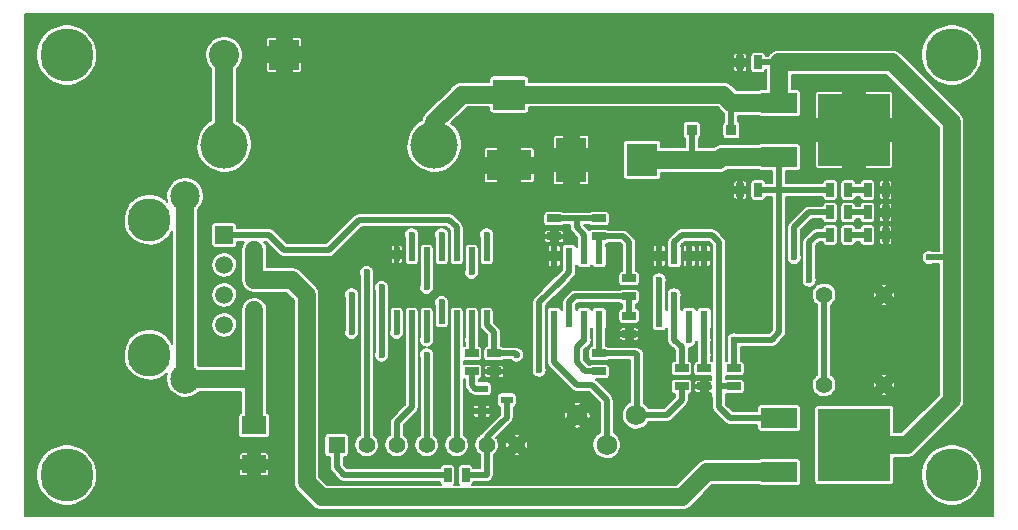
<source format=gtl>
G04 (created by PCBNEW (2013-may-18)-stable) date Thu 01 May 2014 09:39:32 PM CEST*
%MOIN*%
G04 Gerber Fmt 3.4, Leading zero omitted, Abs format*
%FSLAX34Y34*%
G01*
G70*
G90*
G04 APERTURE LIST*
%ADD10C,0.00590551*%
%ADD11C,0.0689*%
%ADD12C,0.055*%
%ADD13R,0.0394X0.0236*%
%ADD14R,0.0335X0.0335*%
%ADD15R,0.0236X0.0551*%
%ADD16R,0.08X0.06*%
%ADD17R,0.025X0.045*%
%ADD18R,0.045X0.025*%
%ADD19C,0.1437*%
%ADD20R,0.0591X0.0591*%
%ADD21C,0.0591*%
%ADD22C,0.0984252*%
%ADD23C,0.1575*%
%ADD24R,0.12X0.065*%
%ADD25R,0.24X0.24*%
%ADD26R,0.1004X0.1063*%
%ADD27R,0.1004X0.1496*%
%ADD28R,0.1063X0.1004*%
%ADD29R,0.1496X0.1004*%
%ADD30R,0.1X0.1*%
%ADD31C,0.1*%
%ADD32R,0.02X0.045*%
%ADD33R,0.055X0.055*%
%ADD34C,0.177165*%
%ADD35C,0.023622*%
%ADD36C,0.019685*%
%ADD37C,0.0590551*%
%ADD38C,0.00669291*%
G04 APERTURE END LIST*
G54D10*
G54D11*
X67234Y-31008D03*
X66250Y-31992D03*
X65266Y-31008D03*
G54D12*
X73500Y-27000D03*
X75500Y-27000D03*
X73500Y-30000D03*
X75500Y-30000D03*
G54D13*
X62084Y-30125D03*
X62916Y-30500D03*
X62084Y-30875D03*
G54D14*
X70409Y-21500D03*
X69091Y-21500D03*
G54D15*
X69500Y-27800D03*
X69500Y-25700D03*
X69000Y-27800D03*
X68500Y-27800D03*
X68000Y-27800D03*
X69000Y-25700D03*
X68500Y-25700D03*
X68000Y-25700D03*
X66000Y-27800D03*
X66000Y-25700D03*
X65500Y-27800D03*
X65000Y-27800D03*
X64500Y-27800D03*
X65500Y-25700D03*
X65000Y-25700D03*
X64500Y-25700D03*
G54D16*
X54500Y-31350D03*
X54500Y-32650D03*
G54D17*
X74950Y-25000D03*
X75550Y-25000D03*
G54D18*
X68750Y-29450D03*
X68750Y-30050D03*
X66000Y-28950D03*
X66000Y-29550D03*
X70500Y-29450D03*
X70500Y-30050D03*
G54D17*
X73700Y-25000D03*
X74300Y-25000D03*
G54D18*
X66000Y-24450D03*
X66000Y-25050D03*
X62500Y-28950D03*
X62500Y-29550D03*
X67000Y-26450D03*
X67000Y-27050D03*
X67000Y-27700D03*
X67000Y-28300D03*
X69500Y-29450D03*
X69500Y-30050D03*
G54D17*
X60950Y-33000D03*
X61550Y-33000D03*
G54D18*
X61750Y-28950D03*
X61750Y-29550D03*
G54D17*
X71300Y-19250D03*
X70700Y-19250D03*
G54D18*
X64500Y-24450D03*
X64500Y-25050D03*
G54D17*
X74950Y-24250D03*
X75550Y-24250D03*
X73700Y-24250D03*
X74300Y-24250D03*
X74950Y-23500D03*
X75550Y-23500D03*
X73700Y-23500D03*
X74300Y-23500D03*
X71300Y-23500D03*
X70700Y-23500D03*
G54D19*
X51000Y-29000D03*
X51000Y-24500D03*
G54D20*
X53500Y-25000D03*
G54D21*
X54500Y-25500D03*
X53500Y-26000D03*
X54500Y-26500D03*
X53500Y-27000D03*
X54500Y-27500D03*
X53500Y-28000D03*
X54500Y-28500D03*
G54D22*
X52200Y-23700D03*
X52200Y-29800D03*
G54D23*
X53500Y-22000D03*
X60500Y-22000D03*
G54D24*
X72000Y-20600D03*
G54D25*
X74500Y-21500D03*
G54D24*
X72000Y-22400D03*
G54D26*
X67431Y-22500D03*
G54D27*
X65069Y-22500D03*
G54D28*
X63000Y-20319D03*
G54D29*
X63000Y-22681D03*
G54D30*
X55500Y-19000D03*
G54D31*
X53500Y-19000D03*
G54D32*
X62250Y-25650D03*
X61750Y-25650D03*
X61250Y-25650D03*
X60750Y-25650D03*
X60250Y-25650D03*
X59750Y-25650D03*
X59250Y-25650D03*
X59250Y-27750D03*
X59750Y-27750D03*
X60250Y-27750D03*
X60750Y-27750D03*
X61250Y-27750D03*
X61750Y-27750D03*
X62250Y-27750D03*
G54D24*
X72000Y-31100D03*
G54D25*
X74500Y-32000D03*
G54D24*
X72000Y-32900D03*
G54D33*
X57250Y-32000D03*
G54D12*
X58250Y-32000D03*
X59250Y-32000D03*
X60250Y-32000D03*
X61250Y-32000D03*
X62250Y-32000D03*
X63250Y-32000D03*
G54D34*
X48250Y-19000D03*
X77750Y-19000D03*
X77750Y-33000D03*
X48250Y-33000D03*
G54D35*
X72500Y-25750D03*
X77000Y-25750D03*
X63250Y-29000D03*
X69500Y-29000D03*
X67250Y-29000D03*
X70500Y-28500D03*
X69500Y-28500D03*
X61750Y-26250D03*
X58250Y-26250D03*
X60250Y-26750D03*
X58750Y-29000D03*
X60250Y-29000D03*
X58750Y-26750D03*
X73000Y-26500D03*
X60250Y-28500D03*
X61750Y-28500D03*
X60750Y-25000D03*
X62250Y-25000D03*
X68000Y-26500D03*
X57750Y-28250D03*
X57750Y-27000D03*
X59250Y-28250D03*
X59750Y-25000D03*
X68500Y-27000D03*
X60750Y-27250D03*
X64000Y-29500D03*
X65500Y-28500D03*
X69000Y-28500D03*
G54D36*
X71300Y-19250D02*
X72000Y-19250D01*
G54D37*
X63000Y-20319D02*
X61431Y-20319D01*
X60500Y-21250D02*
X61250Y-20500D01*
X60500Y-21250D02*
X60500Y-22000D01*
X61431Y-20319D02*
X61250Y-20500D01*
G54D36*
X77000Y-25750D02*
X77000Y-25750D01*
X77750Y-25750D02*
X77000Y-25750D01*
X73000Y-24250D02*
X73700Y-24250D01*
X72500Y-24750D02*
X73000Y-24250D01*
X72500Y-24750D02*
X72500Y-24750D01*
X72500Y-25750D02*
X72500Y-24750D01*
G54D37*
X77750Y-21250D02*
X75750Y-19250D01*
X76250Y-32000D02*
X77750Y-30500D01*
X74500Y-32000D02*
X76250Y-32000D01*
X77750Y-21250D02*
X77750Y-25750D01*
X77750Y-25750D02*
X77750Y-30500D01*
X72000Y-19750D02*
X72000Y-19500D01*
X72000Y-19500D02*
X72000Y-19250D01*
X72000Y-19750D02*
X72000Y-20600D01*
X75750Y-19250D02*
X72000Y-19250D01*
X70409Y-20600D02*
X70128Y-20319D01*
X70128Y-20319D02*
X63000Y-20319D01*
G54D36*
X70409Y-21500D02*
X70409Y-20600D01*
X70500Y-20750D02*
X70500Y-20600D01*
X70500Y-20691D02*
X70500Y-20750D01*
X70409Y-20600D02*
X70500Y-20691D01*
G54D37*
X70500Y-20600D02*
X72000Y-20600D01*
G54D36*
X57250Y-32000D02*
X57250Y-32750D01*
X57500Y-33000D02*
X57250Y-32750D01*
X57500Y-33000D02*
X60950Y-33000D01*
X63250Y-29000D02*
X63200Y-28950D01*
X63200Y-28950D02*
X62500Y-28950D01*
X68750Y-30050D02*
X68750Y-30500D01*
X67242Y-31000D02*
X68250Y-31000D01*
X68250Y-31000D02*
X68750Y-30500D01*
X67242Y-31000D02*
X67234Y-31008D01*
X69500Y-29450D02*
X69500Y-29000D01*
X69500Y-29000D02*
X69500Y-28500D01*
X67250Y-29000D02*
X67200Y-28950D01*
X67250Y-30992D02*
X67250Y-29250D01*
X67250Y-29250D02*
X67250Y-29000D01*
X67234Y-31008D02*
X67250Y-30992D01*
X67200Y-28950D02*
X66000Y-28950D01*
X62250Y-27750D02*
X62250Y-28000D01*
X62500Y-28250D02*
X62500Y-28950D01*
X62250Y-28000D02*
X62500Y-28250D01*
X72000Y-23500D02*
X73700Y-23500D01*
X70500Y-28500D02*
X71750Y-28500D01*
X71750Y-28500D02*
X72000Y-28250D01*
X70500Y-28500D02*
X70500Y-29450D01*
X72000Y-28250D02*
X72000Y-28250D01*
X72000Y-28250D02*
X72000Y-23500D01*
X71300Y-23500D02*
X72000Y-23500D01*
X72000Y-22400D02*
X72000Y-23500D01*
X69091Y-21500D02*
X69091Y-22500D01*
X69091Y-22500D02*
X69000Y-22500D01*
G54D37*
X72000Y-22400D02*
X70100Y-22400D01*
X70000Y-22500D02*
X69000Y-22500D01*
X69000Y-22500D02*
X67431Y-22500D01*
X70100Y-22400D02*
X70000Y-22500D01*
G54D36*
X66000Y-28950D02*
X66000Y-28500D01*
X66000Y-28500D02*
X66000Y-27800D01*
X69500Y-27800D02*
X69500Y-28500D01*
X58250Y-32000D02*
X58250Y-26250D01*
X61750Y-26250D02*
X61750Y-25650D01*
X59750Y-27750D02*
X59750Y-30750D01*
X59250Y-31250D02*
X59250Y-32000D01*
X59750Y-30750D02*
X59250Y-31250D01*
X60250Y-32000D02*
X60250Y-29000D01*
X58750Y-29000D02*
X58750Y-26750D01*
X60250Y-26750D02*
X60250Y-25650D01*
X61250Y-32000D02*
X61250Y-27750D01*
X61750Y-28500D02*
X61750Y-28950D01*
X73000Y-25250D02*
X73000Y-26500D01*
X73000Y-25250D02*
X73250Y-25000D01*
X73250Y-25000D02*
X73700Y-25000D01*
X60250Y-28500D02*
X60250Y-27750D01*
X60750Y-25650D02*
X60750Y-25000D01*
X62250Y-25000D02*
X62250Y-25650D01*
X68000Y-27800D02*
X68000Y-26500D01*
X61750Y-28500D02*
X61750Y-27750D01*
X53500Y-25000D02*
X54750Y-25000D01*
X58000Y-24500D02*
X61000Y-24500D01*
X57000Y-25500D02*
X58000Y-24500D01*
X55500Y-25500D02*
X57000Y-25500D01*
X61000Y-24500D02*
X61250Y-24750D01*
X61250Y-24750D02*
X61250Y-25650D01*
X55000Y-25000D02*
X55500Y-25500D01*
X54750Y-25000D02*
X55000Y-25000D01*
X59250Y-28250D02*
X59250Y-27750D01*
X57750Y-27000D02*
X57750Y-28250D01*
X59750Y-25650D02*
X59750Y-25000D01*
X64500Y-25700D02*
X64500Y-25050D01*
G54D37*
X53500Y-19000D02*
X53500Y-22000D01*
G54D36*
X74300Y-23500D02*
X74950Y-23500D01*
X66250Y-31992D02*
X66250Y-30500D01*
X64500Y-29250D02*
X65250Y-30000D01*
X65250Y-30000D02*
X65750Y-30000D01*
X65750Y-30000D02*
X66250Y-30500D01*
X64500Y-29250D02*
X64500Y-27800D01*
X65500Y-25700D02*
X65500Y-25000D01*
X65250Y-24750D02*
X65250Y-24450D01*
X65500Y-25000D02*
X65250Y-24750D01*
X64500Y-24450D02*
X65250Y-24450D01*
X65250Y-24450D02*
X66000Y-24450D01*
X62916Y-30500D02*
X62916Y-31084D01*
X62250Y-31750D02*
X62750Y-31250D01*
X62250Y-31750D02*
X62250Y-32000D01*
X62916Y-31084D02*
X62750Y-31250D01*
X62250Y-32000D02*
X62250Y-32750D01*
X62250Y-33000D02*
X61550Y-33000D01*
X62250Y-32750D02*
X62250Y-33000D01*
X62084Y-30125D02*
X61875Y-30125D01*
X61750Y-30000D02*
X61750Y-29550D01*
X61875Y-30125D02*
X61750Y-30000D01*
X74300Y-25000D02*
X74950Y-25000D01*
X67000Y-27050D02*
X65200Y-27050D01*
X65000Y-27250D02*
X65000Y-27800D01*
X65200Y-27050D02*
X65000Y-27250D01*
X67000Y-27050D02*
X67000Y-27700D01*
X66000Y-25050D02*
X66800Y-25050D01*
X67000Y-25250D02*
X67000Y-26450D01*
X66800Y-25050D02*
X67000Y-25250D01*
X66000Y-25700D02*
X66000Y-25050D01*
X73500Y-27000D02*
X73500Y-30000D01*
X68750Y-29450D02*
X68750Y-28750D01*
X68500Y-28500D02*
X68750Y-28750D01*
X68500Y-28500D02*
X68500Y-27800D01*
X68500Y-27800D02*
X68500Y-27000D01*
G54D37*
X56750Y-33750D02*
X68750Y-33750D01*
X72000Y-32900D02*
X69600Y-32900D01*
X69500Y-33000D02*
X68750Y-33750D01*
X69500Y-33000D02*
X69600Y-32900D01*
X56000Y-26750D02*
X56250Y-27000D01*
X55750Y-26500D02*
X56000Y-26750D01*
X55750Y-26500D02*
X54500Y-26500D01*
X56250Y-33250D02*
X56750Y-33750D01*
X56250Y-27000D02*
X56250Y-33250D01*
X54500Y-25500D02*
X54500Y-26500D01*
G54D36*
X72000Y-32900D02*
X71900Y-33000D01*
X74300Y-24250D02*
X74950Y-24250D01*
X70250Y-31000D02*
X70350Y-31100D01*
X70000Y-30750D02*
X70250Y-31000D01*
X70000Y-30000D02*
X70000Y-30750D01*
X70350Y-31100D02*
X72000Y-31100D01*
X70000Y-30000D02*
X70050Y-30050D01*
X70000Y-29500D02*
X70000Y-30000D01*
X70050Y-30050D02*
X70500Y-30050D01*
X70000Y-29500D02*
X70000Y-25250D01*
X69750Y-25000D02*
X70000Y-25250D01*
X70000Y-29500D02*
X70000Y-29500D01*
X68500Y-25700D02*
X68500Y-25250D01*
X69750Y-25000D02*
X69750Y-25000D01*
X68750Y-25000D02*
X69750Y-25000D01*
X68500Y-25250D02*
X68750Y-25000D01*
X60750Y-27250D02*
X60750Y-27750D01*
G54D37*
X52200Y-29800D02*
X54500Y-29800D01*
X54500Y-29800D02*
X54500Y-29750D01*
X52200Y-23700D02*
X52200Y-29800D01*
G54D36*
X64000Y-27250D02*
X64000Y-29500D01*
X64750Y-26500D02*
X64000Y-27250D01*
X65000Y-26250D02*
X64750Y-26500D01*
X65000Y-25700D02*
X65000Y-26250D01*
G54D37*
X54500Y-28500D02*
X54500Y-29750D01*
X54500Y-29750D02*
X54500Y-31350D01*
X54500Y-27500D02*
X54500Y-28500D01*
G54D36*
X69000Y-27800D02*
X69000Y-28500D01*
X69000Y-28500D02*
X69000Y-28500D01*
X66000Y-29550D02*
X65550Y-29550D01*
X65550Y-29550D02*
X65500Y-29500D01*
X65500Y-28500D02*
X65500Y-27800D01*
X65250Y-29250D02*
X65500Y-29500D01*
X65250Y-28750D02*
X65250Y-29250D01*
X65500Y-28500D02*
X65250Y-28750D01*
G54D10*
G36*
X79129Y-34379D02*
X78769Y-34379D01*
X78769Y-32900D01*
X78769Y-18900D01*
X78730Y-18703D01*
X78654Y-18519D01*
X78543Y-18352D01*
X78402Y-18210D01*
X78237Y-18099D01*
X78052Y-18021D01*
X77857Y-17981D01*
X77657Y-17979D01*
X77460Y-18017D01*
X77275Y-18092D01*
X77108Y-18201D01*
X76965Y-18341D01*
X76852Y-18506D01*
X76773Y-18690D01*
X76732Y-18885D01*
X76729Y-19085D01*
X76765Y-19282D01*
X76839Y-19468D01*
X76947Y-19636D01*
X77086Y-19779D01*
X77250Y-19894D01*
X77433Y-19974D01*
X77628Y-20017D01*
X77828Y-20021D01*
X78025Y-19986D01*
X78211Y-19914D01*
X78380Y-19807D01*
X78525Y-19669D01*
X78640Y-19505D01*
X78721Y-19323D01*
X78766Y-19128D01*
X78769Y-18900D01*
X78769Y-32900D01*
X78730Y-32703D01*
X78654Y-32519D01*
X78543Y-32352D01*
X78402Y-32210D01*
X78237Y-32099D01*
X78178Y-32074D01*
X78178Y-30500D01*
X78178Y-25750D01*
X78178Y-21250D01*
X78174Y-21210D01*
X78171Y-21171D01*
X78170Y-21168D01*
X78170Y-21166D01*
X78159Y-21128D01*
X78148Y-21090D01*
X78147Y-21088D01*
X78146Y-21086D01*
X78127Y-21051D01*
X78109Y-21016D01*
X78108Y-21014D01*
X78107Y-21012D01*
X78082Y-20982D01*
X78057Y-20951D01*
X78054Y-20947D01*
X78054Y-20947D01*
X78054Y-20947D01*
X78053Y-20946D01*
X76053Y-18946D01*
X76022Y-18921D01*
X75992Y-18896D01*
X75990Y-18895D01*
X75988Y-18893D01*
X75953Y-18875D01*
X75918Y-18855D01*
X75916Y-18855D01*
X75914Y-18854D01*
X75876Y-18842D01*
X75839Y-18830D01*
X75836Y-18830D01*
X75834Y-18829D01*
X75795Y-18825D01*
X75755Y-18821D01*
X75751Y-18821D01*
X75751Y-18821D01*
X75751Y-18821D01*
X75750Y-18821D01*
X72000Y-18821D01*
X71959Y-18825D01*
X71919Y-18828D01*
X71918Y-18829D01*
X71916Y-18829D01*
X71878Y-18841D01*
X71839Y-18852D01*
X71838Y-18853D01*
X71836Y-18853D01*
X71800Y-18872D01*
X71765Y-18891D01*
X71764Y-18892D01*
X71762Y-18892D01*
X71731Y-18918D01*
X71700Y-18943D01*
X71699Y-18944D01*
X71697Y-18945D01*
X71672Y-18976D01*
X71646Y-19007D01*
X71645Y-19009D01*
X71644Y-19010D01*
X71640Y-19018D01*
X71558Y-19018D01*
X71558Y-19011D01*
X71553Y-18986D01*
X71543Y-18962D01*
X71528Y-18940D01*
X71510Y-18921D01*
X71488Y-18907D01*
X71464Y-18896D01*
X71439Y-18891D01*
X71412Y-18891D01*
X71161Y-18891D01*
X71136Y-18896D01*
X71112Y-18906D01*
X71090Y-18921D01*
X71071Y-18939D01*
X71057Y-18961D01*
X71046Y-18985D01*
X71041Y-19010D01*
X71041Y-19037D01*
X71041Y-19488D01*
X71046Y-19513D01*
X71056Y-19537D01*
X71071Y-19559D01*
X71089Y-19578D01*
X71111Y-19592D01*
X71135Y-19603D01*
X71160Y-19608D01*
X71187Y-19608D01*
X71438Y-19608D01*
X71463Y-19603D01*
X71487Y-19593D01*
X71509Y-19578D01*
X71528Y-19560D01*
X71542Y-19538D01*
X71553Y-19514D01*
X71558Y-19489D01*
X71558Y-19481D01*
X71571Y-19481D01*
X71571Y-19500D01*
X71571Y-19750D01*
X71571Y-20141D01*
X71386Y-20141D01*
X71361Y-20146D01*
X71337Y-20156D01*
X71315Y-20171D01*
X71315Y-20171D01*
X70925Y-20171D01*
X70925Y-19465D01*
X70925Y-19034D01*
X70925Y-19014D01*
X70921Y-18995D01*
X70913Y-18977D01*
X70902Y-18960D01*
X70888Y-18946D01*
X70872Y-18935D01*
X70854Y-18928D01*
X70834Y-18924D01*
X70787Y-18924D01*
X70762Y-18949D01*
X70762Y-19137D01*
X70900Y-19137D01*
X70925Y-19112D01*
X70925Y-19034D01*
X70925Y-19465D01*
X70925Y-19387D01*
X70900Y-19362D01*
X70762Y-19362D01*
X70762Y-19550D01*
X70787Y-19575D01*
X70834Y-19575D01*
X70854Y-19571D01*
X70872Y-19564D01*
X70888Y-19553D01*
X70902Y-19539D01*
X70913Y-19522D01*
X70921Y-19504D01*
X70925Y-19485D01*
X70925Y-19465D01*
X70925Y-20171D01*
X70637Y-20171D01*
X70637Y-19550D01*
X70637Y-19362D01*
X70637Y-19137D01*
X70637Y-18949D01*
X70612Y-18924D01*
X70565Y-18924D01*
X70545Y-18928D01*
X70527Y-18935D01*
X70511Y-18946D01*
X70497Y-18960D01*
X70486Y-18977D01*
X70478Y-18995D01*
X70474Y-19014D01*
X70474Y-19034D01*
X70474Y-19112D01*
X70499Y-19137D01*
X70637Y-19137D01*
X70637Y-19362D01*
X70499Y-19362D01*
X70474Y-19387D01*
X70474Y-19465D01*
X70474Y-19485D01*
X70478Y-19504D01*
X70486Y-19522D01*
X70497Y-19539D01*
X70511Y-19553D01*
X70527Y-19564D01*
X70545Y-19571D01*
X70565Y-19575D01*
X70612Y-19575D01*
X70637Y-19550D01*
X70637Y-20171D01*
X70586Y-20171D01*
X70431Y-20015D01*
X70400Y-19990D01*
X70370Y-19965D01*
X70368Y-19964D01*
X70366Y-19962D01*
X70331Y-19944D01*
X70296Y-19924D01*
X70294Y-19924D01*
X70292Y-19923D01*
X70254Y-19911D01*
X70217Y-19899D01*
X70214Y-19899D01*
X70212Y-19898D01*
X70173Y-19894D01*
X70133Y-19890D01*
X70129Y-19890D01*
X70129Y-19890D01*
X70129Y-19890D01*
X70128Y-19890D01*
X63664Y-19890D01*
X63664Y-19803D01*
X63659Y-19778D01*
X63649Y-19754D01*
X63635Y-19732D01*
X63616Y-19713D01*
X63595Y-19699D01*
X63571Y-19688D01*
X63545Y-19683D01*
X63519Y-19683D01*
X62455Y-19683D01*
X62429Y-19688D01*
X62405Y-19698D01*
X62383Y-19713D01*
X62365Y-19731D01*
X62350Y-19753D01*
X62340Y-19777D01*
X62335Y-19802D01*
X62334Y-19829D01*
X62334Y-19890D01*
X61431Y-19890D01*
X61391Y-19894D01*
X61352Y-19897D01*
X61349Y-19898D01*
X61347Y-19898D01*
X61309Y-19909D01*
X61271Y-19920D01*
X61269Y-19921D01*
X61267Y-19922D01*
X61232Y-19941D01*
X61197Y-19959D01*
X61195Y-19960D01*
X61193Y-19961D01*
X61163Y-19986D01*
X61132Y-20011D01*
X61128Y-20014D01*
X61128Y-20014D01*
X61128Y-20014D01*
X61127Y-20015D01*
X60946Y-20196D01*
X60946Y-20196D01*
X60196Y-20946D01*
X60171Y-20977D01*
X60146Y-21007D01*
X60145Y-21009D01*
X60143Y-21011D01*
X60125Y-21046D01*
X60105Y-21081D01*
X60105Y-21083D01*
X60104Y-21085D01*
X60092Y-21123D01*
X60080Y-21160D01*
X60080Y-21163D01*
X60079Y-21165D01*
X60078Y-21176D01*
X60071Y-21179D01*
X59920Y-21278D01*
X59791Y-21405D01*
X59689Y-21554D01*
X59617Y-21720D01*
X59580Y-21896D01*
X59577Y-22077D01*
X59610Y-22255D01*
X59676Y-22423D01*
X59774Y-22574D01*
X59900Y-22704D01*
X60048Y-22807D01*
X60214Y-22880D01*
X60390Y-22918D01*
X60570Y-22922D01*
X60748Y-22891D01*
X60917Y-22826D01*
X61069Y-22729D01*
X61200Y-22604D01*
X61304Y-22457D01*
X61378Y-22292D01*
X61418Y-22115D01*
X61421Y-21909D01*
X61385Y-21732D01*
X61317Y-21565D01*
X61217Y-21415D01*
X61089Y-21286D01*
X61077Y-21278D01*
X61553Y-20803D01*
X61553Y-20803D01*
X61553Y-20803D01*
X61608Y-20747D01*
X62335Y-20747D01*
X62335Y-20834D01*
X62340Y-20859D01*
X62350Y-20883D01*
X62364Y-20905D01*
X62383Y-20924D01*
X62404Y-20938D01*
X62428Y-20949D01*
X62454Y-20954D01*
X62480Y-20954D01*
X63544Y-20954D01*
X63570Y-20949D01*
X63594Y-20939D01*
X63616Y-20924D01*
X63634Y-20906D01*
X63649Y-20884D01*
X63659Y-20860D01*
X63664Y-20835D01*
X63665Y-20808D01*
X63665Y-20747D01*
X69950Y-20747D01*
X70105Y-20903D01*
X70170Y-20956D01*
X70177Y-20959D01*
X70177Y-21215D01*
X70156Y-21228D01*
X70138Y-21247D01*
X70123Y-21268D01*
X70113Y-21292D01*
X70108Y-21318D01*
X70107Y-21344D01*
X70108Y-21680D01*
X70113Y-21706D01*
X70123Y-21730D01*
X70137Y-21752D01*
X70156Y-21770D01*
X70177Y-21785D01*
X70201Y-21795D01*
X70227Y-21800D01*
X70253Y-21801D01*
X70589Y-21800D01*
X70615Y-21795D01*
X70639Y-21785D01*
X70661Y-21771D01*
X70679Y-21752D01*
X70694Y-21731D01*
X70704Y-21707D01*
X70709Y-21681D01*
X70710Y-21655D01*
X70709Y-21319D01*
X70704Y-21293D01*
X70694Y-21269D01*
X70680Y-21247D01*
X70661Y-21229D01*
X70640Y-21214D01*
X70640Y-21028D01*
X71315Y-21028D01*
X71336Y-21042D01*
X71360Y-21053D01*
X71385Y-21058D01*
X71412Y-21058D01*
X72613Y-21058D01*
X72638Y-21053D01*
X72662Y-21043D01*
X72684Y-21028D01*
X72703Y-21010D01*
X72717Y-20988D01*
X72728Y-20964D01*
X72733Y-20939D01*
X72733Y-20912D01*
X72733Y-20261D01*
X72728Y-20236D01*
X72718Y-20212D01*
X72703Y-20190D01*
X72685Y-20171D01*
X72663Y-20157D01*
X72639Y-20146D01*
X72614Y-20141D01*
X72587Y-20141D01*
X72428Y-20141D01*
X72428Y-19750D01*
X72428Y-19678D01*
X75572Y-19678D01*
X77321Y-21427D01*
X77321Y-25518D01*
X77097Y-25518D01*
X77074Y-25508D01*
X77026Y-25498D01*
X76977Y-25498D01*
X76928Y-25507D01*
X76882Y-25525D01*
X76841Y-25552D01*
X76806Y-25587D01*
X76778Y-25628D01*
X76759Y-25673D01*
X76748Y-25721D01*
X76748Y-25771D01*
X76757Y-25819D01*
X76775Y-25865D01*
X76801Y-25907D01*
X76836Y-25942D01*
X76876Y-25970D01*
X76921Y-25990D01*
X76970Y-26001D01*
X77019Y-26002D01*
X77067Y-25993D01*
X77097Y-25981D01*
X77321Y-25981D01*
X77321Y-30322D01*
X76072Y-31571D01*
X75876Y-31571D01*
X75876Y-30022D01*
X75876Y-27022D01*
X75873Y-26948D01*
X75864Y-26904D01*
X75826Y-26868D01*
X75800Y-26894D01*
X75800Y-22709D01*
X75800Y-20290D01*
X75796Y-20270D01*
X75789Y-20252D01*
X75778Y-20236D01*
X75764Y-20222D01*
X75747Y-20211D01*
X75729Y-20203D01*
X75710Y-20199D01*
X75690Y-20199D01*
X74885Y-20199D01*
X74860Y-20224D01*
X74860Y-21139D01*
X75775Y-21139D01*
X75800Y-21114D01*
X75800Y-20290D01*
X75800Y-22709D01*
X75800Y-21885D01*
X75775Y-21860D01*
X74860Y-21860D01*
X74860Y-22775D01*
X74885Y-22800D01*
X75690Y-22800D01*
X75710Y-22800D01*
X75729Y-22796D01*
X75747Y-22788D01*
X75764Y-22777D01*
X75778Y-22763D01*
X75789Y-22747D01*
X75796Y-22729D01*
X75800Y-22709D01*
X75800Y-26894D01*
X75775Y-26918D01*
X75775Y-25215D01*
X75775Y-24784D01*
X75775Y-24465D01*
X75775Y-24034D01*
X75775Y-23715D01*
X75775Y-23284D01*
X75775Y-23264D01*
X75771Y-23245D01*
X75763Y-23227D01*
X75752Y-23210D01*
X75738Y-23196D01*
X75722Y-23185D01*
X75704Y-23178D01*
X75684Y-23174D01*
X75637Y-23174D01*
X75612Y-23199D01*
X75612Y-23387D01*
X75750Y-23387D01*
X75775Y-23362D01*
X75775Y-23284D01*
X75775Y-23715D01*
X75775Y-23637D01*
X75750Y-23612D01*
X75612Y-23612D01*
X75612Y-23800D01*
X75637Y-23825D01*
X75684Y-23825D01*
X75704Y-23821D01*
X75722Y-23814D01*
X75738Y-23803D01*
X75752Y-23789D01*
X75763Y-23772D01*
X75771Y-23754D01*
X75775Y-23735D01*
X75775Y-23715D01*
X75775Y-24034D01*
X75775Y-24014D01*
X75771Y-23995D01*
X75763Y-23977D01*
X75752Y-23960D01*
X75738Y-23946D01*
X75722Y-23935D01*
X75704Y-23928D01*
X75684Y-23924D01*
X75637Y-23924D01*
X75612Y-23949D01*
X75612Y-24137D01*
X75750Y-24137D01*
X75775Y-24112D01*
X75775Y-24034D01*
X75775Y-24465D01*
X75775Y-24387D01*
X75750Y-24362D01*
X75612Y-24362D01*
X75612Y-24550D01*
X75637Y-24575D01*
X75684Y-24575D01*
X75704Y-24571D01*
X75722Y-24564D01*
X75738Y-24553D01*
X75752Y-24539D01*
X75763Y-24522D01*
X75771Y-24504D01*
X75775Y-24485D01*
X75775Y-24465D01*
X75775Y-24784D01*
X75775Y-24764D01*
X75771Y-24745D01*
X75763Y-24727D01*
X75752Y-24710D01*
X75738Y-24696D01*
X75722Y-24685D01*
X75704Y-24678D01*
X75684Y-24674D01*
X75637Y-24674D01*
X75612Y-24699D01*
X75612Y-24887D01*
X75750Y-24887D01*
X75775Y-24862D01*
X75775Y-24784D01*
X75775Y-25215D01*
X75775Y-25137D01*
X75750Y-25112D01*
X75612Y-25112D01*
X75612Y-25300D01*
X75637Y-25325D01*
X75684Y-25325D01*
X75704Y-25321D01*
X75722Y-25314D01*
X75738Y-25303D01*
X75752Y-25289D01*
X75763Y-25272D01*
X75771Y-25254D01*
X75775Y-25235D01*
X75775Y-25215D01*
X75775Y-26918D01*
X75694Y-27000D01*
X75826Y-27131D01*
X75864Y-27095D01*
X75876Y-27022D01*
X75876Y-30022D01*
X75873Y-29948D01*
X75864Y-29904D01*
X75826Y-29868D01*
X75694Y-30000D01*
X75826Y-30131D01*
X75864Y-30095D01*
X75876Y-30022D01*
X75876Y-31571D01*
X75833Y-31571D01*
X75833Y-30786D01*
X75828Y-30761D01*
X75818Y-30737D01*
X75803Y-30715D01*
X75785Y-30696D01*
X75763Y-30682D01*
X75739Y-30671D01*
X75714Y-30666D01*
X75687Y-30666D01*
X75631Y-30666D01*
X75631Y-30326D01*
X75631Y-29673D01*
X75631Y-27326D01*
X75631Y-26673D01*
X75595Y-26635D01*
X75522Y-26623D01*
X75487Y-26624D01*
X75487Y-25300D01*
X75487Y-25112D01*
X75487Y-24887D01*
X75487Y-24699D01*
X75487Y-24550D01*
X75487Y-24362D01*
X75487Y-24137D01*
X75487Y-23949D01*
X75487Y-23800D01*
X75487Y-23612D01*
X75487Y-23387D01*
X75487Y-23199D01*
X75462Y-23174D01*
X75415Y-23174D01*
X75395Y-23178D01*
X75377Y-23185D01*
X75361Y-23196D01*
X75347Y-23210D01*
X75336Y-23227D01*
X75328Y-23245D01*
X75324Y-23264D01*
X75324Y-23284D01*
X75324Y-23362D01*
X75349Y-23387D01*
X75487Y-23387D01*
X75487Y-23612D01*
X75349Y-23612D01*
X75324Y-23637D01*
X75324Y-23715D01*
X75324Y-23735D01*
X75328Y-23754D01*
X75336Y-23772D01*
X75347Y-23789D01*
X75361Y-23803D01*
X75377Y-23814D01*
X75395Y-23821D01*
X75415Y-23825D01*
X75462Y-23825D01*
X75487Y-23800D01*
X75487Y-23949D01*
X75462Y-23924D01*
X75415Y-23924D01*
X75395Y-23928D01*
X75377Y-23935D01*
X75361Y-23946D01*
X75347Y-23960D01*
X75336Y-23977D01*
X75328Y-23995D01*
X75324Y-24014D01*
X75324Y-24034D01*
X75324Y-24112D01*
X75349Y-24137D01*
X75487Y-24137D01*
X75487Y-24362D01*
X75349Y-24362D01*
X75324Y-24387D01*
X75324Y-24465D01*
X75324Y-24485D01*
X75328Y-24504D01*
X75336Y-24522D01*
X75347Y-24539D01*
X75361Y-24553D01*
X75377Y-24564D01*
X75395Y-24571D01*
X75415Y-24575D01*
X75462Y-24575D01*
X75487Y-24550D01*
X75487Y-24699D01*
X75462Y-24674D01*
X75415Y-24674D01*
X75395Y-24678D01*
X75377Y-24685D01*
X75361Y-24696D01*
X75347Y-24710D01*
X75336Y-24727D01*
X75328Y-24745D01*
X75324Y-24764D01*
X75324Y-24784D01*
X75324Y-24862D01*
X75349Y-24887D01*
X75487Y-24887D01*
X75487Y-25112D01*
X75349Y-25112D01*
X75324Y-25137D01*
X75324Y-25215D01*
X75324Y-25235D01*
X75328Y-25254D01*
X75336Y-25272D01*
X75347Y-25289D01*
X75361Y-25303D01*
X75377Y-25314D01*
X75395Y-25321D01*
X75415Y-25325D01*
X75462Y-25325D01*
X75487Y-25300D01*
X75487Y-26624D01*
X75448Y-26626D01*
X75404Y-26635D01*
X75368Y-26673D01*
X75500Y-26805D01*
X75631Y-26673D01*
X75631Y-27326D01*
X75500Y-27194D01*
X75368Y-27326D01*
X75404Y-27364D01*
X75477Y-27376D01*
X75551Y-27373D01*
X75595Y-27364D01*
X75631Y-27326D01*
X75631Y-29673D01*
X75595Y-29635D01*
X75522Y-29623D01*
X75448Y-29626D01*
X75404Y-29635D01*
X75368Y-29673D01*
X75500Y-29805D01*
X75631Y-29673D01*
X75631Y-30326D01*
X75500Y-30194D01*
X75368Y-30326D01*
X75404Y-30364D01*
X75477Y-30376D01*
X75551Y-30373D01*
X75595Y-30364D01*
X75631Y-30326D01*
X75631Y-30666D01*
X75305Y-30666D01*
X75305Y-30000D01*
X75305Y-27000D01*
X75208Y-26903D01*
X75208Y-25212D01*
X75208Y-24462D01*
X75208Y-23712D01*
X75208Y-23261D01*
X75203Y-23236D01*
X75193Y-23212D01*
X75178Y-23190D01*
X75160Y-23171D01*
X75138Y-23157D01*
X75114Y-23146D01*
X75089Y-23141D01*
X75062Y-23141D01*
X74811Y-23141D01*
X74786Y-23146D01*
X74762Y-23156D01*
X74740Y-23171D01*
X74721Y-23189D01*
X74707Y-23211D01*
X74696Y-23235D01*
X74691Y-23260D01*
X74691Y-23268D01*
X74558Y-23268D01*
X74558Y-23261D01*
X74553Y-23236D01*
X74543Y-23212D01*
X74528Y-23190D01*
X74510Y-23171D01*
X74488Y-23157D01*
X74464Y-23146D01*
X74439Y-23141D01*
X74412Y-23141D01*
X74161Y-23141D01*
X74139Y-23145D01*
X74139Y-22775D01*
X74139Y-21860D01*
X74139Y-21139D01*
X74139Y-20224D01*
X74114Y-20199D01*
X73309Y-20199D01*
X73289Y-20199D01*
X73270Y-20203D01*
X73252Y-20211D01*
X73235Y-20222D01*
X73221Y-20236D01*
X73210Y-20252D01*
X73203Y-20270D01*
X73199Y-20290D01*
X73199Y-21114D01*
X73224Y-21139D01*
X74139Y-21139D01*
X74139Y-21860D01*
X73224Y-21860D01*
X73199Y-21885D01*
X73199Y-22709D01*
X73203Y-22729D01*
X73210Y-22747D01*
X73221Y-22763D01*
X73235Y-22777D01*
X73252Y-22788D01*
X73270Y-22796D01*
X73289Y-22800D01*
X73309Y-22800D01*
X74114Y-22800D01*
X74139Y-22775D01*
X74139Y-23145D01*
X74136Y-23146D01*
X74112Y-23156D01*
X74090Y-23171D01*
X74071Y-23189D01*
X74057Y-23211D01*
X74046Y-23235D01*
X74041Y-23260D01*
X74041Y-23287D01*
X74041Y-23738D01*
X74046Y-23763D01*
X74056Y-23787D01*
X74071Y-23809D01*
X74089Y-23828D01*
X74111Y-23842D01*
X74135Y-23853D01*
X74160Y-23858D01*
X74187Y-23858D01*
X74438Y-23858D01*
X74463Y-23853D01*
X74487Y-23843D01*
X74509Y-23828D01*
X74528Y-23810D01*
X74542Y-23788D01*
X74553Y-23764D01*
X74558Y-23739D01*
X74558Y-23731D01*
X74691Y-23731D01*
X74691Y-23738D01*
X74696Y-23763D01*
X74706Y-23787D01*
X74721Y-23809D01*
X74739Y-23828D01*
X74761Y-23842D01*
X74785Y-23853D01*
X74810Y-23858D01*
X74837Y-23858D01*
X75088Y-23858D01*
X75113Y-23853D01*
X75137Y-23843D01*
X75159Y-23828D01*
X75178Y-23810D01*
X75192Y-23788D01*
X75203Y-23764D01*
X75208Y-23739D01*
X75208Y-23712D01*
X75208Y-24462D01*
X75208Y-24011D01*
X75203Y-23986D01*
X75193Y-23962D01*
X75178Y-23940D01*
X75160Y-23921D01*
X75138Y-23907D01*
X75114Y-23896D01*
X75089Y-23891D01*
X75062Y-23891D01*
X74811Y-23891D01*
X74786Y-23896D01*
X74762Y-23906D01*
X74740Y-23921D01*
X74721Y-23939D01*
X74707Y-23961D01*
X74696Y-23985D01*
X74691Y-24010D01*
X74691Y-24018D01*
X74558Y-24018D01*
X74558Y-24011D01*
X74553Y-23986D01*
X74543Y-23962D01*
X74528Y-23940D01*
X74510Y-23921D01*
X74488Y-23907D01*
X74464Y-23896D01*
X74439Y-23891D01*
X74412Y-23891D01*
X74161Y-23891D01*
X74136Y-23896D01*
X74112Y-23906D01*
X74090Y-23921D01*
X74071Y-23939D01*
X74057Y-23961D01*
X74046Y-23985D01*
X74041Y-24010D01*
X74041Y-24037D01*
X74041Y-24488D01*
X74046Y-24513D01*
X74056Y-24537D01*
X74071Y-24559D01*
X74089Y-24578D01*
X74111Y-24592D01*
X74135Y-24603D01*
X74160Y-24608D01*
X74187Y-24608D01*
X74438Y-24608D01*
X74463Y-24603D01*
X74487Y-24593D01*
X74509Y-24578D01*
X74528Y-24560D01*
X74542Y-24538D01*
X74553Y-24514D01*
X74558Y-24489D01*
X74558Y-24481D01*
X74691Y-24481D01*
X74691Y-24488D01*
X74696Y-24513D01*
X74706Y-24537D01*
X74721Y-24559D01*
X74739Y-24578D01*
X74761Y-24592D01*
X74785Y-24603D01*
X74810Y-24608D01*
X74837Y-24608D01*
X75088Y-24608D01*
X75113Y-24603D01*
X75137Y-24593D01*
X75159Y-24578D01*
X75178Y-24560D01*
X75192Y-24538D01*
X75203Y-24514D01*
X75208Y-24489D01*
X75208Y-24462D01*
X75208Y-25212D01*
X75208Y-24761D01*
X75203Y-24736D01*
X75193Y-24712D01*
X75178Y-24690D01*
X75160Y-24671D01*
X75138Y-24657D01*
X75114Y-24646D01*
X75089Y-24641D01*
X75062Y-24641D01*
X74811Y-24641D01*
X74786Y-24646D01*
X74762Y-24656D01*
X74740Y-24671D01*
X74721Y-24689D01*
X74707Y-24711D01*
X74696Y-24735D01*
X74691Y-24760D01*
X74691Y-24768D01*
X74558Y-24768D01*
X74558Y-24761D01*
X74553Y-24736D01*
X74543Y-24712D01*
X74528Y-24690D01*
X74510Y-24671D01*
X74488Y-24657D01*
X74464Y-24646D01*
X74439Y-24641D01*
X74412Y-24641D01*
X74161Y-24641D01*
X74136Y-24646D01*
X74112Y-24656D01*
X74090Y-24671D01*
X74071Y-24689D01*
X74057Y-24711D01*
X74046Y-24735D01*
X74041Y-24760D01*
X74041Y-24787D01*
X74041Y-25238D01*
X74046Y-25263D01*
X74056Y-25287D01*
X74071Y-25309D01*
X74089Y-25328D01*
X74111Y-25342D01*
X74135Y-25353D01*
X74160Y-25358D01*
X74187Y-25358D01*
X74438Y-25358D01*
X74463Y-25353D01*
X74487Y-25343D01*
X74509Y-25328D01*
X74528Y-25310D01*
X74542Y-25288D01*
X74553Y-25264D01*
X74558Y-25239D01*
X74558Y-25231D01*
X74691Y-25231D01*
X74691Y-25238D01*
X74696Y-25263D01*
X74706Y-25287D01*
X74721Y-25309D01*
X74739Y-25328D01*
X74761Y-25342D01*
X74785Y-25353D01*
X74810Y-25358D01*
X74837Y-25358D01*
X75088Y-25358D01*
X75113Y-25353D01*
X75137Y-25343D01*
X75159Y-25328D01*
X75178Y-25310D01*
X75192Y-25288D01*
X75203Y-25264D01*
X75208Y-25239D01*
X75208Y-25212D01*
X75208Y-26903D01*
X75173Y-26868D01*
X75135Y-26904D01*
X75123Y-26977D01*
X75126Y-27051D01*
X75135Y-27095D01*
X75173Y-27131D01*
X75305Y-27000D01*
X75305Y-30000D01*
X75173Y-29868D01*
X75135Y-29904D01*
X75123Y-29977D01*
X75126Y-30051D01*
X75135Y-30095D01*
X75173Y-30131D01*
X75305Y-30000D01*
X75305Y-30666D01*
X73958Y-30666D01*
X73958Y-25212D01*
X73958Y-24462D01*
X73958Y-23712D01*
X73958Y-23261D01*
X73953Y-23236D01*
X73943Y-23212D01*
X73928Y-23190D01*
X73910Y-23171D01*
X73888Y-23157D01*
X73864Y-23146D01*
X73839Y-23141D01*
X73812Y-23141D01*
X73561Y-23141D01*
X73536Y-23146D01*
X73512Y-23156D01*
X73490Y-23171D01*
X73471Y-23189D01*
X73457Y-23211D01*
X73446Y-23235D01*
X73441Y-23260D01*
X73441Y-23268D01*
X72231Y-23268D01*
X72231Y-22858D01*
X72613Y-22858D01*
X72638Y-22853D01*
X72662Y-22843D01*
X72684Y-22828D01*
X72703Y-22810D01*
X72717Y-22788D01*
X72728Y-22764D01*
X72733Y-22739D01*
X72733Y-22712D01*
X72733Y-22061D01*
X72728Y-22036D01*
X72718Y-22012D01*
X72703Y-21990D01*
X72685Y-21971D01*
X72663Y-21957D01*
X72639Y-21946D01*
X72614Y-21941D01*
X72587Y-21941D01*
X71386Y-21941D01*
X71361Y-21946D01*
X71337Y-21956D01*
X71315Y-21971D01*
X71315Y-21971D01*
X70100Y-21971D01*
X70060Y-21975D01*
X70021Y-21978D01*
X70018Y-21979D01*
X70016Y-21979D01*
X69978Y-21990D01*
X69940Y-22001D01*
X69938Y-22002D01*
X69936Y-22003D01*
X69901Y-22022D01*
X69866Y-22040D01*
X69864Y-22041D01*
X69862Y-22042D01*
X69832Y-22067D01*
X69827Y-22071D01*
X69322Y-22071D01*
X69322Y-21784D01*
X69343Y-21771D01*
X69361Y-21752D01*
X69376Y-21731D01*
X69386Y-21707D01*
X69391Y-21681D01*
X69392Y-21655D01*
X69391Y-21319D01*
X69386Y-21293D01*
X69376Y-21269D01*
X69362Y-21247D01*
X69343Y-21229D01*
X69322Y-21214D01*
X69298Y-21204D01*
X69272Y-21199D01*
X69246Y-21198D01*
X68910Y-21199D01*
X68884Y-21204D01*
X68860Y-21214D01*
X68838Y-21228D01*
X68820Y-21247D01*
X68805Y-21268D01*
X68795Y-21292D01*
X68790Y-21318D01*
X68789Y-21344D01*
X68790Y-21680D01*
X68795Y-21706D01*
X68805Y-21730D01*
X68819Y-21752D01*
X68838Y-21770D01*
X68859Y-21785D01*
X68859Y-22071D01*
X68066Y-22071D01*
X68066Y-21955D01*
X68061Y-21929D01*
X68051Y-21905D01*
X68036Y-21883D01*
X68018Y-21865D01*
X67996Y-21850D01*
X67972Y-21840D01*
X67947Y-21835D01*
X67920Y-21834D01*
X66915Y-21835D01*
X66890Y-21840D01*
X66866Y-21850D01*
X66844Y-21864D01*
X66825Y-21883D01*
X66811Y-21904D01*
X66800Y-21928D01*
X66795Y-21954D01*
X66795Y-21980D01*
X66795Y-23044D01*
X66800Y-23070D01*
X66810Y-23094D01*
X66825Y-23116D01*
X66843Y-23134D01*
X66865Y-23149D01*
X66889Y-23159D01*
X66914Y-23164D01*
X66941Y-23165D01*
X67946Y-23164D01*
X67971Y-23159D01*
X67995Y-23149D01*
X68017Y-23135D01*
X68036Y-23116D01*
X68050Y-23095D01*
X68061Y-23071D01*
X68066Y-23045D01*
X68066Y-23019D01*
X68066Y-22928D01*
X69000Y-22928D01*
X70000Y-22928D01*
X70039Y-22924D01*
X70078Y-22921D01*
X70081Y-22920D01*
X70083Y-22920D01*
X70121Y-22909D01*
X70159Y-22898D01*
X70161Y-22897D01*
X70163Y-22896D01*
X70198Y-22877D01*
X70233Y-22859D01*
X70235Y-22858D01*
X70237Y-22857D01*
X70267Y-22832D01*
X70272Y-22828D01*
X71315Y-22828D01*
X71336Y-22842D01*
X71360Y-22853D01*
X71385Y-22858D01*
X71412Y-22858D01*
X71768Y-22858D01*
X71768Y-23268D01*
X71558Y-23268D01*
X71558Y-23261D01*
X71553Y-23236D01*
X71543Y-23212D01*
X71528Y-23190D01*
X71510Y-23171D01*
X71488Y-23157D01*
X71464Y-23146D01*
X71439Y-23141D01*
X71412Y-23141D01*
X71161Y-23141D01*
X71136Y-23146D01*
X71112Y-23156D01*
X71090Y-23171D01*
X71071Y-23189D01*
X71057Y-23211D01*
X71046Y-23235D01*
X71041Y-23260D01*
X71041Y-23287D01*
X71041Y-23738D01*
X71046Y-23763D01*
X71056Y-23787D01*
X71071Y-23809D01*
X71089Y-23828D01*
X71111Y-23842D01*
X71135Y-23853D01*
X71160Y-23858D01*
X71187Y-23858D01*
X71438Y-23858D01*
X71463Y-23853D01*
X71487Y-23843D01*
X71509Y-23828D01*
X71528Y-23810D01*
X71542Y-23788D01*
X71553Y-23764D01*
X71558Y-23739D01*
X71558Y-23731D01*
X71768Y-23731D01*
X71768Y-28153D01*
X71653Y-28268D01*
X70925Y-28268D01*
X70925Y-23715D01*
X70925Y-23284D01*
X70925Y-23264D01*
X70921Y-23245D01*
X70913Y-23227D01*
X70902Y-23210D01*
X70888Y-23196D01*
X70872Y-23185D01*
X70854Y-23178D01*
X70834Y-23174D01*
X70787Y-23174D01*
X70762Y-23199D01*
X70762Y-23387D01*
X70900Y-23387D01*
X70925Y-23362D01*
X70925Y-23284D01*
X70925Y-23715D01*
X70925Y-23637D01*
X70900Y-23612D01*
X70762Y-23612D01*
X70762Y-23800D01*
X70787Y-23825D01*
X70834Y-23825D01*
X70854Y-23821D01*
X70872Y-23814D01*
X70888Y-23803D01*
X70902Y-23789D01*
X70913Y-23772D01*
X70921Y-23754D01*
X70925Y-23735D01*
X70925Y-23715D01*
X70925Y-28268D01*
X70637Y-28268D01*
X70637Y-23800D01*
X70637Y-23612D01*
X70637Y-23387D01*
X70637Y-23199D01*
X70612Y-23174D01*
X70565Y-23174D01*
X70545Y-23178D01*
X70527Y-23185D01*
X70511Y-23196D01*
X70497Y-23210D01*
X70486Y-23227D01*
X70478Y-23245D01*
X70474Y-23264D01*
X70474Y-23284D01*
X70474Y-23362D01*
X70499Y-23387D01*
X70637Y-23387D01*
X70637Y-23612D01*
X70499Y-23612D01*
X70474Y-23637D01*
X70474Y-23715D01*
X70474Y-23735D01*
X70478Y-23754D01*
X70486Y-23772D01*
X70497Y-23789D01*
X70511Y-23803D01*
X70527Y-23814D01*
X70545Y-23821D01*
X70565Y-23825D01*
X70612Y-23825D01*
X70637Y-23800D01*
X70637Y-28268D01*
X70597Y-28268D01*
X70574Y-28258D01*
X70526Y-28248D01*
X70477Y-28248D01*
X70428Y-28257D01*
X70382Y-28275D01*
X70341Y-28302D01*
X70306Y-28337D01*
X70278Y-28378D01*
X70259Y-28423D01*
X70248Y-28471D01*
X70248Y-28521D01*
X70257Y-28569D01*
X70268Y-28597D01*
X70268Y-29191D01*
X70261Y-29191D01*
X70236Y-29196D01*
X70231Y-29198D01*
X70231Y-25250D01*
X70229Y-25228D01*
X70227Y-25207D01*
X70227Y-25206D01*
X70227Y-25204D01*
X70221Y-25184D01*
X70215Y-25163D01*
X70214Y-25162D01*
X70214Y-25161D01*
X70204Y-25142D01*
X70194Y-25123D01*
X70193Y-25122D01*
X70193Y-25121D01*
X70179Y-25105D01*
X70166Y-25088D01*
X70164Y-25086D01*
X70164Y-25086D01*
X70164Y-25086D01*
X70163Y-25086D01*
X69913Y-24836D01*
X69897Y-24822D01*
X69881Y-24808D01*
X69879Y-24808D01*
X69878Y-24807D01*
X69860Y-24797D01*
X69841Y-24786D01*
X69840Y-24786D01*
X69839Y-24785D01*
X69818Y-24779D01*
X69798Y-24773D01*
X69797Y-24773D01*
X69795Y-24772D01*
X69774Y-24770D01*
X69753Y-24768D01*
X69750Y-24768D01*
X69750Y-24768D01*
X69750Y-24768D01*
X69750Y-24768D01*
X68750Y-24768D01*
X68728Y-24770D01*
X68707Y-24772D01*
X68706Y-24772D01*
X68704Y-24772D01*
X68684Y-24778D01*
X68663Y-24784D01*
X68662Y-24785D01*
X68661Y-24785D01*
X68642Y-24795D01*
X68623Y-24805D01*
X68622Y-24806D01*
X68621Y-24806D01*
X68605Y-24820D01*
X68588Y-24833D01*
X68586Y-24835D01*
X68586Y-24835D01*
X68586Y-24835D01*
X68586Y-24836D01*
X68336Y-25086D01*
X68322Y-25102D01*
X68308Y-25118D01*
X68308Y-25120D01*
X68307Y-25121D01*
X68297Y-25139D01*
X68286Y-25158D01*
X68286Y-25159D01*
X68285Y-25160D01*
X68279Y-25181D01*
X68273Y-25201D01*
X68273Y-25202D01*
X68272Y-25204D01*
X68270Y-25225D01*
X68268Y-25246D01*
X68268Y-25249D01*
X68268Y-25249D01*
X68268Y-25249D01*
X68268Y-25250D01*
X68268Y-25354D01*
X68264Y-25360D01*
X68253Y-25384D01*
X68248Y-25410D01*
X68248Y-25436D01*
X68248Y-25988D01*
X68253Y-26014D01*
X68263Y-26038D01*
X68278Y-26060D01*
X68296Y-26078D01*
X68318Y-26093D01*
X68342Y-26103D01*
X68367Y-26108D01*
X68394Y-26109D01*
X68631Y-26108D01*
X68656Y-26103D01*
X68680Y-26093D01*
X68702Y-26079D01*
X68721Y-26060D01*
X68735Y-26039D01*
X68746Y-26015D01*
X68751Y-25989D01*
X68751Y-25963D01*
X68751Y-25411D01*
X68746Y-25385D01*
X68736Y-25361D01*
X68731Y-25354D01*
X68731Y-25346D01*
X68846Y-25231D01*
X69653Y-25231D01*
X69768Y-25346D01*
X69768Y-29198D01*
X69764Y-29196D01*
X69739Y-29191D01*
X69731Y-29191D01*
X69731Y-29097D01*
X69739Y-29079D01*
X69750Y-29031D01*
X69751Y-28975D01*
X69742Y-28926D01*
X69731Y-28902D01*
X69731Y-28597D01*
X69739Y-28579D01*
X69750Y-28531D01*
X69751Y-28475D01*
X69742Y-28426D01*
X69731Y-28402D01*
X69731Y-28145D01*
X69735Y-28139D01*
X69746Y-28115D01*
X69751Y-28089D01*
X69751Y-28063D01*
X69751Y-27511D01*
X69746Y-27485D01*
X69736Y-27461D01*
X69721Y-27439D01*
X69718Y-27436D01*
X69718Y-25966D01*
X69718Y-25433D01*
X69718Y-25413D01*
X69714Y-25394D01*
X69706Y-25376D01*
X69695Y-25360D01*
X69681Y-25346D01*
X69665Y-25335D01*
X69647Y-25327D01*
X69627Y-25324D01*
X69584Y-25324D01*
X69559Y-25349D01*
X69559Y-25562D01*
X69693Y-25562D01*
X69718Y-25537D01*
X69718Y-25433D01*
X69718Y-25966D01*
X69718Y-25862D01*
X69693Y-25837D01*
X69559Y-25837D01*
X69559Y-26050D01*
X69584Y-26075D01*
X69627Y-26075D01*
X69647Y-26072D01*
X69665Y-26064D01*
X69681Y-26053D01*
X69695Y-26039D01*
X69706Y-26023D01*
X69714Y-26005D01*
X69718Y-25986D01*
X69718Y-25966D01*
X69718Y-27436D01*
X69703Y-27421D01*
X69681Y-27406D01*
X69657Y-27396D01*
X69632Y-27391D01*
X69605Y-27390D01*
X69441Y-27391D01*
X69441Y-26050D01*
X69441Y-25837D01*
X69441Y-25562D01*
X69441Y-25349D01*
X69415Y-25324D01*
X69372Y-25324D01*
X69352Y-25327D01*
X69334Y-25335D01*
X69318Y-25346D01*
X69304Y-25360D01*
X69293Y-25376D01*
X69285Y-25394D01*
X69281Y-25413D01*
X69281Y-25433D01*
X69281Y-25537D01*
X69306Y-25562D01*
X69441Y-25562D01*
X69441Y-25837D01*
X69306Y-25837D01*
X69281Y-25862D01*
X69281Y-25966D01*
X69281Y-25986D01*
X69285Y-26005D01*
X69293Y-26023D01*
X69304Y-26039D01*
X69318Y-26053D01*
X69334Y-26064D01*
X69352Y-26072D01*
X69372Y-26075D01*
X69415Y-26075D01*
X69441Y-26050D01*
X69441Y-27391D01*
X69368Y-27391D01*
X69343Y-27396D01*
X69319Y-27406D01*
X69297Y-27420D01*
X69278Y-27439D01*
X69264Y-27460D01*
X69253Y-27484D01*
X69249Y-27503D01*
X69246Y-27485D01*
X69236Y-27461D01*
X69221Y-27439D01*
X69218Y-27436D01*
X69218Y-25966D01*
X69218Y-25433D01*
X69218Y-25413D01*
X69214Y-25394D01*
X69206Y-25376D01*
X69195Y-25360D01*
X69181Y-25346D01*
X69165Y-25335D01*
X69147Y-25327D01*
X69127Y-25324D01*
X69084Y-25324D01*
X69059Y-25349D01*
X69059Y-25562D01*
X69193Y-25562D01*
X69218Y-25537D01*
X69218Y-25433D01*
X69218Y-25966D01*
X69218Y-25862D01*
X69193Y-25837D01*
X69059Y-25837D01*
X69059Y-26050D01*
X69084Y-26075D01*
X69127Y-26075D01*
X69147Y-26072D01*
X69165Y-26064D01*
X69181Y-26053D01*
X69195Y-26039D01*
X69206Y-26023D01*
X69214Y-26005D01*
X69218Y-25986D01*
X69218Y-25966D01*
X69218Y-27436D01*
X69203Y-27421D01*
X69181Y-27406D01*
X69157Y-27396D01*
X69132Y-27391D01*
X69105Y-27390D01*
X68941Y-27391D01*
X68941Y-26050D01*
X68941Y-25837D01*
X68941Y-25562D01*
X68941Y-25349D01*
X68915Y-25324D01*
X68872Y-25324D01*
X68852Y-25327D01*
X68834Y-25335D01*
X68818Y-25346D01*
X68804Y-25360D01*
X68793Y-25376D01*
X68785Y-25394D01*
X68781Y-25413D01*
X68781Y-25433D01*
X68781Y-25537D01*
X68806Y-25562D01*
X68941Y-25562D01*
X68941Y-25837D01*
X68806Y-25837D01*
X68781Y-25862D01*
X68781Y-25966D01*
X68781Y-25986D01*
X68785Y-26005D01*
X68793Y-26023D01*
X68804Y-26039D01*
X68818Y-26053D01*
X68834Y-26064D01*
X68852Y-26072D01*
X68872Y-26075D01*
X68915Y-26075D01*
X68941Y-26050D01*
X68941Y-27391D01*
X68868Y-27391D01*
X68843Y-27396D01*
X68819Y-27406D01*
X68797Y-27420D01*
X68778Y-27439D01*
X68764Y-27460D01*
X68753Y-27484D01*
X68749Y-27503D01*
X68746Y-27485D01*
X68736Y-27461D01*
X68731Y-27454D01*
X68731Y-27097D01*
X68739Y-27079D01*
X68750Y-27031D01*
X68751Y-26975D01*
X68742Y-26926D01*
X68723Y-26881D01*
X68695Y-26840D01*
X68661Y-26805D01*
X68620Y-26777D01*
X68574Y-26758D01*
X68526Y-26748D01*
X68477Y-26748D01*
X68428Y-26757D01*
X68382Y-26775D01*
X68341Y-26802D01*
X68306Y-26837D01*
X68278Y-26878D01*
X68259Y-26923D01*
X68248Y-26971D01*
X68248Y-27021D01*
X68257Y-27069D01*
X68268Y-27097D01*
X68268Y-27454D01*
X68264Y-27460D01*
X68253Y-27484D01*
X68249Y-27503D01*
X68246Y-27485D01*
X68236Y-27461D01*
X68231Y-27454D01*
X68231Y-26597D01*
X68239Y-26579D01*
X68250Y-26531D01*
X68251Y-26475D01*
X68242Y-26426D01*
X68223Y-26381D01*
X68218Y-26374D01*
X68218Y-25966D01*
X68218Y-25433D01*
X68218Y-25413D01*
X68214Y-25394D01*
X68206Y-25376D01*
X68195Y-25360D01*
X68181Y-25346D01*
X68165Y-25335D01*
X68147Y-25327D01*
X68127Y-25324D01*
X68084Y-25324D01*
X68059Y-25349D01*
X68059Y-25562D01*
X68193Y-25562D01*
X68218Y-25537D01*
X68218Y-25433D01*
X68218Y-25966D01*
X68218Y-25862D01*
X68193Y-25837D01*
X68059Y-25837D01*
X68059Y-26050D01*
X68084Y-26075D01*
X68127Y-26075D01*
X68147Y-26072D01*
X68165Y-26064D01*
X68181Y-26053D01*
X68195Y-26039D01*
X68206Y-26023D01*
X68214Y-26005D01*
X68218Y-25986D01*
X68218Y-25966D01*
X68218Y-26374D01*
X68195Y-26340D01*
X68161Y-26305D01*
X68120Y-26277D01*
X68074Y-26258D01*
X68026Y-26248D01*
X67977Y-26248D01*
X67941Y-26255D01*
X67941Y-26050D01*
X67941Y-25837D01*
X67941Y-25562D01*
X67941Y-25349D01*
X67915Y-25324D01*
X67872Y-25324D01*
X67852Y-25327D01*
X67834Y-25335D01*
X67818Y-25346D01*
X67804Y-25360D01*
X67793Y-25376D01*
X67785Y-25394D01*
X67781Y-25413D01*
X67781Y-25433D01*
X67781Y-25537D01*
X67806Y-25562D01*
X67941Y-25562D01*
X67941Y-25837D01*
X67806Y-25837D01*
X67781Y-25862D01*
X67781Y-25966D01*
X67781Y-25986D01*
X67785Y-26005D01*
X67793Y-26023D01*
X67804Y-26039D01*
X67818Y-26053D01*
X67834Y-26064D01*
X67852Y-26072D01*
X67872Y-26075D01*
X67915Y-26075D01*
X67941Y-26050D01*
X67941Y-26255D01*
X67928Y-26257D01*
X67882Y-26275D01*
X67841Y-26302D01*
X67806Y-26337D01*
X67778Y-26378D01*
X67759Y-26423D01*
X67748Y-26471D01*
X67748Y-26521D01*
X67757Y-26569D01*
X67768Y-26597D01*
X67768Y-27454D01*
X67764Y-27460D01*
X67753Y-27484D01*
X67748Y-27510D01*
X67748Y-27536D01*
X67748Y-28088D01*
X67753Y-28114D01*
X67763Y-28138D01*
X67778Y-28160D01*
X67796Y-28178D01*
X67818Y-28193D01*
X67842Y-28203D01*
X67867Y-28208D01*
X67894Y-28209D01*
X68131Y-28208D01*
X68156Y-28203D01*
X68180Y-28193D01*
X68202Y-28179D01*
X68221Y-28160D01*
X68235Y-28139D01*
X68246Y-28115D01*
X68250Y-28096D01*
X68253Y-28114D01*
X68263Y-28138D01*
X68268Y-28145D01*
X68268Y-28500D01*
X68270Y-28521D01*
X68272Y-28542D01*
X68272Y-28543D01*
X68272Y-28545D01*
X68278Y-28565D01*
X68284Y-28586D01*
X68285Y-28587D01*
X68285Y-28588D01*
X68295Y-28607D01*
X68305Y-28626D01*
X68306Y-28627D01*
X68306Y-28628D01*
X68320Y-28644D01*
X68333Y-28661D01*
X68335Y-28663D01*
X68335Y-28663D01*
X68335Y-28663D01*
X68336Y-28663D01*
X68518Y-28846D01*
X68518Y-29191D01*
X68511Y-29191D01*
X68486Y-29196D01*
X68462Y-29206D01*
X68440Y-29221D01*
X68421Y-29239D01*
X68407Y-29261D01*
X68396Y-29285D01*
X68391Y-29310D01*
X68391Y-29337D01*
X68391Y-29588D01*
X68396Y-29613D01*
X68406Y-29637D01*
X68421Y-29659D01*
X68439Y-29678D01*
X68461Y-29692D01*
X68485Y-29703D01*
X68510Y-29708D01*
X68537Y-29708D01*
X68988Y-29708D01*
X69013Y-29703D01*
X69037Y-29693D01*
X69059Y-29678D01*
X69078Y-29660D01*
X69092Y-29638D01*
X69103Y-29614D01*
X69108Y-29589D01*
X69108Y-29562D01*
X69108Y-29311D01*
X69103Y-29286D01*
X69093Y-29262D01*
X69078Y-29240D01*
X69060Y-29221D01*
X69038Y-29207D01*
X69014Y-29196D01*
X68989Y-29191D01*
X68981Y-29191D01*
X68981Y-28751D01*
X69019Y-28752D01*
X69067Y-28743D01*
X69113Y-28725D01*
X69155Y-28699D01*
X69191Y-28665D01*
X69219Y-28624D01*
X69239Y-28579D01*
X69250Y-28533D01*
X69257Y-28569D01*
X69268Y-28597D01*
X69268Y-28902D01*
X69259Y-28923D01*
X69248Y-28971D01*
X69248Y-29021D01*
X69257Y-29069D01*
X69268Y-29097D01*
X69268Y-29191D01*
X69261Y-29191D01*
X69236Y-29196D01*
X69212Y-29206D01*
X69190Y-29221D01*
X69171Y-29239D01*
X69157Y-29261D01*
X69146Y-29285D01*
X69141Y-29310D01*
X69141Y-29337D01*
X69141Y-29588D01*
X69146Y-29613D01*
X69156Y-29637D01*
X69171Y-29659D01*
X69189Y-29678D01*
X69211Y-29692D01*
X69235Y-29703D01*
X69260Y-29708D01*
X69287Y-29708D01*
X69725Y-29708D01*
X69725Y-29824D01*
X69715Y-29824D01*
X69637Y-29824D01*
X69612Y-29849D01*
X69612Y-29987D01*
X69725Y-29987D01*
X69725Y-30112D01*
X69612Y-30112D01*
X69612Y-30250D01*
X69637Y-30275D01*
X69715Y-30275D01*
X69725Y-30275D01*
X69725Y-30410D01*
X69768Y-30410D01*
X69768Y-30750D01*
X69770Y-30771D01*
X69772Y-30792D01*
X69772Y-30793D01*
X69772Y-30795D01*
X69778Y-30815D01*
X69784Y-30836D01*
X69785Y-30837D01*
X69785Y-30838D01*
X69795Y-30857D01*
X69805Y-30876D01*
X69806Y-30877D01*
X69806Y-30878D01*
X69820Y-30894D01*
X69833Y-30911D01*
X69835Y-30913D01*
X69835Y-30913D01*
X69835Y-30913D01*
X69836Y-30913D01*
X70086Y-31163D01*
X70086Y-31163D01*
X70186Y-31263D01*
X70202Y-31277D01*
X70218Y-31291D01*
X70220Y-31291D01*
X70221Y-31292D01*
X70239Y-31302D01*
X70258Y-31313D01*
X70259Y-31313D01*
X70260Y-31314D01*
X70281Y-31320D01*
X70301Y-31326D01*
X70302Y-31326D01*
X70304Y-31327D01*
X70325Y-31329D01*
X70346Y-31331D01*
X70349Y-31331D01*
X70349Y-31331D01*
X70349Y-31331D01*
X70350Y-31331D01*
X71266Y-31331D01*
X71266Y-31438D01*
X71271Y-31463D01*
X71281Y-31487D01*
X71296Y-31509D01*
X71314Y-31528D01*
X71336Y-31542D01*
X71360Y-31553D01*
X71385Y-31558D01*
X71412Y-31558D01*
X72613Y-31558D01*
X72638Y-31553D01*
X72662Y-31543D01*
X72684Y-31528D01*
X72703Y-31510D01*
X72717Y-31488D01*
X72728Y-31464D01*
X72733Y-31439D01*
X72733Y-31412D01*
X72733Y-30761D01*
X72728Y-30736D01*
X72718Y-30712D01*
X72703Y-30690D01*
X72685Y-30671D01*
X72663Y-30657D01*
X72639Y-30646D01*
X72614Y-30641D01*
X72587Y-30641D01*
X71386Y-30641D01*
X71361Y-30646D01*
X71337Y-30656D01*
X71315Y-30671D01*
X71296Y-30689D01*
X71282Y-30711D01*
X71271Y-30735D01*
X71266Y-30760D01*
X71266Y-30787D01*
X71266Y-30868D01*
X70446Y-30868D01*
X70413Y-30836D01*
X70413Y-30836D01*
X70231Y-30653D01*
X70231Y-30301D01*
X70235Y-30303D01*
X70260Y-30308D01*
X70287Y-30308D01*
X70738Y-30308D01*
X70763Y-30303D01*
X70787Y-30293D01*
X70809Y-30278D01*
X70828Y-30260D01*
X70842Y-30238D01*
X70853Y-30214D01*
X70858Y-30189D01*
X70858Y-30162D01*
X70858Y-29911D01*
X70853Y-29886D01*
X70843Y-29862D01*
X70828Y-29840D01*
X70810Y-29821D01*
X70788Y-29807D01*
X70764Y-29796D01*
X70739Y-29791D01*
X70712Y-29791D01*
X70261Y-29791D01*
X70236Y-29796D01*
X70231Y-29798D01*
X70231Y-29701D01*
X70235Y-29703D01*
X70260Y-29708D01*
X70287Y-29708D01*
X70738Y-29708D01*
X70763Y-29703D01*
X70787Y-29693D01*
X70809Y-29678D01*
X70828Y-29660D01*
X70842Y-29638D01*
X70853Y-29614D01*
X70858Y-29589D01*
X70858Y-29562D01*
X70858Y-29311D01*
X70853Y-29286D01*
X70843Y-29262D01*
X70828Y-29240D01*
X70810Y-29221D01*
X70788Y-29207D01*
X70764Y-29196D01*
X70739Y-29191D01*
X70731Y-29191D01*
X70731Y-28731D01*
X71750Y-28731D01*
X71771Y-28729D01*
X71792Y-28727D01*
X71793Y-28727D01*
X71795Y-28727D01*
X71815Y-28721D01*
X71836Y-28715D01*
X71837Y-28714D01*
X71838Y-28714D01*
X71857Y-28704D01*
X71876Y-28694D01*
X71877Y-28693D01*
X71878Y-28693D01*
X71894Y-28679D01*
X71911Y-28666D01*
X71913Y-28664D01*
X71913Y-28664D01*
X71913Y-28664D01*
X71913Y-28663D01*
X72163Y-28413D01*
X72177Y-28397D01*
X72191Y-28381D01*
X72191Y-28380D01*
X72192Y-28379D01*
X72192Y-28379D01*
X72192Y-28378D01*
X72202Y-28360D01*
X72213Y-28341D01*
X72213Y-28340D01*
X72213Y-28339D01*
X72213Y-28339D01*
X72214Y-28339D01*
X72220Y-28318D01*
X72226Y-28298D01*
X72226Y-28297D01*
X72227Y-28296D01*
X72227Y-28296D01*
X72227Y-28295D01*
X72229Y-28274D01*
X72231Y-28253D01*
X72231Y-28251D01*
X72231Y-28251D01*
X72231Y-28251D01*
X72231Y-28250D01*
X72231Y-28250D01*
X72231Y-28250D01*
X72231Y-28250D01*
X72231Y-23731D01*
X73441Y-23731D01*
X73441Y-23738D01*
X73446Y-23763D01*
X73456Y-23787D01*
X73471Y-23809D01*
X73489Y-23828D01*
X73511Y-23842D01*
X73535Y-23853D01*
X73560Y-23858D01*
X73587Y-23858D01*
X73838Y-23858D01*
X73863Y-23853D01*
X73887Y-23843D01*
X73909Y-23828D01*
X73928Y-23810D01*
X73942Y-23788D01*
X73953Y-23764D01*
X73958Y-23739D01*
X73958Y-23712D01*
X73958Y-24462D01*
X73958Y-24011D01*
X73953Y-23986D01*
X73943Y-23962D01*
X73928Y-23940D01*
X73910Y-23921D01*
X73888Y-23907D01*
X73864Y-23896D01*
X73839Y-23891D01*
X73812Y-23891D01*
X73561Y-23891D01*
X73536Y-23896D01*
X73512Y-23906D01*
X73490Y-23921D01*
X73471Y-23939D01*
X73457Y-23961D01*
X73446Y-23985D01*
X73441Y-24010D01*
X73441Y-24018D01*
X73000Y-24018D01*
X72978Y-24020D01*
X72957Y-24022D01*
X72956Y-24022D01*
X72954Y-24022D01*
X72934Y-24028D01*
X72913Y-24034D01*
X72912Y-24035D01*
X72911Y-24035D01*
X72892Y-24045D01*
X72873Y-24055D01*
X72872Y-24056D01*
X72871Y-24056D01*
X72855Y-24070D01*
X72838Y-24083D01*
X72836Y-24085D01*
X72836Y-24085D01*
X72836Y-24085D01*
X72836Y-24086D01*
X72336Y-24586D01*
X72322Y-24602D01*
X72308Y-24618D01*
X72308Y-24619D01*
X72307Y-24620D01*
X72307Y-24620D01*
X72307Y-24621D01*
X72297Y-24639D01*
X72286Y-24658D01*
X72286Y-24659D01*
X72286Y-24660D01*
X72286Y-24660D01*
X72285Y-24660D01*
X72279Y-24681D01*
X72273Y-24701D01*
X72273Y-24702D01*
X72272Y-24703D01*
X72272Y-24703D01*
X72272Y-24704D01*
X72270Y-24725D01*
X72268Y-24746D01*
X72268Y-24748D01*
X72268Y-24748D01*
X72268Y-24748D01*
X72268Y-24749D01*
X72268Y-24749D01*
X72268Y-24749D01*
X72268Y-24750D01*
X72268Y-25652D01*
X72259Y-25673D01*
X72248Y-25721D01*
X72248Y-25771D01*
X72257Y-25819D01*
X72275Y-25865D01*
X72301Y-25907D01*
X72336Y-25942D01*
X72376Y-25970D01*
X72421Y-25990D01*
X72470Y-26001D01*
X72519Y-26002D01*
X72567Y-25993D01*
X72613Y-25975D01*
X72655Y-25949D01*
X72691Y-25915D01*
X72719Y-25874D01*
X72739Y-25829D01*
X72750Y-25781D01*
X72751Y-25725D01*
X72742Y-25676D01*
X72731Y-25652D01*
X72731Y-24846D01*
X73096Y-24481D01*
X73441Y-24481D01*
X73441Y-24488D01*
X73446Y-24513D01*
X73456Y-24537D01*
X73471Y-24559D01*
X73489Y-24578D01*
X73511Y-24592D01*
X73535Y-24603D01*
X73560Y-24608D01*
X73587Y-24608D01*
X73838Y-24608D01*
X73863Y-24603D01*
X73887Y-24593D01*
X73909Y-24578D01*
X73928Y-24560D01*
X73942Y-24538D01*
X73953Y-24514D01*
X73958Y-24489D01*
X73958Y-24462D01*
X73958Y-25212D01*
X73958Y-24761D01*
X73953Y-24736D01*
X73943Y-24712D01*
X73928Y-24690D01*
X73910Y-24671D01*
X73888Y-24657D01*
X73864Y-24646D01*
X73839Y-24641D01*
X73812Y-24641D01*
X73561Y-24641D01*
X73536Y-24646D01*
X73512Y-24656D01*
X73490Y-24671D01*
X73471Y-24689D01*
X73457Y-24711D01*
X73446Y-24735D01*
X73441Y-24760D01*
X73441Y-24768D01*
X73250Y-24768D01*
X73228Y-24770D01*
X73207Y-24772D01*
X73206Y-24772D01*
X73204Y-24772D01*
X73184Y-24778D01*
X73163Y-24784D01*
X73162Y-24785D01*
X73161Y-24785D01*
X73142Y-24795D01*
X73123Y-24805D01*
X73122Y-24806D01*
X73121Y-24806D01*
X73105Y-24820D01*
X73088Y-24833D01*
X73086Y-24835D01*
X73086Y-24835D01*
X73086Y-24835D01*
X73086Y-24836D01*
X72836Y-25086D01*
X72822Y-25102D01*
X72808Y-25118D01*
X72808Y-25120D01*
X72807Y-25121D01*
X72797Y-25139D01*
X72786Y-25158D01*
X72786Y-25159D01*
X72785Y-25160D01*
X72779Y-25181D01*
X72773Y-25201D01*
X72773Y-25202D01*
X72772Y-25204D01*
X72770Y-25225D01*
X72768Y-25246D01*
X72768Y-25249D01*
X72768Y-25249D01*
X72768Y-25249D01*
X72768Y-25250D01*
X72768Y-26402D01*
X72759Y-26423D01*
X72748Y-26471D01*
X72748Y-26521D01*
X72757Y-26569D01*
X72775Y-26615D01*
X72801Y-26657D01*
X72836Y-26692D01*
X72876Y-26720D01*
X72921Y-26740D01*
X72970Y-26751D01*
X73019Y-26752D01*
X73067Y-26743D01*
X73113Y-26725D01*
X73155Y-26699D01*
X73191Y-26665D01*
X73219Y-26624D01*
X73239Y-26579D01*
X73250Y-26531D01*
X73251Y-26475D01*
X73242Y-26426D01*
X73231Y-26402D01*
X73231Y-25346D01*
X73346Y-25231D01*
X73441Y-25231D01*
X73441Y-25238D01*
X73446Y-25263D01*
X73456Y-25287D01*
X73471Y-25309D01*
X73489Y-25328D01*
X73511Y-25342D01*
X73535Y-25353D01*
X73560Y-25358D01*
X73587Y-25358D01*
X73838Y-25358D01*
X73863Y-25353D01*
X73887Y-25343D01*
X73909Y-25328D01*
X73928Y-25310D01*
X73942Y-25288D01*
X73953Y-25264D01*
X73958Y-25239D01*
X73958Y-25212D01*
X73958Y-30666D01*
X73908Y-30666D01*
X73908Y-29959D01*
X73892Y-29881D01*
X73862Y-29807D01*
X73818Y-29740D01*
X73761Y-29683D01*
X73731Y-29663D01*
X73731Y-27336D01*
X73752Y-27323D01*
X73810Y-27268D01*
X73856Y-27202D01*
X73889Y-27129D01*
X73907Y-27051D01*
X73908Y-26959D01*
X73892Y-26881D01*
X73862Y-26807D01*
X73818Y-26740D01*
X73761Y-26683D01*
X73695Y-26638D01*
X73621Y-26607D01*
X73542Y-26591D01*
X73462Y-26591D01*
X73384Y-26606D01*
X73309Y-26636D01*
X73242Y-26680D01*
X73185Y-26736D01*
X73140Y-26802D01*
X73108Y-26875D01*
X73092Y-26954D01*
X73090Y-27034D01*
X73105Y-27113D01*
X73134Y-27187D01*
X73178Y-27254D01*
X73233Y-27312D01*
X73268Y-27336D01*
X73268Y-29663D01*
X73242Y-29680D01*
X73185Y-29736D01*
X73140Y-29802D01*
X73108Y-29875D01*
X73092Y-29954D01*
X73090Y-30034D01*
X73105Y-30113D01*
X73134Y-30187D01*
X73178Y-30254D01*
X73233Y-30312D01*
X73299Y-30358D01*
X73373Y-30390D01*
X73451Y-30407D01*
X73531Y-30409D01*
X73610Y-30395D01*
X73685Y-30366D01*
X73752Y-30323D01*
X73810Y-30268D01*
X73856Y-30202D01*
X73889Y-30129D01*
X73907Y-30051D01*
X73908Y-29959D01*
X73908Y-30666D01*
X73286Y-30666D01*
X73261Y-30671D01*
X73237Y-30681D01*
X73215Y-30696D01*
X73196Y-30714D01*
X73182Y-30736D01*
X73171Y-30760D01*
X73166Y-30785D01*
X73166Y-30812D01*
X73166Y-33213D01*
X73171Y-33238D01*
X73181Y-33262D01*
X73196Y-33284D01*
X73214Y-33303D01*
X73236Y-33317D01*
X73260Y-33328D01*
X73285Y-33333D01*
X73312Y-33333D01*
X75713Y-33333D01*
X75738Y-33328D01*
X75762Y-33318D01*
X75784Y-33303D01*
X75803Y-33285D01*
X75817Y-33263D01*
X75828Y-33239D01*
X75833Y-33214D01*
X75833Y-33187D01*
X75833Y-32428D01*
X76250Y-32428D01*
X76289Y-32424D01*
X76328Y-32421D01*
X76331Y-32420D01*
X76333Y-32420D01*
X76371Y-32409D01*
X76409Y-32398D01*
X76411Y-32397D01*
X76413Y-32396D01*
X76448Y-32377D01*
X76483Y-32359D01*
X76485Y-32358D01*
X76487Y-32357D01*
X76517Y-32332D01*
X76548Y-32307D01*
X76552Y-32304D01*
X76552Y-32304D01*
X76552Y-32304D01*
X76553Y-32303D01*
X78053Y-30803D01*
X78078Y-30772D01*
X78103Y-30742D01*
X78104Y-30740D01*
X78106Y-30738D01*
X78124Y-30703D01*
X78144Y-30668D01*
X78144Y-30666D01*
X78145Y-30664D01*
X78157Y-30626D01*
X78169Y-30589D01*
X78169Y-30586D01*
X78170Y-30584D01*
X78174Y-30545D01*
X78178Y-30505D01*
X78178Y-30501D01*
X78178Y-30501D01*
X78178Y-30501D01*
X78178Y-30500D01*
X78178Y-32074D01*
X78052Y-32021D01*
X77857Y-31981D01*
X77657Y-31979D01*
X77460Y-32017D01*
X77275Y-32092D01*
X77108Y-32201D01*
X76965Y-32341D01*
X76852Y-32506D01*
X76773Y-32690D01*
X76732Y-32885D01*
X76729Y-33085D01*
X76765Y-33282D01*
X76839Y-33468D01*
X76947Y-33636D01*
X77086Y-33779D01*
X77250Y-33894D01*
X77433Y-33974D01*
X77628Y-34017D01*
X77828Y-34021D01*
X78025Y-33986D01*
X78211Y-33914D01*
X78380Y-33807D01*
X78525Y-33669D01*
X78640Y-33505D01*
X78721Y-33323D01*
X78766Y-33128D01*
X78769Y-32900D01*
X78769Y-34379D01*
X72733Y-34379D01*
X72733Y-33212D01*
X72733Y-32561D01*
X72728Y-32536D01*
X72718Y-32512D01*
X72703Y-32490D01*
X72685Y-32471D01*
X72663Y-32457D01*
X72639Y-32446D01*
X72614Y-32441D01*
X72587Y-32441D01*
X71386Y-32441D01*
X71361Y-32446D01*
X71337Y-32456D01*
X71315Y-32471D01*
X71315Y-32471D01*
X69600Y-32471D01*
X69560Y-32475D01*
X69521Y-32478D01*
X69518Y-32479D01*
X69516Y-32479D01*
X69478Y-32490D01*
X69440Y-32501D01*
X69438Y-32502D01*
X69436Y-32503D01*
X69401Y-32522D01*
X69387Y-32529D01*
X69387Y-30250D01*
X69387Y-30112D01*
X69387Y-29987D01*
X69387Y-29849D01*
X69362Y-29824D01*
X69284Y-29824D01*
X69264Y-29824D01*
X69245Y-29828D01*
X69227Y-29836D01*
X69210Y-29847D01*
X69196Y-29861D01*
X69185Y-29877D01*
X69178Y-29895D01*
X69174Y-29915D01*
X69174Y-29962D01*
X69199Y-29987D01*
X69387Y-29987D01*
X69387Y-30112D01*
X69199Y-30112D01*
X69174Y-30137D01*
X69174Y-30184D01*
X69178Y-30204D01*
X69185Y-30222D01*
X69196Y-30238D01*
X69210Y-30252D01*
X69227Y-30263D01*
X69245Y-30271D01*
X69264Y-30275D01*
X69284Y-30275D01*
X69362Y-30275D01*
X69387Y-30250D01*
X69387Y-32529D01*
X69366Y-32540D01*
X69364Y-32541D01*
X69362Y-32542D01*
X69332Y-32567D01*
X69301Y-32592D01*
X69297Y-32595D01*
X69297Y-32595D01*
X69297Y-32595D01*
X69296Y-32596D01*
X69196Y-32696D01*
X69196Y-32696D01*
X69108Y-32785D01*
X69108Y-30162D01*
X69108Y-29911D01*
X69103Y-29886D01*
X69093Y-29862D01*
X69078Y-29840D01*
X69060Y-29821D01*
X69038Y-29807D01*
X69014Y-29796D01*
X68989Y-29791D01*
X68962Y-29791D01*
X68511Y-29791D01*
X68486Y-29796D01*
X68462Y-29806D01*
X68440Y-29821D01*
X68421Y-29839D01*
X68407Y-29861D01*
X68396Y-29885D01*
X68391Y-29910D01*
X68391Y-29937D01*
X68391Y-30188D01*
X68396Y-30213D01*
X68406Y-30237D01*
X68421Y-30259D01*
X68439Y-30278D01*
X68461Y-30292D01*
X68485Y-30303D01*
X68510Y-30308D01*
X68518Y-30308D01*
X68518Y-30403D01*
X68153Y-30768D01*
X67648Y-30768D01*
X67606Y-30704D01*
X67540Y-30637D01*
X67481Y-30598D01*
X67481Y-29250D01*
X67481Y-29097D01*
X67489Y-29079D01*
X67500Y-29031D01*
X67501Y-28975D01*
X67492Y-28926D01*
X67473Y-28881D01*
X67445Y-28840D01*
X67411Y-28805D01*
X67370Y-28777D01*
X67336Y-28763D01*
X67331Y-28758D01*
X67329Y-28758D01*
X67328Y-28757D01*
X67325Y-28755D01*
X67325Y-28434D01*
X67325Y-28165D01*
X67321Y-28145D01*
X67314Y-28127D01*
X67303Y-28111D01*
X67289Y-28097D01*
X67272Y-28086D01*
X67254Y-28078D01*
X67235Y-28074D01*
X67215Y-28074D01*
X67137Y-28074D01*
X67112Y-28099D01*
X67112Y-28237D01*
X67300Y-28237D01*
X67325Y-28212D01*
X67325Y-28165D01*
X67325Y-28434D01*
X67325Y-28387D01*
X67300Y-28362D01*
X67112Y-28362D01*
X67112Y-28500D01*
X67137Y-28525D01*
X67215Y-28525D01*
X67235Y-28525D01*
X67254Y-28521D01*
X67272Y-28513D01*
X67289Y-28502D01*
X67303Y-28488D01*
X67314Y-28472D01*
X67321Y-28454D01*
X67325Y-28434D01*
X67325Y-28755D01*
X67310Y-28747D01*
X67291Y-28736D01*
X67290Y-28736D01*
X67289Y-28735D01*
X67268Y-28729D01*
X67248Y-28723D01*
X67247Y-28723D01*
X67245Y-28722D01*
X67224Y-28720D01*
X67203Y-28718D01*
X67200Y-28718D01*
X67200Y-28718D01*
X67200Y-28718D01*
X67200Y-28718D01*
X66887Y-28718D01*
X66887Y-28500D01*
X66887Y-28362D01*
X66887Y-28237D01*
X66887Y-28099D01*
X66862Y-28074D01*
X66784Y-28074D01*
X66764Y-28074D01*
X66745Y-28078D01*
X66727Y-28086D01*
X66710Y-28097D01*
X66696Y-28111D01*
X66685Y-28127D01*
X66678Y-28145D01*
X66674Y-28165D01*
X66674Y-28212D01*
X66699Y-28237D01*
X66887Y-28237D01*
X66887Y-28362D01*
X66699Y-28362D01*
X66674Y-28387D01*
X66674Y-28434D01*
X66678Y-28454D01*
X66685Y-28472D01*
X66696Y-28488D01*
X66710Y-28502D01*
X66727Y-28513D01*
X66745Y-28521D01*
X66764Y-28525D01*
X66784Y-28525D01*
X66862Y-28525D01*
X66887Y-28500D01*
X66887Y-28718D01*
X66305Y-28718D01*
X66288Y-28707D01*
X66264Y-28696D01*
X66239Y-28691D01*
X66231Y-28691D01*
X66231Y-28500D01*
X66231Y-28145D01*
X66235Y-28139D01*
X66246Y-28115D01*
X66251Y-28089D01*
X66251Y-28063D01*
X66251Y-27511D01*
X66246Y-27485D01*
X66236Y-27461D01*
X66221Y-27439D01*
X66203Y-27421D01*
X66181Y-27406D01*
X66157Y-27396D01*
X66132Y-27391D01*
X66105Y-27390D01*
X65868Y-27391D01*
X65843Y-27396D01*
X65819Y-27406D01*
X65797Y-27420D01*
X65778Y-27439D01*
X65764Y-27460D01*
X65753Y-27484D01*
X65749Y-27503D01*
X65746Y-27485D01*
X65736Y-27461D01*
X65721Y-27439D01*
X65703Y-27421D01*
X65681Y-27406D01*
X65657Y-27396D01*
X65632Y-27391D01*
X65605Y-27390D01*
X65368Y-27391D01*
X65343Y-27396D01*
X65319Y-27406D01*
X65297Y-27420D01*
X65278Y-27439D01*
X65264Y-27460D01*
X65253Y-27484D01*
X65249Y-27503D01*
X65246Y-27485D01*
X65236Y-27461D01*
X65231Y-27454D01*
X65231Y-27346D01*
X65296Y-27281D01*
X66694Y-27281D01*
X66711Y-27292D01*
X66735Y-27303D01*
X66760Y-27308D01*
X66768Y-27308D01*
X66768Y-27441D01*
X66761Y-27441D01*
X66736Y-27446D01*
X66712Y-27456D01*
X66690Y-27471D01*
X66671Y-27489D01*
X66657Y-27511D01*
X66646Y-27535D01*
X66641Y-27560D01*
X66641Y-27587D01*
X66641Y-27838D01*
X66646Y-27863D01*
X66656Y-27887D01*
X66671Y-27909D01*
X66689Y-27928D01*
X66711Y-27942D01*
X66735Y-27953D01*
X66760Y-27958D01*
X66787Y-27958D01*
X67238Y-27958D01*
X67263Y-27953D01*
X67287Y-27943D01*
X67309Y-27928D01*
X67328Y-27910D01*
X67342Y-27888D01*
X67353Y-27864D01*
X67358Y-27839D01*
X67358Y-27812D01*
X67358Y-27561D01*
X67353Y-27536D01*
X67343Y-27512D01*
X67328Y-27490D01*
X67310Y-27471D01*
X67288Y-27457D01*
X67264Y-27446D01*
X67239Y-27441D01*
X67231Y-27441D01*
X67231Y-27308D01*
X67238Y-27308D01*
X67263Y-27303D01*
X67287Y-27293D01*
X67309Y-27278D01*
X67328Y-27260D01*
X67342Y-27238D01*
X67353Y-27214D01*
X67358Y-27189D01*
X67358Y-27162D01*
X67358Y-26562D01*
X67358Y-26311D01*
X67353Y-26286D01*
X67343Y-26262D01*
X67328Y-26240D01*
X67310Y-26221D01*
X67288Y-26207D01*
X67264Y-26196D01*
X67239Y-26191D01*
X67231Y-26191D01*
X67231Y-25250D01*
X67229Y-25228D01*
X67227Y-25207D01*
X67227Y-25206D01*
X67227Y-25204D01*
X67221Y-25184D01*
X67215Y-25163D01*
X67214Y-25162D01*
X67214Y-25161D01*
X67204Y-25142D01*
X67194Y-25123D01*
X67193Y-25122D01*
X67193Y-25121D01*
X67179Y-25105D01*
X67166Y-25088D01*
X67164Y-25086D01*
X67164Y-25086D01*
X67164Y-25086D01*
X67163Y-25086D01*
X66963Y-24886D01*
X66947Y-24872D01*
X66931Y-24858D01*
X66929Y-24858D01*
X66928Y-24857D01*
X66910Y-24847D01*
X66891Y-24836D01*
X66890Y-24836D01*
X66889Y-24835D01*
X66868Y-24829D01*
X66848Y-24823D01*
X66847Y-24823D01*
X66845Y-24822D01*
X66824Y-24820D01*
X66803Y-24818D01*
X66800Y-24818D01*
X66800Y-24818D01*
X66800Y-24818D01*
X66800Y-24818D01*
X66305Y-24818D01*
X66288Y-24807D01*
X66264Y-24796D01*
X66239Y-24791D01*
X66212Y-24791D01*
X65761Y-24791D01*
X65736Y-24796D01*
X65712Y-24806D01*
X65690Y-24821D01*
X65671Y-24839D01*
X65669Y-24842D01*
X65666Y-24838D01*
X65664Y-24836D01*
X65664Y-24836D01*
X65664Y-24836D01*
X65663Y-24836D01*
X65509Y-24681D01*
X65694Y-24681D01*
X65711Y-24692D01*
X65735Y-24703D01*
X65760Y-24708D01*
X65787Y-24708D01*
X66238Y-24708D01*
X66263Y-24703D01*
X66287Y-24693D01*
X66309Y-24678D01*
X66328Y-24660D01*
X66342Y-24638D01*
X66353Y-24614D01*
X66358Y-24589D01*
X66358Y-24562D01*
X66358Y-24311D01*
X66353Y-24286D01*
X66343Y-24262D01*
X66328Y-24240D01*
X66310Y-24221D01*
X66288Y-24207D01*
X66264Y-24196D01*
X66239Y-24191D01*
X66212Y-24191D01*
X65761Y-24191D01*
X65736Y-24196D01*
X65712Y-24206D01*
X65694Y-24218D01*
X65671Y-24218D01*
X65671Y-23238D01*
X65671Y-21761D01*
X65671Y-21741D01*
X65667Y-21722D01*
X65659Y-21704D01*
X65648Y-21687D01*
X65634Y-21673D01*
X65618Y-21662D01*
X65600Y-21655D01*
X65580Y-21651D01*
X65345Y-21651D01*
X65320Y-21676D01*
X65320Y-22139D01*
X65646Y-22139D01*
X65671Y-22114D01*
X65671Y-21761D01*
X65671Y-23238D01*
X65671Y-22885D01*
X65646Y-22860D01*
X65320Y-22860D01*
X65320Y-23323D01*
X65345Y-23348D01*
X65580Y-23348D01*
X65600Y-23344D01*
X65618Y-23337D01*
X65634Y-23326D01*
X65648Y-23312D01*
X65659Y-23295D01*
X65667Y-23277D01*
X65671Y-23258D01*
X65671Y-23238D01*
X65671Y-24218D01*
X65250Y-24218D01*
X64818Y-24218D01*
X64818Y-23323D01*
X64818Y-22860D01*
X64818Y-22139D01*
X64818Y-21676D01*
X64792Y-21651D01*
X64557Y-21651D01*
X64537Y-21655D01*
X64519Y-21662D01*
X64503Y-21673D01*
X64489Y-21687D01*
X64478Y-21704D01*
X64470Y-21722D01*
X64466Y-21741D01*
X64466Y-21761D01*
X64466Y-22114D01*
X64491Y-22139D01*
X64818Y-22139D01*
X64818Y-22860D01*
X64491Y-22860D01*
X64466Y-22885D01*
X64466Y-23238D01*
X64466Y-23258D01*
X64470Y-23277D01*
X64478Y-23295D01*
X64489Y-23312D01*
X64503Y-23326D01*
X64519Y-23337D01*
X64537Y-23344D01*
X64557Y-23348D01*
X64792Y-23348D01*
X64818Y-23323D01*
X64818Y-24218D01*
X64805Y-24218D01*
X64788Y-24207D01*
X64764Y-24196D01*
X64739Y-24191D01*
X64712Y-24191D01*
X64261Y-24191D01*
X64236Y-24196D01*
X64212Y-24206D01*
X64190Y-24221D01*
X64171Y-24239D01*
X64157Y-24261D01*
X64146Y-24285D01*
X64141Y-24310D01*
X64141Y-24337D01*
X64141Y-24588D01*
X64146Y-24613D01*
X64156Y-24637D01*
X64171Y-24659D01*
X64189Y-24678D01*
X64211Y-24692D01*
X64235Y-24703D01*
X64260Y-24708D01*
X64287Y-24708D01*
X64738Y-24708D01*
X64763Y-24703D01*
X64787Y-24693D01*
X64805Y-24681D01*
X65018Y-24681D01*
X65018Y-24750D01*
X65020Y-24771D01*
X65022Y-24792D01*
X65022Y-24793D01*
X65022Y-24795D01*
X65028Y-24815D01*
X65034Y-24836D01*
X65035Y-24837D01*
X65035Y-24838D01*
X65045Y-24857D01*
X65055Y-24876D01*
X65056Y-24877D01*
X65056Y-24878D01*
X65070Y-24894D01*
X65083Y-24911D01*
X65085Y-24913D01*
X65085Y-24913D01*
X65085Y-24913D01*
X65086Y-24913D01*
X65268Y-25096D01*
X65268Y-25354D01*
X65264Y-25360D01*
X65253Y-25384D01*
X65249Y-25403D01*
X65246Y-25385D01*
X65236Y-25361D01*
X65221Y-25339D01*
X65203Y-25321D01*
X65181Y-25306D01*
X65157Y-25296D01*
X65132Y-25291D01*
X65105Y-25290D01*
X64868Y-25291D01*
X64843Y-25296D01*
X64825Y-25303D01*
X64825Y-25184D01*
X64825Y-24915D01*
X64821Y-24895D01*
X64814Y-24877D01*
X64803Y-24861D01*
X64789Y-24847D01*
X64772Y-24836D01*
X64754Y-24828D01*
X64735Y-24824D01*
X64715Y-24824D01*
X64637Y-24824D01*
X64612Y-24849D01*
X64612Y-24987D01*
X64800Y-24987D01*
X64825Y-24962D01*
X64825Y-24915D01*
X64825Y-25184D01*
X64825Y-25137D01*
X64800Y-25112D01*
X64612Y-25112D01*
X64612Y-25250D01*
X64637Y-25275D01*
X64715Y-25275D01*
X64735Y-25275D01*
X64754Y-25271D01*
X64772Y-25263D01*
X64789Y-25252D01*
X64803Y-25238D01*
X64814Y-25222D01*
X64821Y-25204D01*
X64825Y-25184D01*
X64825Y-25303D01*
X64819Y-25306D01*
X64797Y-25320D01*
X64778Y-25339D01*
X64764Y-25360D01*
X64753Y-25384D01*
X64748Y-25410D01*
X64748Y-25436D01*
X64748Y-25988D01*
X64753Y-26014D01*
X64763Y-26038D01*
X64768Y-26045D01*
X64768Y-26153D01*
X64718Y-26203D01*
X64718Y-25966D01*
X64718Y-25433D01*
X64718Y-25413D01*
X64714Y-25394D01*
X64706Y-25376D01*
X64695Y-25360D01*
X64681Y-25346D01*
X64665Y-25335D01*
X64647Y-25327D01*
X64627Y-25324D01*
X64584Y-25324D01*
X64559Y-25349D01*
X64559Y-25562D01*
X64693Y-25562D01*
X64718Y-25537D01*
X64718Y-25433D01*
X64718Y-25966D01*
X64718Y-25862D01*
X64693Y-25837D01*
X64559Y-25837D01*
X64559Y-26050D01*
X64584Y-26075D01*
X64627Y-26075D01*
X64647Y-26072D01*
X64665Y-26064D01*
X64681Y-26053D01*
X64695Y-26039D01*
X64706Y-26023D01*
X64714Y-26005D01*
X64718Y-25986D01*
X64718Y-25966D01*
X64718Y-26203D01*
X64586Y-26336D01*
X64586Y-26336D01*
X64441Y-26481D01*
X64441Y-26050D01*
X64441Y-25837D01*
X64441Y-25562D01*
X64441Y-25349D01*
X64415Y-25324D01*
X64387Y-25324D01*
X64387Y-25250D01*
X64387Y-25112D01*
X64387Y-24987D01*
X64387Y-24849D01*
X64362Y-24824D01*
X64284Y-24824D01*
X64264Y-24824D01*
X64245Y-24828D01*
X64227Y-24836D01*
X64210Y-24847D01*
X64196Y-24861D01*
X64185Y-24877D01*
X64178Y-24895D01*
X64174Y-24915D01*
X64174Y-24962D01*
X64199Y-24987D01*
X64387Y-24987D01*
X64387Y-25112D01*
X64199Y-25112D01*
X64174Y-25137D01*
X64174Y-25184D01*
X64178Y-25204D01*
X64185Y-25222D01*
X64196Y-25238D01*
X64210Y-25252D01*
X64227Y-25263D01*
X64245Y-25271D01*
X64264Y-25275D01*
X64284Y-25275D01*
X64362Y-25275D01*
X64387Y-25250D01*
X64387Y-25324D01*
X64372Y-25324D01*
X64352Y-25327D01*
X64334Y-25335D01*
X64318Y-25346D01*
X64304Y-25360D01*
X64293Y-25376D01*
X64285Y-25394D01*
X64281Y-25413D01*
X64281Y-25433D01*
X64281Y-25537D01*
X64306Y-25562D01*
X64441Y-25562D01*
X64441Y-25837D01*
X64306Y-25837D01*
X64281Y-25862D01*
X64281Y-25966D01*
X64281Y-25986D01*
X64285Y-26005D01*
X64293Y-26023D01*
X64304Y-26039D01*
X64318Y-26053D01*
X64334Y-26064D01*
X64352Y-26072D01*
X64372Y-26075D01*
X64415Y-26075D01*
X64441Y-26050D01*
X64441Y-26481D01*
X63848Y-27073D01*
X63848Y-23192D01*
X63848Y-22169D01*
X63844Y-22149D01*
X63837Y-22131D01*
X63826Y-22115D01*
X63812Y-22101D01*
X63795Y-22090D01*
X63777Y-22082D01*
X63758Y-22078D01*
X63738Y-22078D01*
X63385Y-22078D01*
X63360Y-22103D01*
X63360Y-22430D01*
X63823Y-22430D01*
X63848Y-22404D01*
X63848Y-22169D01*
X63848Y-23192D01*
X63848Y-22957D01*
X63823Y-22932D01*
X63360Y-22932D01*
X63360Y-23258D01*
X63385Y-23283D01*
X63738Y-23283D01*
X63758Y-23283D01*
X63777Y-23279D01*
X63795Y-23271D01*
X63812Y-23260D01*
X63826Y-23246D01*
X63837Y-23230D01*
X63844Y-23212D01*
X63848Y-23192D01*
X63848Y-27073D01*
X63836Y-27086D01*
X63822Y-27102D01*
X63808Y-27118D01*
X63808Y-27120D01*
X63807Y-27121D01*
X63797Y-27139D01*
X63786Y-27158D01*
X63786Y-27159D01*
X63785Y-27160D01*
X63779Y-27181D01*
X63773Y-27201D01*
X63773Y-27202D01*
X63772Y-27204D01*
X63770Y-27225D01*
X63768Y-27246D01*
X63768Y-27249D01*
X63768Y-27249D01*
X63768Y-27249D01*
X63768Y-27250D01*
X63768Y-29402D01*
X63759Y-29423D01*
X63748Y-29471D01*
X63748Y-29521D01*
X63757Y-29569D01*
X63775Y-29615D01*
X63801Y-29657D01*
X63836Y-29692D01*
X63876Y-29720D01*
X63921Y-29740D01*
X63970Y-29751D01*
X64019Y-29752D01*
X64067Y-29743D01*
X64113Y-29725D01*
X64155Y-29699D01*
X64191Y-29665D01*
X64219Y-29624D01*
X64239Y-29579D01*
X64250Y-29531D01*
X64251Y-29475D01*
X64242Y-29426D01*
X64231Y-29402D01*
X64231Y-27346D01*
X64913Y-26663D01*
X64913Y-26663D01*
X64913Y-26663D01*
X65163Y-26413D01*
X65177Y-26397D01*
X65191Y-26381D01*
X65191Y-26379D01*
X65192Y-26378D01*
X65202Y-26360D01*
X65213Y-26341D01*
X65213Y-26340D01*
X65214Y-26339D01*
X65220Y-26318D01*
X65226Y-26298D01*
X65226Y-26297D01*
X65227Y-26295D01*
X65229Y-26274D01*
X65231Y-26253D01*
X65231Y-26250D01*
X65231Y-26250D01*
X65231Y-26250D01*
X65231Y-26250D01*
X65231Y-26045D01*
X65235Y-26039D01*
X65246Y-26015D01*
X65250Y-25996D01*
X65253Y-26014D01*
X65263Y-26038D01*
X65278Y-26060D01*
X65296Y-26078D01*
X65318Y-26093D01*
X65342Y-26103D01*
X65367Y-26108D01*
X65394Y-26109D01*
X65631Y-26108D01*
X65656Y-26103D01*
X65680Y-26093D01*
X65702Y-26079D01*
X65721Y-26060D01*
X65735Y-26039D01*
X65746Y-26015D01*
X65750Y-25996D01*
X65753Y-26014D01*
X65763Y-26038D01*
X65778Y-26060D01*
X65796Y-26078D01*
X65818Y-26093D01*
X65842Y-26103D01*
X65867Y-26108D01*
X65894Y-26109D01*
X66131Y-26108D01*
X66156Y-26103D01*
X66180Y-26093D01*
X66202Y-26079D01*
X66221Y-26060D01*
X66235Y-26039D01*
X66246Y-26015D01*
X66251Y-25989D01*
X66251Y-25963D01*
X66251Y-25411D01*
X66246Y-25385D01*
X66236Y-25361D01*
X66231Y-25354D01*
X66231Y-25308D01*
X66238Y-25308D01*
X66263Y-25303D01*
X66287Y-25293D01*
X66305Y-25281D01*
X66703Y-25281D01*
X66768Y-25346D01*
X66768Y-26191D01*
X66761Y-26191D01*
X66736Y-26196D01*
X66712Y-26206D01*
X66690Y-26221D01*
X66671Y-26239D01*
X66657Y-26261D01*
X66646Y-26285D01*
X66641Y-26310D01*
X66641Y-26337D01*
X66641Y-26588D01*
X66646Y-26613D01*
X66656Y-26637D01*
X66671Y-26659D01*
X66689Y-26678D01*
X66711Y-26692D01*
X66735Y-26703D01*
X66760Y-26708D01*
X66787Y-26708D01*
X67238Y-26708D01*
X67263Y-26703D01*
X67287Y-26693D01*
X67309Y-26678D01*
X67328Y-26660D01*
X67342Y-26638D01*
X67353Y-26614D01*
X67358Y-26589D01*
X67358Y-26562D01*
X67358Y-27162D01*
X67358Y-26911D01*
X67353Y-26886D01*
X67343Y-26862D01*
X67328Y-26840D01*
X67310Y-26821D01*
X67288Y-26807D01*
X67264Y-26796D01*
X67239Y-26791D01*
X67212Y-26791D01*
X66761Y-26791D01*
X66736Y-26796D01*
X66712Y-26806D01*
X66694Y-26818D01*
X65200Y-26818D01*
X65178Y-26820D01*
X65157Y-26822D01*
X65156Y-26822D01*
X65154Y-26822D01*
X65134Y-26828D01*
X65113Y-26834D01*
X65112Y-26835D01*
X65111Y-26835D01*
X65092Y-26845D01*
X65073Y-26855D01*
X65072Y-26856D01*
X65071Y-26856D01*
X65055Y-26870D01*
X65038Y-26883D01*
X65036Y-26885D01*
X65036Y-26885D01*
X65036Y-26885D01*
X65036Y-26886D01*
X64836Y-27086D01*
X64822Y-27102D01*
X64808Y-27118D01*
X64808Y-27120D01*
X64807Y-27121D01*
X64797Y-27139D01*
X64786Y-27158D01*
X64786Y-27159D01*
X64785Y-27160D01*
X64779Y-27181D01*
X64773Y-27201D01*
X64773Y-27202D01*
X64772Y-27204D01*
X64770Y-27225D01*
X64768Y-27246D01*
X64768Y-27249D01*
X64768Y-27249D01*
X64768Y-27249D01*
X64768Y-27250D01*
X64768Y-27454D01*
X64764Y-27460D01*
X64753Y-27484D01*
X64749Y-27503D01*
X64746Y-27485D01*
X64736Y-27461D01*
X64721Y-27439D01*
X64703Y-27421D01*
X64681Y-27406D01*
X64657Y-27396D01*
X64632Y-27391D01*
X64605Y-27390D01*
X64368Y-27391D01*
X64343Y-27396D01*
X64319Y-27406D01*
X64297Y-27420D01*
X64278Y-27439D01*
X64264Y-27460D01*
X64253Y-27484D01*
X64248Y-27510D01*
X64248Y-27536D01*
X64248Y-28088D01*
X64253Y-28114D01*
X64263Y-28138D01*
X64268Y-28145D01*
X64268Y-29250D01*
X64270Y-29271D01*
X64272Y-29292D01*
X64272Y-29293D01*
X64272Y-29295D01*
X64278Y-29315D01*
X64284Y-29336D01*
X64285Y-29337D01*
X64285Y-29338D01*
X64295Y-29357D01*
X64305Y-29376D01*
X64306Y-29377D01*
X64306Y-29378D01*
X64320Y-29394D01*
X64333Y-29411D01*
X64335Y-29413D01*
X64335Y-29413D01*
X64335Y-29413D01*
X64336Y-29413D01*
X65086Y-30163D01*
X65102Y-30177D01*
X65118Y-30191D01*
X65120Y-30191D01*
X65121Y-30192D01*
X65139Y-30202D01*
X65158Y-30213D01*
X65159Y-30213D01*
X65160Y-30214D01*
X65181Y-30220D01*
X65201Y-30226D01*
X65202Y-30226D01*
X65204Y-30227D01*
X65225Y-30229D01*
X65246Y-30231D01*
X65249Y-30231D01*
X65249Y-30231D01*
X65249Y-30231D01*
X65250Y-30231D01*
X65653Y-30231D01*
X66018Y-30596D01*
X66018Y-31572D01*
X65949Y-31617D01*
X65882Y-31683D01*
X65829Y-31760D01*
X65792Y-31846D01*
X65772Y-31938D01*
X65771Y-32032D01*
X65788Y-32124D01*
X65822Y-32211D01*
X65873Y-32290D01*
X65938Y-32357D01*
X66015Y-32411D01*
X66101Y-32448D01*
X66193Y-32468D01*
X66286Y-32470D01*
X66379Y-32454D01*
X66466Y-32420D01*
X66545Y-32370D01*
X66613Y-32305D01*
X66667Y-32229D01*
X66705Y-32143D01*
X66726Y-32052D01*
X66727Y-31945D01*
X66709Y-31853D01*
X66674Y-31766D01*
X66622Y-31688D01*
X66556Y-31621D01*
X66481Y-31571D01*
X66481Y-30500D01*
X66479Y-30478D01*
X66477Y-30457D01*
X66477Y-30456D01*
X66477Y-30454D01*
X66471Y-30434D01*
X66465Y-30413D01*
X66464Y-30412D01*
X66464Y-30411D01*
X66454Y-30392D01*
X66444Y-30373D01*
X66443Y-30372D01*
X66443Y-30371D01*
X66429Y-30355D01*
X66416Y-30338D01*
X66414Y-30336D01*
X66414Y-30336D01*
X66414Y-30336D01*
X66413Y-30336D01*
X65913Y-29836D01*
X65897Y-29822D01*
X65881Y-29808D01*
X65880Y-29808D01*
X66238Y-29808D01*
X66263Y-29803D01*
X66287Y-29793D01*
X66309Y-29778D01*
X66328Y-29760D01*
X66342Y-29738D01*
X66353Y-29714D01*
X66358Y-29689D01*
X66358Y-29662D01*
X66358Y-29411D01*
X66353Y-29386D01*
X66343Y-29362D01*
X66328Y-29340D01*
X66310Y-29321D01*
X66288Y-29307D01*
X66264Y-29296D01*
X66239Y-29291D01*
X66212Y-29291D01*
X65761Y-29291D01*
X65736Y-29296D01*
X65712Y-29306D01*
X65694Y-29318D01*
X65646Y-29318D01*
X65481Y-29153D01*
X65481Y-28846D01*
X65594Y-28733D01*
X65613Y-28725D01*
X65655Y-28699D01*
X65691Y-28665D01*
X65719Y-28624D01*
X65739Y-28579D01*
X65750Y-28531D01*
X65751Y-28475D01*
X65742Y-28426D01*
X65731Y-28402D01*
X65731Y-28145D01*
X65735Y-28139D01*
X65746Y-28115D01*
X65750Y-28096D01*
X65753Y-28114D01*
X65763Y-28138D01*
X65768Y-28145D01*
X65768Y-28500D01*
X65768Y-28691D01*
X65761Y-28691D01*
X65736Y-28696D01*
X65712Y-28706D01*
X65690Y-28721D01*
X65671Y-28739D01*
X65657Y-28761D01*
X65646Y-28785D01*
X65641Y-28810D01*
X65641Y-28837D01*
X65641Y-29088D01*
X65646Y-29113D01*
X65656Y-29137D01*
X65671Y-29159D01*
X65689Y-29178D01*
X65711Y-29192D01*
X65735Y-29203D01*
X65760Y-29208D01*
X65787Y-29208D01*
X66238Y-29208D01*
X66263Y-29203D01*
X66287Y-29193D01*
X66305Y-29181D01*
X67018Y-29181D01*
X67018Y-29250D01*
X67018Y-30579D01*
X67011Y-30582D01*
X66933Y-30633D01*
X66866Y-30699D01*
X66813Y-30776D01*
X66776Y-30862D01*
X66756Y-30954D01*
X66755Y-31048D01*
X66772Y-31140D01*
X66806Y-31227D01*
X66857Y-31306D01*
X66922Y-31373D01*
X66999Y-31427D01*
X67085Y-31464D01*
X67177Y-31484D01*
X67270Y-31486D01*
X67363Y-31470D01*
X67450Y-31436D01*
X67529Y-31386D01*
X67597Y-31321D01*
X67651Y-31245D01*
X67657Y-31231D01*
X68250Y-31231D01*
X68271Y-31229D01*
X68292Y-31227D01*
X68293Y-31227D01*
X68295Y-31227D01*
X68315Y-31221D01*
X68336Y-31215D01*
X68337Y-31214D01*
X68338Y-31214D01*
X68357Y-31204D01*
X68376Y-31194D01*
X68377Y-31193D01*
X68378Y-31193D01*
X68394Y-31179D01*
X68411Y-31166D01*
X68413Y-31164D01*
X68413Y-31164D01*
X68413Y-31164D01*
X68413Y-31163D01*
X68913Y-30663D01*
X68927Y-30647D01*
X68941Y-30631D01*
X68941Y-30629D01*
X68942Y-30628D01*
X68952Y-30610D01*
X68963Y-30591D01*
X68963Y-30590D01*
X68964Y-30589D01*
X68970Y-30568D01*
X68976Y-30548D01*
X68976Y-30547D01*
X68977Y-30545D01*
X68979Y-30524D01*
X68981Y-30503D01*
X68981Y-30500D01*
X68981Y-30500D01*
X68981Y-30500D01*
X68981Y-30500D01*
X68981Y-30308D01*
X68988Y-30308D01*
X69013Y-30303D01*
X69037Y-30293D01*
X69059Y-30278D01*
X69078Y-30260D01*
X69092Y-30238D01*
X69103Y-30214D01*
X69108Y-30189D01*
X69108Y-30162D01*
X69108Y-32785D01*
X68572Y-33321D01*
X65712Y-33321D01*
X65712Y-31024D01*
X65707Y-30937D01*
X65700Y-30904D01*
X65660Y-30857D01*
X65509Y-31008D01*
X65660Y-31158D01*
X65700Y-31111D01*
X65712Y-31024D01*
X65712Y-33321D01*
X65416Y-33321D01*
X65416Y-31402D01*
X65416Y-30613D01*
X65369Y-30573D01*
X65282Y-30561D01*
X65195Y-30566D01*
X65162Y-30573D01*
X65115Y-30613D01*
X65266Y-30764D01*
X65416Y-30613D01*
X65416Y-31402D01*
X65266Y-31251D01*
X65115Y-31402D01*
X65162Y-31442D01*
X65249Y-31454D01*
X65336Y-31449D01*
X65369Y-31442D01*
X65416Y-31402D01*
X65416Y-33321D01*
X65022Y-33321D01*
X65022Y-31008D01*
X64871Y-30857D01*
X64831Y-30904D01*
X64819Y-30991D01*
X64824Y-31078D01*
X64831Y-31111D01*
X64871Y-31158D01*
X65022Y-31008D01*
X65022Y-33321D01*
X63626Y-33321D01*
X63626Y-32022D01*
X63623Y-31948D01*
X63614Y-31904D01*
X63576Y-31868D01*
X63501Y-31942D01*
X63501Y-28975D01*
X63492Y-28926D01*
X63473Y-28881D01*
X63445Y-28840D01*
X63411Y-28805D01*
X63370Y-28777D01*
X63336Y-28763D01*
X63331Y-28758D01*
X63329Y-28758D01*
X63328Y-28757D01*
X63310Y-28747D01*
X63291Y-28736D01*
X63290Y-28736D01*
X63289Y-28735D01*
X63268Y-28729D01*
X63248Y-28723D01*
X63247Y-28723D01*
X63245Y-28722D01*
X63224Y-28720D01*
X63203Y-28718D01*
X63200Y-28718D01*
X63200Y-28718D01*
X63200Y-28718D01*
X63200Y-28718D01*
X62805Y-28718D01*
X62788Y-28707D01*
X62764Y-28696D01*
X62739Y-28691D01*
X62731Y-28691D01*
X62731Y-28250D01*
X62729Y-28228D01*
X62727Y-28207D01*
X62727Y-28206D01*
X62727Y-28204D01*
X62721Y-28184D01*
X62715Y-28163D01*
X62714Y-28162D01*
X62714Y-28161D01*
X62704Y-28142D01*
X62694Y-28123D01*
X62693Y-28122D01*
X62693Y-28121D01*
X62679Y-28105D01*
X62666Y-28088D01*
X62664Y-28086D01*
X62664Y-28086D01*
X62664Y-28086D01*
X62663Y-28086D01*
X62639Y-28061D01*
X62639Y-23258D01*
X62639Y-22932D01*
X62639Y-22430D01*
X62639Y-22103D01*
X62614Y-22078D01*
X62261Y-22078D01*
X62241Y-22078D01*
X62222Y-22082D01*
X62204Y-22090D01*
X62187Y-22101D01*
X62173Y-22115D01*
X62162Y-22131D01*
X62155Y-22149D01*
X62151Y-22169D01*
X62151Y-22404D01*
X62176Y-22430D01*
X62639Y-22430D01*
X62639Y-22932D01*
X62176Y-22932D01*
X62151Y-22957D01*
X62151Y-23192D01*
X62155Y-23212D01*
X62162Y-23230D01*
X62173Y-23246D01*
X62187Y-23260D01*
X62204Y-23271D01*
X62222Y-23279D01*
X62241Y-23283D01*
X62261Y-23283D01*
X62614Y-23283D01*
X62639Y-23258D01*
X62639Y-28061D01*
X62501Y-27923D01*
X62501Y-24975D01*
X62492Y-24926D01*
X62473Y-24881D01*
X62445Y-24840D01*
X62411Y-24805D01*
X62370Y-24777D01*
X62324Y-24758D01*
X62276Y-24748D01*
X62227Y-24748D01*
X62178Y-24757D01*
X62132Y-24775D01*
X62091Y-24802D01*
X62056Y-24837D01*
X62028Y-24878D01*
X62009Y-24923D01*
X61998Y-24971D01*
X61998Y-25021D01*
X62007Y-25069D01*
X62018Y-25097D01*
X62018Y-25403D01*
X62016Y-25410D01*
X62016Y-25437D01*
X62016Y-25888D01*
X62021Y-25913D01*
X62031Y-25937D01*
X62046Y-25959D01*
X62064Y-25978D01*
X62086Y-25992D01*
X62110Y-26003D01*
X62135Y-26008D01*
X62162Y-26008D01*
X62363Y-26008D01*
X62388Y-26003D01*
X62412Y-25993D01*
X62434Y-25978D01*
X62453Y-25960D01*
X62467Y-25938D01*
X62478Y-25914D01*
X62483Y-25889D01*
X62483Y-25862D01*
X62483Y-25411D01*
X62481Y-25403D01*
X62481Y-25097D01*
X62489Y-25079D01*
X62500Y-25031D01*
X62501Y-24975D01*
X62501Y-27923D01*
X62483Y-27905D01*
X62483Y-27511D01*
X62478Y-27486D01*
X62468Y-27462D01*
X62453Y-27440D01*
X62435Y-27421D01*
X62413Y-27407D01*
X62389Y-27396D01*
X62364Y-27391D01*
X62337Y-27391D01*
X62136Y-27391D01*
X62111Y-27396D01*
X62087Y-27406D01*
X62065Y-27421D01*
X62046Y-27439D01*
X62032Y-27461D01*
X62021Y-27485D01*
X62016Y-27510D01*
X62016Y-27537D01*
X62016Y-27988D01*
X62018Y-27996D01*
X62018Y-28000D01*
X62020Y-28021D01*
X62022Y-28042D01*
X62022Y-28043D01*
X62022Y-28045D01*
X62028Y-28065D01*
X62034Y-28086D01*
X62035Y-28087D01*
X62035Y-28088D01*
X62045Y-28107D01*
X62055Y-28126D01*
X62056Y-28127D01*
X62056Y-28128D01*
X62070Y-28144D01*
X62083Y-28161D01*
X62085Y-28163D01*
X62085Y-28163D01*
X62085Y-28163D01*
X62086Y-28163D01*
X62268Y-28346D01*
X62268Y-28691D01*
X62261Y-28691D01*
X62236Y-28696D01*
X62212Y-28706D01*
X62190Y-28721D01*
X62171Y-28739D01*
X62157Y-28761D01*
X62146Y-28785D01*
X62141Y-28810D01*
X62141Y-28837D01*
X62141Y-29088D01*
X62146Y-29113D01*
X62156Y-29137D01*
X62171Y-29159D01*
X62189Y-29178D01*
X62211Y-29192D01*
X62235Y-29203D01*
X62260Y-29208D01*
X62287Y-29208D01*
X62738Y-29208D01*
X62763Y-29203D01*
X62787Y-29193D01*
X62805Y-29181D01*
X63075Y-29181D01*
X63086Y-29192D01*
X63126Y-29220D01*
X63171Y-29240D01*
X63220Y-29251D01*
X63269Y-29252D01*
X63317Y-29243D01*
X63363Y-29225D01*
X63405Y-29199D01*
X63441Y-29165D01*
X63469Y-29124D01*
X63489Y-29079D01*
X63500Y-29031D01*
X63501Y-28975D01*
X63501Y-31942D01*
X63444Y-32000D01*
X63576Y-32131D01*
X63614Y-32095D01*
X63626Y-32022D01*
X63626Y-33321D01*
X63381Y-33321D01*
X63381Y-32326D01*
X63381Y-31673D01*
X63345Y-31635D01*
X63272Y-31623D01*
X63198Y-31626D01*
X63154Y-31635D01*
X63118Y-31673D01*
X63250Y-31805D01*
X63381Y-31673D01*
X63381Y-32326D01*
X63250Y-32194D01*
X63118Y-32326D01*
X63154Y-32364D01*
X63227Y-32376D01*
X63301Y-32373D01*
X63345Y-32364D01*
X63381Y-32326D01*
X63381Y-33321D01*
X63055Y-33321D01*
X63055Y-32000D01*
X62923Y-31868D01*
X62885Y-31904D01*
X62873Y-31977D01*
X62876Y-32051D01*
X62885Y-32095D01*
X62923Y-32131D01*
X63055Y-32000D01*
X63055Y-33321D01*
X61767Y-33321D01*
X61778Y-33310D01*
X61792Y-33288D01*
X61803Y-33264D01*
X61808Y-33239D01*
X61808Y-33231D01*
X62250Y-33231D01*
X62271Y-33229D01*
X62293Y-33227D01*
X62294Y-33227D01*
X62295Y-33227D01*
X62315Y-33221D01*
X62336Y-33215D01*
X62337Y-33214D01*
X62338Y-33214D01*
X62357Y-33204D01*
X62376Y-33194D01*
X62377Y-33193D01*
X62378Y-33193D01*
X62395Y-33179D01*
X62412Y-33165D01*
X62412Y-33165D01*
X62413Y-33164D01*
X62427Y-33147D01*
X62441Y-33131D01*
X62441Y-33130D01*
X62442Y-33129D01*
X62452Y-33110D01*
X62463Y-33091D01*
X62463Y-33090D01*
X62463Y-33089D01*
X62470Y-33069D01*
X62476Y-33048D01*
X62476Y-33047D01*
X62477Y-33046D01*
X62479Y-33024D01*
X62481Y-33003D01*
X62481Y-33001D01*
X62481Y-33001D01*
X62481Y-33001D01*
X62481Y-33000D01*
X62481Y-32750D01*
X62481Y-32336D01*
X62502Y-32323D01*
X62560Y-32268D01*
X62606Y-32202D01*
X62639Y-32129D01*
X62657Y-32051D01*
X62658Y-31959D01*
X62642Y-31881D01*
X62612Y-31807D01*
X62575Y-31752D01*
X62913Y-31413D01*
X63079Y-31247D01*
X63093Y-31231D01*
X63107Y-31215D01*
X63107Y-31213D01*
X63108Y-31212D01*
X63118Y-31194D01*
X63129Y-31175D01*
X63129Y-31174D01*
X63130Y-31173D01*
X63136Y-31152D01*
X63142Y-31132D01*
X63142Y-31131D01*
X63143Y-31129D01*
X63145Y-31108D01*
X63147Y-31087D01*
X63147Y-31084D01*
X63147Y-31084D01*
X63147Y-31084D01*
X63147Y-31084D01*
X63147Y-30747D01*
X63151Y-30746D01*
X63175Y-30736D01*
X63197Y-30721D01*
X63216Y-30703D01*
X63230Y-30681D01*
X63241Y-30657D01*
X63246Y-30632D01*
X63246Y-30605D01*
X63246Y-30368D01*
X63241Y-30343D01*
X63231Y-30319D01*
X63216Y-30297D01*
X63198Y-30278D01*
X63176Y-30264D01*
X63152Y-30253D01*
X63127Y-30248D01*
X63100Y-30248D01*
X62825Y-30248D01*
X62825Y-29684D01*
X62825Y-29415D01*
X62821Y-29395D01*
X62814Y-29377D01*
X62803Y-29361D01*
X62789Y-29347D01*
X62772Y-29336D01*
X62754Y-29328D01*
X62735Y-29324D01*
X62715Y-29324D01*
X62637Y-29324D01*
X62612Y-29349D01*
X62612Y-29487D01*
X62800Y-29487D01*
X62825Y-29462D01*
X62825Y-29415D01*
X62825Y-29684D01*
X62825Y-29637D01*
X62800Y-29612D01*
X62612Y-29612D01*
X62612Y-29750D01*
X62637Y-29775D01*
X62715Y-29775D01*
X62735Y-29775D01*
X62754Y-29771D01*
X62772Y-29763D01*
X62789Y-29752D01*
X62803Y-29738D01*
X62814Y-29722D01*
X62821Y-29704D01*
X62825Y-29684D01*
X62825Y-30248D01*
X62705Y-30248D01*
X62680Y-30253D01*
X62656Y-30263D01*
X62634Y-30278D01*
X62615Y-30296D01*
X62601Y-30318D01*
X62590Y-30342D01*
X62585Y-30367D01*
X62585Y-30394D01*
X62585Y-30631D01*
X62590Y-30656D01*
X62600Y-30680D01*
X62615Y-30702D01*
X62633Y-30721D01*
X62655Y-30735D01*
X62679Y-30746D01*
X62684Y-30747D01*
X62684Y-30987D01*
X62586Y-31086D01*
X62414Y-31257D01*
X62414Y-30230D01*
X62414Y-29993D01*
X62409Y-29968D01*
X62399Y-29944D01*
X62387Y-29926D01*
X62387Y-29750D01*
X62387Y-29612D01*
X62387Y-29487D01*
X62387Y-29349D01*
X62362Y-29324D01*
X62284Y-29324D01*
X62264Y-29324D01*
X62245Y-29328D01*
X62227Y-29336D01*
X62210Y-29347D01*
X62196Y-29361D01*
X62185Y-29377D01*
X62178Y-29395D01*
X62174Y-29415D01*
X62174Y-29462D01*
X62199Y-29487D01*
X62387Y-29487D01*
X62387Y-29612D01*
X62199Y-29612D01*
X62174Y-29637D01*
X62174Y-29684D01*
X62178Y-29704D01*
X62185Y-29722D01*
X62196Y-29738D01*
X62210Y-29752D01*
X62227Y-29763D01*
X62245Y-29771D01*
X62264Y-29775D01*
X62284Y-29775D01*
X62362Y-29775D01*
X62387Y-29750D01*
X62387Y-29926D01*
X62384Y-29922D01*
X62366Y-29903D01*
X62344Y-29889D01*
X62320Y-29878D01*
X62295Y-29873D01*
X62268Y-29873D01*
X61981Y-29873D01*
X61981Y-29808D01*
X61988Y-29808D01*
X62013Y-29803D01*
X62037Y-29793D01*
X62059Y-29778D01*
X62078Y-29760D01*
X62092Y-29738D01*
X62103Y-29714D01*
X62108Y-29689D01*
X62108Y-29662D01*
X62108Y-29411D01*
X62103Y-29386D01*
X62093Y-29362D01*
X62078Y-29340D01*
X62060Y-29321D01*
X62038Y-29307D01*
X62014Y-29296D01*
X61989Y-29291D01*
X61962Y-29291D01*
X61511Y-29291D01*
X61486Y-29296D01*
X61481Y-29298D01*
X61481Y-29201D01*
X61485Y-29203D01*
X61510Y-29208D01*
X61537Y-29208D01*
X61988Y-29208D01*
X62013Y-29203D01*
X62037Y-29193D01*
X62059Y-29178D01*
X62078Y-29160D01*
X62092Y-29138D01*
X62103Y-29114D01*
X62108Y-29089D01*
X62108Y-29062D01*
X62108Y-28811D01*
X62103Y-28786D01*
X62093Y-28762D01*
X62078Y-28740D01*
X62060Y-28721D01*
X62038Y-28707D01*
X62014Y-28696D01*
X61989Y-28691D01*
X61981Y-28691D01*
X61981Y-28597D01*
X61989Y-28579D01*
X62000Y-28531D01*
X62001Y-28475D01*
X62001Y-26225D01*
X61992Y-26176D01*
X61981Y-26152D01*
X61981Y-25896D01*
X61983Y-25889D01*
X61983Y-25862D01*
X61983Y-25411D01*
X61978Y-25386D01*
X61968Y-25362D01*
X61953Y-25340D01*
X61935Y-25321D01*
X61913Y-25307D01*
X61889Y-25296D01*
X61864Y-25291D01*
X61837Y-25291D01*
X61636Y-25291D01*
X61611Y-25296D01*
X61587Y-25306D01*
X61565Y-25321D01*
X61546Y-25339D01*
X61532Y-25361D01*
X61521Y-25385D01*
X61516Y-25410D01*
X61516Y-25437D01*
X61516Y-25888D01*
X61518Y-25896D01*
X61518Y-26152D01*
X61509Y-26173D01*
X61498Y-26221D01*
X61498Y-26271D01*
X61507Y-26319D01*
X61525Y-26365D01*
X61551Y-26407D01*
X61586Y-26442D01*
X61626Y-26470D01*
X61671Y-26490D01*
X61720Y-26501D01*
X61769Y-26502D01*
X61817Y-26493D01*
X61863Y-26475D01*
X61905Y-26449D01*
X61941Y-26415D01*
X61969Y-26374D01*
X61989Y-26329D01*
X62000Y-26281D01*
X62001Y-26225D01*
X62001Y-28475D01*
X61992Y-28426D01*
X61981Y-28402D01*
X61981Y-27996D01*
X61983Y-27989D01*
X61983Y-27962D01*
X61983Y-27511D01*
X61978Y-27486D01*
X61968Y-27462D01*
X61953Y-27440D01*
X61935Y-27421D01*
X61913Y-27407D01*
X61889Y-27396D01*
X61864Y-27391D01*
X61837Y-27391D01*
X61636Y-27391D01*
X61611Y-27396D01*
X61587Y-27406D01*
X61565Y-27421D01*
X61546Y-27439D01*
X61532Y-27461D01*
X61521Y-27485D01*
X61516Y-27510D01*
X61516Y-27537D01*
X61516Y-27988D01*
X61518Y-27996D01*
X61518Y-28402D01*
X61509Y-28423D01*
X61498Y-28471D01*
X61498Y-28521D01*
X61507Y-28569D01*
X61518Y-28597D01*
X61518Y-28691D01*
X61511Y-28691D01*
X61486Y-28696D01*
X61481Y-28698D01*
X61481Y-27996D01*
X61483Y-27989D01*
X61483Y-27962D01*
X61483Y-27511D01*
X61478Y-27486D01*
X61468Y-27462D01*
X61453Y-27440D01*
X61435Y-27421D01*
X61413Y-27407D01*
X61389Y-27396D01*
X61364Y-27391D01*
X61337Y-27391D01*
X61136Y-27391D01*
X61111Y-27396D01*
X61087Y-27406D01*
X61065Y-27421D01*
X61046Y-27439D01*
X61032Y-27461D01*
X61021Y-27485D01*
X61016Y-27510D01*
X61016Y-27537D01*
X61016Y-27988D01*
X61018Y-27996D01*
X61018Y-31663D01*
X61001Y-31674D01*
X61001Y-27225D01*
X61001Y-24975D01*
X60992Y-24926D01*
X60973Y-24881D01*
X60945Y-24840D01*
X60911Y-24805D01*
X60870Y-24777D01*
X60824Y-24758D01*
X60776Y-24748D01*
X60727Y-24748D01*
X60678Y-24757D01*
X60632Y-24775D01*
X60591Y-24802D01*
X60556Y-24837D01*
X60528Y-24878D01*
X60509Y-24923D01*
X60498Y-24971D01*
X60498Y-25021D01*
X60507Y-25069D01*
X60518Y-25097D01*
X60518Y-25403D01*
X60516Y-25410D01*
X60516Y-25437D01*
X60516Y-25888D01*
X60521Y-25913D01*
X60531Y-25937D01*
X60546Y-25959D01*
X60564Y-25978D01*
X60586Y-25992D01*
X60610Y-26003D01*
X60635Y-26008D01*
X60662Y-26008D01*
X60863Y-26008D01*
X60888Y-26003D01*
X60912Y-25993D01*
X60934Y-25978D01*
X60953Y-25960D01*
X60967Y-25938D01*
X60978Y-25914D01*
X60983Y-25889D01*
X60983Y-25862D01*
X60983Y-25411D01*
X60981Y-25403D01*
X60981Y-25097D01*
X60989Y-25079D01*
X61000Y-25031D01*
X61001Y-24975D01*
X61001Y-27225D01*
X60992Y-27176D01*
X60973Y-27131D01*
X60945Y-27090D01*
X60911Y-27055D01*
X60870Y-27027D01*
X60824Y-27008D01*
X60776Y-26998D01*
X60727Y-26998D01*
X60678Y-27007D01*
X60632Y-27025D01*
X60591Y-27052D01*
X60556Y-27087D01*
X60528Y-27128D01*
X60509Y-27173D01*
X60501Y-27208D01*
X60501Y-26725D01*
X60492Y-26676D01*
X60481Y-26652D01*
X60481Y-25896D01*
X60483Y-25889D01*
X60483Y-25862D01*
X60483Y-25411D01*
X60478Y-25386D01*
X60468Y-25362D01*
X60453Y-25340D01*
X60435Y-25321D01*
X60413Y-25307D01*
X60389Y-25296D01*
X60364Y-25291D01*
X60337Y-25291D01*
X60136Y-25291D01*
X60111Y-25296D01*
X60087Y-25306D01*
X60065Y-25321D01*
X60046Y-25339D01*
X60032Y-25361D01*
X60021Y-25385D01*
X60016Y-25410D01*
X60016Y-25437D01*
X60016Y-25888D01*
X60018Y-25896D01*
X60018Y-26652D01*
X60009Y-26673D01*
X60001Y-26708D01*
X60001Y-24975D01*
X59992Y-24926D01*
X59973Y-24881D01*
X59945Y-24840D01*
X59911Y-24805D01*
X59870Y-24777D01*
X59824Y-24758D01*
X59776Y-24748D01*
X59727Y-24748D01*
X59678Y-24757D01*
X59632Y-24775D01*
X59591Y-24802D01*
X59556Y-24837D01*
X59528Y-24878D01*
X59509Y-24923D01*
X59498Y-24971D01*
X59498Y-25021D01*
X59507Y-25069D01*
X59518Y-25097D01*
X59518Y-25403D01*
X59516Y-25410D01*
X59516Y-25437D01*
X59516Y-25888D01*
X59521Y-25913D01*
X59531Y-25937D01*
X59546Y-25959D01*
X59564Y-25978D01*
X59586Y-25992D01*
X59610Y-26003D01*
X59635Y-26008D01*
X59662Y-26008D01*
X59863Y-26008D01*
X59888Y-26003D01*
X59912Y-25993D01*
X59934Y-25978D01*
X59953Y-25960D01*
X59967Y-25938D01*
X59978Y-25914D01*
X59983Y-25889D01*
X59983Y-25862D01*
X59983Y-25411D01*
X59981Y-25403D01*
X59981Y-25097D01*
X59989Y-25079D01*
X60000Y-25031D01*
X60001Y-24975D01*
X60001Y-26708D01*
X59998Y-26721D01*
X59998Y-26771D01*
X60007Y-26819D01*
X60025Y-26865D01*
X60051Y-26907D01*
X60086Y-26942D01*
X60126Y-26970D01*
X60171Y-26990D01*
X60220Y-27001D01*
X60269Y-27002D01*
X60317Y-26993D01*
X60363Y-26975D01*
X60405Y-26949D01*
X60441Y-26915D01*
X60469Y-26874D01*
X60489Y-26829D01*
X60500Y-26781D01*
X60501Y-26725D01*
X60501Y-27208D01*
X60498Y-27221D01*
X60498Y-27271D01*
X60507Y-27319D01*
X60518Y-27347D01*
X60518Y-27503D01*
X60516Y-27510D01*
X60516Y-27537D01*
X60516Y-27988D01*
X60521Y-28013D01*
X60531Y-28037D01*
X60546Y-28059D01*
X60564Y-28078D01*
X60586Y-28092D01*
X60610Y-28103D01*
X60635Y-28108D01*
X60662Y-28108D01*
X60863Y-28108D01*
X60888Y-28103D01*
X60912Y-28093D01*
X60934Y-28078D01*
X60953Y-28060D01*
X60967Y-28038D01*
X60978Y-28014D01*
X60983Y-27989D01*
X60983Y-27962D01*
X60983Y-27511D01*
X60981Y-27503D01*
X60981Y-27347D01*
X60989Y-27329D01*
X61000Y-27281D01*
X61001Y-27225D01*
X61001Y-31674D01*
X60992Y-31680D01*
X60935Y-31736D01*
X60890Y-31802D01*
X60858Y-31875D01*
X60842Y-31954D01*
X60840Y-32034D01*
X60855Y-32113D01*
X60884Y-32187D01*
X60928Y-32254D01*
X60983Y-32312D01*
X61049Y-32358D01*
X61123Y-32390D01*
X61201Y-32407D01*
X61281Y-32409D01*
X61360Y-32395D01*
X61435Y-32366D01*
X61502Y-32323D01*
X61560Y-32268D01*
X61606Y-32202D01*
X61639Y-32129D01*
X61657Y-32051D01*
X61658Y-31959D01*
X61642Y-31881D01*
X61612Y-31807D01*
X61568Y-31740D01*
X61511Y-31683D01*
X61481Y-31663D01*
X61481Y-29801D01*
X61485Y-29803D01*
X61510Y-29808D01*
X61518Y-29808D01*
X61518Y-30000D01*
X61520Y-30021D01*
X61522Y-30042D01*
X61522Y-30043D01*
X61522Y-30045D01*
X61528Y-30065D01*
X61534Y-30086D01*
X61535Y-30087D01*
X61535Y-30088D01*
X61545Y-30107D01*
X61555Y-30126D01*
X61556Y-30127D01*
X61556Y-30128D01*
X61570Y-30144D01*
X61583Y-30161D01*
X61585Y-30163D01*
X61585Y-30163D01*
X61585Y-30163D01*
X61586Y-30163D01*
X61711Y-30288D01*
X61727Y-30302D01*
X61743Y-30316D01*
X61745Y-30316D01*
X61746Y-30317D01*
X61764Y-30327D01*
X61783Y-30338D01*
X61784Y-30338D01*
X61785Y-30339D01*
X61797Y-30342D01*
X61801Y-30346D01*
X61823Y-30360D01*
X61847Y-30371D01*
X61872Y-30376D01*
X61899Y-30376D01*
X62294Y-30376D01*
X62319Y-30371D01*
X62343Y-30361D01*
X62365Y-30346D01*
X62384Y-30328D01*
X62398Y-30306D01*
X62409Y-30282D01*
X62414Y-30257D01*
X62414Y-30230D01*
X62414Y-31257D01*
X62381Y-31290D01*
X62381Y-31002D01*
X62381Y-30747D01*
X62377Y-30727D01*
X62370Y-30709D01*
X62359Y-30693D01*
X62345Y-30679D01*
X62328Y-30668D01*
X62310Y-30660D01*
X62291Y-30656D01*
X62271Y-30656D01*
X62207Y-30656D01*
X62182Y-30681D01*
X62182Y-30816D01*
X62356Y-30816D01*
X62381Y-30790D01*
X62381Y-30747D01*
X62381Y-31002D01*
X62381Y-30959D01*
X62356Y-30934D01*
X62182Y-30934D01*
X62182Y-31068D01*
X62207Y-31093D01*
X62271Y-31093D01*
X62291Y-31093D01*
X62310Y-31089D01*
X62328Y-31081D01*
X62345Y-31070D01*
X62359Y-31056D01*
X62370Y-31040D01*
X62377Y-31022D01*
X62381Y-31002D01*
X62381Y-31290D01*
X62086Y-31586D01*
X62072Y-31602D01*
X62058Y-31618D01*
X62058Y-31620D01*
X62057Y-31621D01*
X62047Y-31639D01*
X62043Y-31647D01*
X61992Y-31680D01*
X61985Y-31687D01*
X61985Y-31068D01*
X61985Y-30934D01*
X61985Y-30816D01*
X61985Y-30681D01*
X61960Y-30656D01*
X61896Y-30656D01*
X61876Y-30656D01*
X61857Y-30660D01*
X61839Y-30668D01*
X61822Y-30679D01*
X61808Y-30693D01*
X61797Y-30709D01*
X61790Y-30727D01*
X61786Y-30747D01*
X61786Y-30790D01*
X61811Y-30816D01*
X61985Y-30816D01*
X61985Y-30934D01*
X61811Y-30934D01*
X61786Y-30959D01*
X61786Y-31002D01*
X61790Y-31022D01*
X61797Y-31040D01*
X61808Y-31056D01*
X61822Y-31070D01*
X61839Y-31081D01*
X61857Y-31089D01*
X61876Y-31093D01*
X61896Y-31093D01*
X61960Y-31093D01*
X61985Y-31068D01*
X61985Y-31687D01*
X61935Y-31736D01*
X61890Y-31802D01*
X61858Y-31875D01*
X61842Y-31954D01*
X61840Y-32034D01*
X61855Y-32113D01*
X61884Y-32187D01*
X61928Y-32254D01*
X61983Y-32312D01*
X62018Y-32336D01*
X62018Y-32750D01*
X62018Y-32768D01*
X61808Y-32768D01*
X61808Y-32761D01*
X61803Y-32736D01*
X61793Y-32712D01*
X61778Y-32690D01*
X61760Y-32671D01*
X61738Y-32657D01*
X61714Y-32646D01*
X61689Y-32641D01*
X61662Y-32641D01*
X61411Y-32641D01*
X61386Y-32646D01*
X61362Y-32656D01*
X61340Y-32671D01*
X61321Y-32689D01*
X61307Y-32711D01*
X61296Y-32735D01*
X61291Y-32760D01*
X61291Y-32787D01*
X61291Y-33238D01*
X61296Y-33263D01*
X61306Y-33287D01*
X61321Y-33309D01*
X61332Y-33321D01*
X61167Y-33321D01*
X61178Y-33310D01*
X61192Y-33288D01*
X61203Y-33264D01*
X61208Y-33239D01*
X61208Y-33212D01*
X61208Y-32761D01*
X61203Y-32736D01*
X61193Y-32712D01*
X61178Y-32690D01*
X61160Y-32671D01*
X61138Y-32657D01*
X61114Y-32646D01*
X61089Y-32641D01*
X61062Y-32641D01*
X60811Y-32641D01*
X60786Y-32646D01*
X60762Y-32656D01*
X60740Y-32671D01*
X60721Y-32689D01*
X60707Y-32711D01*
X60696Y-32735D01*
X60691Y-32760D01*
X60691Y-32768D01*
X60658Y-32768D01*
X60658Y-31959D01*
X60642Y-31881D01*
X60612Y-31807D01*
X60568Y-31740D01*
X60511Y-31683D01*
X60481Y-31663D01*
X60481Y-29097D01*
X60489Y-29079D01*
X60500Y-29031D01*
X60501Y-28975D01*
X60492Y-28926D01*
X60473Y-28881D01*
X60445Y-28840D01*
X60411Y-28805D01*
X60370Y-28777D01*
X60324Y-28758D01*
X60282Y-28749D01*
X60317Y-28743D01*
X60363Y-28725D01*
X60405Y-28699D01*
X60441Y-28665D01*
X60469Y-28624D01*
X60489Y-28579D01*
X60500Y-28531D01*
X60501Y-28475D01*
X60492Y-28426D01*
X60481Y-28402D01*
X60481Y-27996D01*
X60483Y-27989D01*
X60483Y-27962D01*
X60483Y-27511D01*
X60478Y-27486D01*
X60468Y-27462D01*
X60453Y-27440D01*
X60435Y-27421D01*
X60413Y-27407D01*
X60389Y-27396D01*
X60364Y-27391D01*
X60337Y-27391D01*
X60136Y-27391D01*
X60111Y-27396D01*
X60087Y-27406D01*
X60065Y-27421D01*
X60046Y-27439D01*
X60032Y-27461D01*
X60021Y-27485D01*
X60016Y-27510D01*
X60016Y-27537D01*
X60016Y-27988D01*
X60018Y-27996D01*
X60018Y-28402D01*
X60009Y-28423D01*
X59998Y-28471D01*
X59998Y-28521D01*
X60007Y-28569D01*
X60025Y-28615D01*
X60051Y-28657D01*
X60086Y-28692D01*
X60126Y-28720D01*
X60171Y-28740D01*
X60216Y-28750D01*
X60178Y-28757D01*
X60132Y-28775D01*
X60091Y-28802D01*
X60056Y-28837D01*
X60028Y-28878D01*
X60009Y-28923D01*
X59998Y-28971D01*
X59998Y-29021D01*
X60007Y-29069D01*
X60018Y-29097D01*
X60018Y-31663D01*
X59992Y-31680D01*
X59983Y-31689D01*
X59983Y-27962D01*
X59983Y-27511D01*
X59978Y-27486D01*
X59968Y-27462D01*
X59953Y-27440D01*
X59935Y-27421D01*
X59913Y-27407D01*
X59889Y-27396D01*
X59864Y-27391D01*
X59837Y-27391D01*
X59636Y-27391D01*
X59611Y-27396D01*
X59587Y-27406D01*
X59565Y-27421D01*
X59546Y-27439D01*
X59532Y-27461D01*
X59521Y-27485D01*
X59516Y-27510D01*
X59516Y-27537D01*
X59516Y-27988D01*
X59518Y-27996D01*
X59518Y-30653D01*
X59501Y-30670D01*
X59501Y-28225D01*
X59492Y-28176D01*
X59481Y-28152D01*
X59481Y-27996D01*
X59483Y-27989D01*
X59483Y-27962D01*
X59483Y-27511D01*
X59478Y-27486D01*
X59468Y-27462D01*
X59453Y-27440D01*
X59450Y-27436D01*
X59450Y-25865D01*
X59450Y-25434D01*
X59450Y-25414D01*
X59446Y-25395D01*
X59438Y-25377D01*
X59427Y-25360D01*
X59413Y-25346D01*
X59397Y-25335D01*
X59379Y-25328D01*
X59359Y-25324D01*
X59325Y-25324D01*
X59300Y-25349D01*
X59300Y-25537D01*
X59425Y-25537D01*
X59450Y-25512D01*
X59450Y-25434D01*
X59450Y-25865D01*
X59450Y-25787D01*
X59425Y-25762D01*
X59300Y-25762D01*
X59300Y-25950D01*
X59325Y-25975D01*
X59359Y-25975D01*
X59379Y-25971D01*
X59397Y-25964D01*
X59413Y-25953D01*
X59427Y-25939D01*
X59438Y-25922D01*
X59446Y-25904D01*
X59450Y-25885D01*
X59450Y-25865D01*
X59450Y-27436D01*
X59435Y-27421D01*
X59413Y-27407D01*
X59389Y-27396D01*
X59364Y-27391D01*
X59337Y-27391D01*
X59200Y-27391D01*
X59200Y-25950D01*
X59200Y-25762D01*
X59200Y-25537D01*
X59200Y-25349D01*
X59174Y-25324D01*
X59140Y-25324D01*
X59120Y-25328D01*
X59102Y-25335D01*
X59086Y-25346D01*
X59072Y-25360D01*
X59061Y-25377D01*
X59053Y-25395D01*
X59049Y-25414D01*
X59049Y-25434D01*
X59049Y-25512D01*
X59074Y-25537D01*
X59200Y-25537D01*
X59200Y-25762D01*
X59074Y-25762D01*
X59049Y-25787D01*
X59049Y-25865D01*
X59049Y-25885D01*
X59053Y-25904D01*
X59061Y-25922D01*
X59072Y-25939D01*
X59086Y-25953D01*
X59102Y-25964D01*
X59120Y-25971D01*
X59140Y-25975D01*
X59174Y-25975D01*
X59200Y-25950D01*
X59200Y-27391D01*
X59136Y-27391D01*
X59111Y-27396D01*
X59087Y-27406D01*
X59065Y-27421D01*
X59046Y-27439D01*
X59032Y-27461D01*
X59021Y-27485D01*
X59016Y-27510D01*
X59016Y-27537D01*
X59016Y-27988D01*
X59018Y-27996D01*
X59018Y-28152D01*
X59009Y-28173D01*
X58998Y-28221D01*
X58998Y-28271D01*
X59007Y-28319D01*
X59025Y-28365D01*
X59051Y-28407D01*
X59086Y-28442D01*
X59126Y-28470D01*
X59171Y-28490D01*
X59220Y-28501D01*
X59269Y-28502D01*
X59317Y-28493D01*
X59363Y-28475D01*
X59405Y-28449D01*
X59441Y-28415D01*
X59469Y-28374D01*
X59489Y-28329D01*
X59500Y-28281D01*
X59501Y-28225D01*
X59501Y-30670D01*
X59086Y-31086D01*
X59072Y-31102D01*
X59058Y-31118D01*
X59058Y-31120D01*
X59057Y-31121D01*
X59047Y-31139D01*
X59036Y-31158D01*
X59036Y-31159D01*
X59035Y-31160D01*
X59029Y-31181D01*
X59023Y-31201D01*
X59023Y-31202D01*
X59022Y-31204D01*
X59020Y-31225D01*
X59018Y-31246D01*
X59018Y-31249D01*
X59018Y-31249D01*
X59018Y-31249D01*
X59018Y-31250D01*
X59018Y-31663D01*
X59001Y-31674D01*
X59001Y-28975D01*
X58992Y-28926D01*
X58981Y-28902D01*
X58981Y-26847D01*
X58989Y-26829D01*
X59000Y-26781D01*
X59001Y-26725D01*
X58992Y-26676D01*
X58973Y-26631D01*
X58945Y-26590D01*
X58911Y-26555D01*
X58870Y-26527D01*
X58824Y-26508D01*
X58776Y-26498D01*
X58727Y-26498D01*
X58678Y-26507D01*
X58632Y-26525D01*
X58591Y-26552D01*
X58556Y-26587D01*
X58528Y-26628D01*
X58509Y-26673D01*
X58498Y-26721D01*
X58498Y-26771D01*
X58507Y-26819D01*
X58518Y-26847D01*
X58518Y-28902D01*
X58509Y-28923D01*
X58498Y-28971D01*
X58498Y-29021D01*
X58507Y-29069D01*
X58525Y-29115D01*
X58551Y-29157D01*
X58586Y-29192D01*
X58626Y-29220D01*
X58671Y-29240D01*
X58720Y-29251D01*
X58769Y-29252D01*
X58817Y-29243D01*
X58863Y-29225D01*
X58905Y-29199D01*
X58941Y-29165D01*
X58969Y-29124D01*
X58989Y-29079D01*
X59000Y-29031D01*
X59001Y-28975D01*
X59001Y-31674D01*
X58992Y-31680D01*
X58935Y-31736D01*
X58890Y-31802D01*
X58858Y-31875D01*
X58842Y-31954D01*
X58840Y-32034D01*
X58855Y-32113D01*
X58884Y-32187D01*
X58928Y-32254D01*
X58983Y-32312D01*
X59049Y-32358D01*
X59123Y-32390D01*
X59201Y-32407D01*
X59281Y-32409D01*
X59360Y-32395D01*
X59435Y-32366D01*
X59502Y-32323D01*
X59560Y-32268D01*
X59606Y-32202D01*
X59639Y-32129D01*
X59657Y-32051D01*
X59658Y-31959D01*
X59642Y-31881D01*
X59612Y-31807D01*
X59568Y-31740D01*
X59511Y-31683D01*
X59481Y-31663D01*
X59481Y-31346D01*
X59913Y-30913D01*
X59927Y-30897D01*
X59941Y-30881D01*
X59941Y-30879D01*
X59942Y-30878D01*
X59952Y-30860D01*
X59963Y-30841D01*
X59963Y-30840D01*
X59964Y-30839D01*
X59970Y-30818D01*
X59976Y-30798D01*
X59976Y-30797D01*
X59977Y-30795D01*
X59979Y-30774D01*
X59981Y-30753D01*
X59981Y-30750D01*
X59981Y-30750D01*
X59981Y-30750D01*
X59981Y-30750D01*
X59981Y-27996D01*
X59983Y-27989D01*
X59983Y-27962D01*
X59983Y-31689D01*
X59935Y-31736D01*
X59890Y-31802D01*
X59858Y-31875D01*
X59842Y-31954D01*
X59840Y-32034D01*
X59855Y-32113D01*
X59884Y-32187D01*
X59928Y-32254D01*
X59983Y-32312D01*
X60049Y-32358D01*
X60123Y-32390D01*
X60201Y-32407D01*
X60281Y-32409D01*
X60360Y-32395D01*
X60435Y-32366D01*
X60502Y-32323D01*
X60560Y-32268D01*
X60606Y-32202D01*
X60639Y-32129D01*
X60657Y-32051D01*
X60658Y-31959D01*
X60658Y-32768D01*
X58658Y-32768D01*
X58658Y-31959D01*
X58642Y-31881D01*
X58612Y-31807D01*
X58568Y-31740D01*
X58511Y-31683D01*
X58481Y-31663D01*
X58481Y-26347D01*
X58489Y-26329D01*
X58500Y-26281D01*
X58501Y-26225D01*
X58492Y-26176D01*
X58473Y-26131D01*
X58445Y-26090D01*
X58411Y-26055D01*
X58370Y-26027D01*
X58324Y-26008D01*
X58276Y-25998D01*
X58227Y-25998D01*
X58178Y-26007D01*
X58132Y-26025D01*
X58091Y-26052D01*
X58056Y-26087D01*
X58028Y-26128D01*
X58009Y-26173D01*
X57998Y-26221D01*
X57998Y-26271D01*
X58007Y-26319D01*
X58018Y-26347D01*
X58018Y-31663D01*
X58001Y-31674D01*
X58001Y-28225D01*
X57992Y-28176D01*
X57981Y-28152D01*
X57981Y-27097D01*
X57989Y-27079D01*
X58000Y-27031D01*
X58001Y-26975D01*
X57992Y-26926D01*
X57973Y-26881D01*
X57945Y-26840D01*
X57911Y-26805D01*
X57870Y-26777D01*
X57824Y-26758D01*
X57776Y-26748D01*
X57727Y-26748D01*
X57678Y-26757D01*
X57632Y-26775D01*
X57591Y-26802D01*
X57556Y-26837D01*
X57528Y-26878D01*
X57509Y-26923D01*
X57498Y-26971D01*
X57498Y-27021D01*
X57507Y-27069D01*
X57518Y-27097D01*
X57518Y-28152D01*
X57509Y-28173D01*
X57498Y-28221D01*
X57498Y-28271D01*
X57507Y-28319D01*
X57525Y-28365D01*
X57551Y-28407D01*
X57586Y-28442D01*
X57626Y-28470D01*
X57671Y-28490D01*
X57720Y-28501D01*
X57769Y-28502D01*
X57817Y-28493D01*
X57863Y-28475D01*
X57905Y-28449D01*
X57941Y-28415D01*
X57969Y-28374D01*
X57989Y-28329D01*
X58000Y-28281D01*
X58001Y-28225D01*
X58001Y-31674D01*
X57992Y-31680D01*
X57935Y-31736D01*
X57890Y-31802D01*
X57858Y-31875D01*
X57842Y-31954D01*
X57840Y-32034D01*
X57855Y-32113D01*
X57884Y-32187D01*
X57928Y-32254D01*
X57983Y-32312D01*
X58049Y-32358D01*
X58123Y-32390D01*
X58201Y-32407D01*
X58281Y-32409D01*
X58360Y-32395D01*
X58435Y-32366D01*
X58502Y-32323D01*
X58560Y-32268D01*
X58606Y-32202D01*
X58639Y-32129D01*
X58657Y-32051D01*
X58658Y-31959D01*
X58658Y-32768D01*
X57596Y-32768D01*
X57481Y-32653D01*
X57481Y-32408D01*
X57538Y-32408D01*
X57563Y-32403D01*
X57587Y-32393D01*
X57609Y-32378D01*
X57628Y-32360D01*
X57642Y-32338D01*
X57653Y-32314D01*
X57658Y-32289D01*
X57658Y-32262D01*
X57658Y-31711D01*
X57653Y-31686D01*
X57643Y-31662D01*
X57628Y-31640D01*
X57610Y-31621D01*
X57588Y-31607D01*
X57564Y-31596D01*
X57539Y-31591D01*
X57512Y-31591D01*
X56961Y-31591D01*
X56936Y-31596D01*
X56912Y-31606D01*
X56890Y-31621D01*
X56871Y-31639D01*
X56857Y-31661D01*
X56846Y-31685D01*
X56841Y-31710D01*
X56841Y-31737D01*
X56841Y-32288D01*
X56846Y-32313D01*
X56856Y-32337D01*
X56871Y-32359D01*
X56889Y-32378D01*
X56911Y-32392D01*
X56935Y-32403D01*
X56960Y-32408D01*
X56987Y-32408D01*
X57018Y-32408D01*
X57018Y-32750D01*
X57020Y-32771D01*
X57022Y-32792D01*
X57022Y-32793D01*
X57022Y-32795D01*
X57028Y-32815D01*
X57034Y-32836D01*
X57035Y-32837D01*
X57035Y-32838D01*
X57045Y-32857D01*
X57055Y-32876D01*
X57056Y-32877D01*
X57056Y-32878D01*
X57070Y-32894D01*
X57083Y-32911D01*
X57085Y-32913D01*
X57085Y-32913D01*
X57085Y-32913D01*
X57086Y-32913D01*
X57336Y-33163D01*
X57352Y-33177D01*
X57368Y-33191D01*
X57370Y-33191D01*
X57371Y-33192D01*
X57389Y-33202D01*
X57408Y-33213D01*
X57409Y-33213D01*
X57410Y-33214D01*
X57431Y-33220D01*
X57451Y-33226D01*
X57452Y-33226D01*
X57454Y-33227D01*
X57475Y-33229D01*
X57496Y-33231D01*
X57499Y-33231D01*
X57499Y-33231D01*
X57499Y-33231D01*
X57500Y-33231D01*
X60691Y-33231D01*
X60691Y-33238D01*
X60696Y-33263D01*
X60706Y-33287D01*
X60721Y-33309D01*
X60732Y-33321D01*
X56927Y-33321D01*
X56678Y-33072D01*
X56678Y-27000D01*
X56674Y-26960D01*
X56671Y-26921D01*
X56670Y-26918D01*
X56670Y-26916D01*
X56659Y-26878D01*
X56648Y-26840D01*
X56647Y-26838D01*
X56646Y-26836D01*
X56627Y-26801D01*
X56609Y-26766D01*
X56608Y-26764D01*
X56607Y-26762D01*
X56582Y-26732D01*
X56557Y-26701D01*
X56554Y-26697D01*
X56554Y-26697D01*
X56554Y-26697D01*
X56553Y-26696D01*
X56303Y-26446D01*
X56303Y-26446D01*
X56303Y-26446D01*
X56053Y-26196D01*
X56022Y-26171D01*
X55992Y-26146D01*
X55990Y-26145D01*
X55988Y-26143D01*
X55953Y-26125D01*
X55918Y-26105D01*
X55916Y-26105D01*
X55914Y-26104D01*
X55876Y-26092D01*
X55839Y-26080D01*
X55836Y-26080D01*
X55834Y-26079D01*
X55795Y-26075D01*
X55755Y-26071D01*
X55751Y-26071D01*
X55751Y-26071D01*
X55751Y-26071D01*
X55750Y-26071D01*
X54928Y-26071D01*
X54928Y-25500D01*
X54928Y-25496D01*
X54928Y-25457D01*
X54912Y-25375D01*
X54880Y-25297D01*
X54836Y-25231D01*
X54903Y-25231D01*
X55336Y-25663D01*
X55352Y-25677D01*
X55368Y-25691D01*
X55370Y-25691D01*
X55371Y-25692D01*
X55389Y-25702D01*
X55408Y-25713D01*
X55409Y-25713D01*
X55410Y-25714D01*
X55431Y-25720D01*
X55451Y-25726D01*
X55452Y-25726D01*
X55454Y-25727D01*
X55475Y-25729D01*
X55496Y-25731D01*
X55499Y-25731D01*
X55499Y-25731D01*
X55499Y-25731D01*
X55500Y-25731D01*
X57000Y-25731D01*
X57021Y-25729D01*
X57042Y-25727D01*
X57043Y-25727D01*
X57045Y-25727D01*
X57065Y-25721D01*
X57086Y-25715D01*
X57087Y-25714D01*
X57088Y-25714D01*
X57107Y-25704D01*
X57126Y-25694D01*
X57127Y-25693D01*
X57128Y-25693D01*
X57144Y-25679D01*
X57161Y-25666D01*
X57163Y-25664D01*
X57163Y-25664D01*
X57163Y-25664D01*
X57163Y-25663D01*
X58096Y-24731D01*
X60903Y-24731D01*
X61018Y-24846D01*
X61018Y-25403D01*
X61016Y-25410D01*
X61016Y-25437D01*
X61016Y-25888D01*
X61021Y-25913D01*
X61031Y-25937D01*
X61046Y-25959D01*
X61064Y-25978D01*
X61086Y-25992D01*
X61110Y-26003D01*
X61135Y-26008D01*
X61162Y-26008D01*
X61363Y-26008D01*
X61388Y-26003D01*
X61412Y-25993D01*
X61434Y-25978D01*
X61453Y-25960D01*
X61467Y-25938D01*
X61478Y-25914D01*
X61483Y-25889D01*
X61483Y-25862D01*
X61483Y-25411D01*
X61481Y-25403D01*
X61481Y-24750D01*
X61479Y-24728D01*
X61477Y-24707D01*
X61477Y-24706D01*
X61477Y-24704D01*
X61471Y-24684D01*
X61465Y-24663D01*
X61464Y-24662D01*
X61464Y-24661D01*
X61454Y-24642D01*
X61444Y-24623D01*
X61443Y-24622D01*
X61443Y-24621D01*
X61429Y-24605D01*
X61416Y-24588D01*
X61414Y-24586D01*
X61414Y-24586D01*
X61414Y-24586D01*
X61413Y-24586D01*
X61163Y-24336D01*
X61147Y-24322D01*
X61131Y-24308D01*
X61129Y-24308D01*
X61128Y-24307D01*
X61110Y-24297D01*
X61091Y-24286D01*
X61090Y-24286D01*
X61089Y-24285D01*
X61068Y-24279D01*
X61048Y-24273D01*
X61047Y-24273D01*
X61045Y-24272D01*
X61024Y-24270D01*
X61003Y-24268D01*
X61000Y-24268D01*
X61000Y-24268D01*
X61000Y-24268D01*
X61000Y-24268D01*
X58000Y-24268D01*
X57978Y-24270D01*
X57957Y-24272D01*
X57956Y-24272D01*
X57954Y-24272D01*
X57934Y-24278D01*
X57913Y-24284D01*
X57912Y-24285D01*
X57911Y-24285D01*
X57892Y-24295D01*
X57873Y-24305D01*
X57872Y-24306D01*
X57871Y-24306D01*
X57855Y-24320D01*
X57838Y-24333D01*
X57836Y-24335D01*
X57836Y-24335D01*
X57836Y-24335D01*
X57836Y-24336D01*
X56903Y-25268D01*
X56100Y-25268D01*
X56100Y-19490D01*
X56100Y-18509D01*
X56100Y-18489D01*
X56096Y-18470D01*
X56088Y-18452D01*
X56077Y-18435D01*
X56063Y-18421D01*
X56047Y-18410D01*
X56029Y-18403D01*
X56009Y-18399D01*
X55775Y-18399D01*
X55750Y-18424D01*
X55750Y-18750D01*
X56075Y-18750D01*
X56100Y-18724D01*
X56100Y-18509D01*
X56100Y-19490D01*
X56100Y-19275D01*
X56075Y-19250D01*
X55750Y-19250D01*
X55750Y-19575D01*
X55775Y-19600D01*
X56009Y-19600D01*
X56029Y-19596D01*
X56047Y-19589D01*
X56063Y-19578D01*
X56077Y-19564D01*
X56088Y-19547D01*
X56096Y-19529D01*
X56100Y-19510D01*
X56100Y-19490D01*
X56100Y-25268D01*
X55596Y-25268D01*
X55250Y-24922D01*
X55250Y-19575D01*
X55250Y-19250D01*
X55250Y-18750D01*
X55250Y-18424D01*
X55224Y-18399D01*
X54990Y-18399D01*
X54970Y-18403D01*
X54952Y-18410D01*
X54936Y-18421D01*
X54922Y-18435D01*
X54911Y-18452D01*
X54903Y-18470D01*
X54899Y-18489D01*
X54899Y-18509D01*
X54899Y-18724D01*
X54924Y-18750D01*
X55250Y-18750D01*
X55250Y-19250D01*
X54924Y-19250D01*
X54899Y-19275D01*
X54899Y-19490D01*
X54899Y-19510D01*
X54903Y-19529D01*
X54911Y-19547D01*
X54922Y-19564D01*
X54936Y-19578D01*
X54952Y-19589D01*
X54970Y-19596D01*
X54990Y-19600D01*
X55224Y-19600D01*
X55250Y-19575D01*
X55250Y-24922D01*
X55163Y-24836D01*
X55147Y-24822D01*
X55131Y-24808D01*
X55129Y-24808D01*
X55128Y-24807D01*
X55110Y-24797D01*
X55091Y-24786D01*
X55090Y-24786D01*
X55089Y-24785D01*
X55068Y-24779D01*
X55048Y-24773D01*
X55047Y-24773D01*
X55045Y-24772D01*
X55024Y-24770D01*
X55003Y-24768D01*
X55000Y-24768D01*
X55000Y-24768D01*
X55000Y-24768D01*
X55000Y-24768D01*
X54750Y-24768D01*
X54421Y-24768D01*
X54421Y-21909D01*
X54385Y-21732D01*
X54317Y-21565D01*
X54217Y-21415D01*
X54089Y-21286D01*
X53940Y-21185D01*
X53928Y-21181D01*
X53928Y-19466D01*
X53981Y-19415D01*
X54053Y-19314D01*
X54103Y-19200D01*
X54131Y-19079D01*
X54133Y-18937D01*
X54109Y-18816D01*
X54062Y-18701D01*
X53993Y-18597D01*
X53905Y-18509D01*
X53802Y-18440D01*
X53688Y-18391D01*
X53566Y-18366D01*
X53442Y-18366D01*
X53320Y-18389D01*
X53205Y-18435D01*
X53101Y-18503D01*
X53012Y-18590D01*
X52942Y-18693D01*
X52893Y-18807D01*
X52867Y-18929D01*
X52865Y-19053D01*
X52888Y-19175D01*
X52933Y-19290D01*
X53001Y-19395D01*
X53071Y-19467D01*
X53071Y-21179D01*
X53071Y-21179D01*
X52920Y-21278D01*
X52791Y-21405D01*
X52689Y-21554D01*
X52617Y-21720D01*
X52580Y-21896D01*
X52577Y-22077D01*
X52610Y-22255D01*
X52676Y-22423D01*
X52774Y-22574D01*
X52900Y-22704D01*
X53048Y-22807D01*
X53214Y-22880D01*
X53390Y-22918D01*
X53570Y-22922D01*
X53748Y-22891D01*
X53917Y-22826D01*
X54069Y-22729D01*
X54200Y-22604D01*
X54304Y-22457D01*
X54378Y-22292D01*
X54418Y-22115D01*
X54421Y-21909D01*
X54421Y-24768D01*
X53928Y-24768D01*
X53928Y-24691D01*
X53923Y-24665D01*
X53913Y-24641D01*
X53899Y-24619D01*
X53880Y-24601D01*
X53859Y-24586D01*
X53835Y-24576D01*
X53809Y-24571D01*
X53783Y-24570D01*
X53191Y-24571D01*
X53165Y-24576D01*
X53141Y-24586D01*
X53119Y-24600D01*
X53101Y-24619D01*
X53086Y-24640D01*
X53076Y-24664D01*
X53071Y-24690D01*
X53070Y-24716D01*
X53071Y-25308D01*
X53076Y-25334D01*
X53086Y-25358D01*
X53100Y-25380D01*
X53119Y-25398D01*
X53140Y-25413D01*
X53164Y-25423D01*
X53190Y-25428D01*
X53216Y-25429D01*
X53808Y-25428D01*
X53834Y-25423D01*
X53858Y-25413D01*
X53880Y-25399D01*
X53898Y-25380D01*
X53913Y-25359D01*
X53923Y-25335D01*
X53928Y-25309D01*
X53929Y-25283D01*
X53929Y-25231D01*
X54163Y-25231D01*
X54122Y-25292D01*
X54089Y-25369D01*
X54071Y-25451D01*
X54070Y-25536D01*
X54071Y-25540D01*
X54071Y-26479D01*
X54070Y-26536D01*
X54085Y-26618D01*
X54116Y-26697D01*
X54162Y-26767D01*
X54220Y-26828D01*
X54289Y-26876D01*
X54366Y-26909D01*
X54448Y-26928D01*
X54533Y-26929D01*
X54538Y-26928D01*
X55572Y-26928D01*
X55696Y-27053D01*
X55696Y-27053D01*
X55696Y-27053D01*
X55821Y-27177D01*
X55821Y-33250D01*
X55825Y-33289D01*
X55828Y-33328D01*
X55829Y-33331D01*
X55829Y-33333D01*
X55840Y-33371D01*
X55851Y-33409D01*
X55852Y-33411D01*
X55853Y-33413D01*
X55872Y-33448D01*
X55890Y-33483D01*
X55891Y-33485D01*
X55892Y-33487D01*
X55917Y-33517D01*
X55942Y-33548D01*
X55945Y-33552D01*
X55945Y-33552D01*
X55945Y-33552D01*
X55946Y-33553D01*
X56446Y-34053D01*
X56477Y-34078D01*
X56507Y-34103D01*
X56509Y-34104D01*
X56511Y-34106D01*
X56546Y-34124D01*
X56581Y-34144D01*
X56583Y-34144D01*
X56585Y-34145D01*
X56623Y-34157D01*
X56660Y-34169D01*
X56663Y-34169D01*
X56665Y-34170D01*
X56704Y-34174D01*
X56744Y-34178D01*
X56748Y-34178D01*
X56748Y-34178D01*
X56748Y-34178D01*
X56750Y-34178D01*
X68750Y-34178D01*
X68789Y-34174D01*
X68828Y-34171D01*
X68831Y-34170D01*
X68833Y-34170D01*
X68871Y-34159D01*
X68909Y-34148D01*
X68911Y-34147D01*
X68913Y-34146D01*
X68948Y-34127D01*
X68983Y-34109D01*
X68985Y-34108D01*
X68987Y-34107D01*
X69017Y-34082D01*
X69048Y-34057D01*
X69052Y-34054D01*
X69052Y-34054D01*
X69052Y-34054D01*
X69053Y-34053D01*
X69777Y-33328D01*
X71315Y-33328D01*
X71336Y-33342D01*
X71360Y-33353D01*
X71385Y-33358D01*
X71412Y-33358D01*
X72613Y-33358D01*
X72638Y-33353D01*
X72662Y-33343D01*
X72684Y-33328D01*
X72703Y-33310D01*
X72717Y-33288D01*
X72728Y-33264D01*
X72733Y-33239D01*
X72733Y-33212D01*
X72733Y-34379D01*
X55033Y-34379D01*
X55033Y-31637D01*
X55033Y-31036D01*
X55028Y-31011D01*
X55018Y-30987D01*
X55003Y-30965D01*
X54985Y-30946D01*
X54963Y-30932D01*
X54939Y-30921D01*
X54928Y-30919D01*
X54928Y-29800D01*
X54928Y-29750D01*
X54928Y-28500D01*
X54928Y-28475D01*
X54928Y-28457D01*
X54928Y-28456D01*
X54928Y-27500D01*
X54928Y-27496D01*
X54928Y-27457D01*
X54912Y-27375D01*
X54880Y-27297D01*
X54834Y-27227D01*
X54774Y-27167D01*
X54705Y-27120D01*
X54627Y-27088D01*
X54545Y-27071D01*
X54460Y-27070D01*
X54378Y-27086D01*
X54300Y-27118D01*
X54229Y-27164D01*
X54169Y-27222D01*
X54122Y-27292D01*
X54089Y-27369D01*
X54071Y-27451D01*
X54070Y-27536D01*
X54071Y-27540D01*
X54071Y-28479D01*
X54070Y-28536D01*
X54071Y-28540D01*
X54071Y-29371D01*
X53928Y-29371D01*
X53928Y-27957D01*
X53928Y-26957D01*
X53928Y-25957D01*
X53912Y-25875D01*
X53880Y-25797D01*
X53834Y-25727D01*
X53774Y-25667D01*
X53705Y-25620D01*
X53627Y-25588D01*
X53545Y-25571D01*
X53460Y-25570D01*
X53378Y-25586D01*
X53300Y-25618D01*
X53229Y-25664D01*
X53169Y-25722D01*
X53122Y-25792D01*
X53089Y-25869D01*
X53071Y-25951D01*
X53070Y-26036D01*
X53085Y-26118D01*
X53116Y-26197D01*
X53162Y-26267D01*
X53220Y-26328D01*
X53289Y-26376D01*
X53366Y-26409D01*
X53448Y-26428D01*
X53533Y-26429D01*
X53615Y-26415D01*
X53694Y-26384D01*
X53765Y-26339D01*
X53826Y-26281D01*
X53874Y-26212D01*
X53909Y-26136D01*
X53927Y-26054D01*
X53928Y-25957D01*
X53928Y-26957D01*
X53912Y-26875D01*
X53880Y-26797D01*
X53834Y-26727D01*
X53774Y-26667D01*
X53705Y-26620D01*
X53627Y-26588D01*
X53545Y-26571D01*
X53460Y-26570D01*
X53378Y-26586D01*
X53300Y-26618D01*
X53229Y-26664D01*
X53169Y-26722D01*
X53122Y-26792D01*
X53089Y-26869D01*
X53071Y-26951D01*
X53070Y-27036D01*
X53085Y-27118D01*
X53116Y-27197D01*
X53162Y-27267D01*
X53220Y-27328D01*
X53289Y-27376D01*
X53366Y-27409D01*
X53448Y-27428D01*
X53533Y-27429D01*
X53615Y-27415D01*
X53694Y-27384D01*
X53765Y-27339D01*
X53826Y-27281D01*
X53874Y-27212D01*
X53909Y-27136D01*
X53927Y-27054D01*
X53928Y-26957D01*
X53928Y-27957D01*
X53912Y-27875D01*
X53880Y-27797D01*
X53834Y-27727D01*
X53774Y-27667D01*
X53705Y-27620D01*
X53627Y-27588D01*
X53545Y-27571D01*
X53460Y-27570D01*
X53378Y-27586D01*
X53300Y-27618D01*
X53229Y-27664D01*
X53169Y-27722D01*
X53122Y-27792D01*
X53089Y-27869D01*
X53071Y-27951D01*
X53070Y-28036D01*
X53085Y-28118D01*
X53116Y-28197D01*
X53162Y-28267D01*
X53220Y-28328D01*
X53289Y-28376D01*
X53366Y-28409D01*
X53448Y-28428D01*
X53533Y-28429D01*
X53615Y-28415D01*
X53694Y-28384D01*
X53765Y-28339D01*
X53826Y-28281D01*
X53874Y-28212D01*
X53909Y-28136D01*
X53927Y-28054D01*
X53928Y-27957D01*
X53928Y-29371D01*
X52656Y-29371D01*
X52629Y-29343D01*
X52629Y-24156D01*
X52676Y-24111D01*
X52747Y-24011D01*
X52797Y-23899D01*
X52824Y-23779D01*
X52826Y-23639D01*
X52802Y-23519D01*
X52755Y-23405D01*
X52687Y-23303D01*
X52601Y-23216D01*
X52499Y-23147D01*
X52386Y-23100D01*
X52266Y-23075D01*
X52143Y-23074D01*
X52023Y-23097D01*
X51909Y-23143D01*
X51806Y-23210D01*
X51719Y-23296D01*
X51649Y-23397D01*
X51601Y-23510D01*
X51576Y-23630D01*
X51574Y-23753D01*
X51596Y-23874D01*
X51608Y-23903D01*
X51545Y-23840D01*
X51407Y-23746D01*
X51253Y-23682D01*
X51089Y-23648D01*
X50922Y-23647D01*
X50758Y-23678D01*
X50603Y-23741D01*
X50463Y-23832D01*
X50344Y-23949D01*
X50249Y-24087D01*
X50183Y-24241D01*
X50149Y-24404D01*
X50146Y-24571D01*
X50177Y-24735D01*
X50238Y-24891D01*
X50329Y-25031D01*
X50445Y-25151D01*
X50582Y-25247D01*
X50735Y-25314D01*
X50898Y-25350D01*
X51065Y-25353D01*
X51230Y-25324D01*
X51385Y-25264D01*
X51527Y-25174D01*
X51648Y-25059D01*
X51744Y-24922D01*
X51772Y-24860D01*
X51772Y-28637D01*
X51755Y-28598D01*
X51663Y-28458D01*
X51545Y-28340D01*
X51407Y-28246D01*
X51253Y-28182D01*
X51089Y-28148D01*
X50922Y-28147D01*
X50758Y-28178D01*
X50603Y-28241D01*
X50463Y-28332D01*
X50344Y-28449D01*
X50249Y-28587D01*
X50183Y-28741D01*
X50149Y-28904D01*
X50146Y-29071D01*
X50177Y-29235D01*
X50238Y-29391D01*
X50329Y-29531D01*
X50445Y-29651D01*
X50582Y-29747D01*
X50735Y-29814D01*
X50898Y-29850D01*
X51065Y-29853D01*
X51230Y-29824D01*
X51385Y-29764D01*
X51527Y-29674D01*
X51606Y-29599D01*
X51601Y-29609D01*
X51576Y-29729D01*
X51574Y-29852D01*
X51596Y-29973D01*
X51641Y-30087D01*
X51708Y-30190D01*
X51793Y-30278D01*
X51894Y-30348D01*
X52006Y-30397D01*
X52126Y-30424D01*
X52249Y-30426D01*
X52369Y-30405D01*
X52484Y-30361D01*
X52587Y-30295D01*
X52657Y-30228D01*
X54071Y-30228D01*
X54071Y-30919D01*
X54061Y-30921D01*
X54037Y-30931D01*
X54015Y-30946D01*
X53996Y-30964D01*
X53982Y-30986D01*
X53971Y-31010D01*
X53966Y-31035D01*
X53966Y-31062D01*
X53966Y-31663D01*
X53971Y-31688D01*
X53981Y-31712D01*
X53996Y-31734D01*
X54014Y-31753D01*
X54036Y-31767D01*
X54060Y-31778D01*
X54085Y-31783D01*
X54112Y-31783D01*
X54913Y-31783D01*
X54938Y-31778D01*
X54962Y-31768D01*
X54984Y-31753D01*
X55003Y-31735D01*
X55017Y-31713D01*
X55028Y-31689D01*
X55033Y-31664D01*
X55033Y-31637D01*
X55033Y-34379D01*
X55000Y-34379D01*
X55000Y-32959D01*
X55000Y-32340D01*
X54996Y-32320D01*
X54989Y-32302D01*
X54978Y-32286D01*
X54964Y-32272D01*
X54947Y-32261D01*
X54929Y-32253D01*
X54910Y-32249D01*
X54890Y-32249D01*
X54725Y-32249D01*
X54700Y-32274D01*
X54700Y-32500D01*
X54975Y-32500D01*
X55000Y-32474D01*
X55000Y-32340D01*
X55000Y-32959D01*
X55000Y-32825D01*
X54975Y-32800D01*
X54700Y-32800D01*
X54700Y-33025D01*
X54725Y-33050D01*
X54890Y-33050D01*
X54910Y-33050D01*
X54929Y-33046D01*
X54947Y-33038D01*
X54964Y-33027D01*
X54978Y-33013D01*
X54989Y-32997D01*
X54996Y-32979D01*
X55000Y-32959D01*
X55000Y-34379D01*
X54300Y-34379D01*
X54300Y-33025D01*
X54300Y-32800D01*
X54300Y-32500D01*
X54300Y-32274D01*
X54274Y-32249D01*
X54109Y-32249D01*
X54089Y-32249D01*
X54070Y-32253D01*
X54052Y-32261D01*
X54035Y-32272D01*
X54021Y-32286D01*
X54010Y-32302D01*
X54003Y-32320D01*
X53999Y-32340D01*
X53999Y-32474D01*
X54024Y-32500D01*
X54300Y-32500D01*
X54300Y-32800D01*
X54024Y-32800D01*
X53999Y-32825D01*
X53999Y-32959D01*
X54003Y-32979D01*
X54010Y-32997D01*
X54021Y-33013D01*
X54035Y-33027D01*
X54052Y-33038D01*
X54070Y-33046D01*
X54089Y-33050D01*
X54109Y-33050D01*
X54274Y-33050D01*
X54300Y-33025D01*
X54300Y-34379D01*
X49269Y-34379D01*
X49269Y-32900D01*
X49269Y-18900D01*
X49230Y-18703D01*
X49154Y-18519D01*
X49043Y-18352D01*
X48902Y-18210D01*
X48737Y-18099D01*
X48552Y-18021D01*
X48357Y-17981D01*
X48157Y-17979D01*
X47960Y-18017D01*
X47775Y-18092D01*
X47608Y-18201D01*
X47465Y-18341D01*
X47352Y-18506D01*
X47273Y-18690D01*
X47232Y-18885D01*
X47229Y-19085D01*
X47265Y-19282D01*
X47339Y-19468D01*
X47447Y-19636D01*
X47586Y-19779D01*
X47750Y-19894D01*
X47933Y-19974D01*
X48128Y-20017D01*
X48328Y-20021D01*
X48525Y-19986D01*
X48711Y-19914D01*
X48880Y-19807D01*
X49025Y-19669D01*
X49140Y-19505D01*
X49221Y-19323D01*
X49266Y-19128D01*
X49269Y-18900D01*
X49269Y-32900D01*
X49230Y-32703D01*
X49154Y-32519D01*
X49043Y-32352D01*
X48902Y-32210D01*
X48737Y-32099D01*
X48552Y-32021D01*
X48357Y-31981D01*
X48157Y-31979D01*
X47960Y-32017D01*
X47775Y-32092D01*
X47608Y-32201D01*
X47465Y-32341D01*
X47352Y-32506D01*
X47273Y-32690D01*
X47232Y-32885D01*
X47229Y-33085D01*
X47265Y-33282D01*
X47339Y-33468D01*
X47447Y-33636D01*
X47586Y-33779D01*
X47750Y-33894D01*
X47933Y-33974D01*
X48128Y-34017D01*
X48328Y-34021D01*
X48525Y-33986D01*
X48711Y-33914D01*
X48880Y-33807D01*
X49025Y-33669D01*
X49140Y-33505D01*
X49221Y-33323D01*
X49266Y-33128D01*
X49269Y-32900D01*
X49269Y-34379D01*
X46870Y-34379D01*
X46870Y-17620D01*
X79129Y-17620D01*
X79129Y-29500D01*
X79129Y-34379D01*
X79129Y-34379D01*
G37*
G54D38*
X79129Y-34379D02*
X78769Y-34379D01*
X78769Y-32900D01*
X78769Y-18900D01*
X78730Y-18703D01*
X78654Y-18519D01*
X78543Y-18352D01*
X78402Y-18210D01*
X78237Y-18099D01*
X78052Y-18021D01*
X77857Y-17981D01*
X77657Y-17979D01*
X77460Y-18017D01*
X77275Y-18092D01*
X77108Y-18201D01*
X76965Y-18341D01*
X76852Y-18506D01*
X76773Y-18690D01*
X76732Y-18885D01*
X76729Y-19085D01*
X76765Y-19282D01*
X76839Y-19468D01*
X76947Y-19636D01*
X77086Y-19779D01*
X77250Y-19894D01*
X77433Y-19974D01*
X77628Y-20017D01*
X77828Y-20021D01*
X78025Y-19986D01*
X78211Y-19914D01*
X78380Y-19807D01*
X78525Y-19669D01*
X78640Y-19505D01*
X78721Y-19323D01*
X78766Y-19128D01*
X78769Y-18900D01*
X78769Y-32900D01*
X78730Y-32703D01*
X78654Y-32519D01*
X78543Y-32352D01*
X78402Y-32210D01*
X78237Y-32099D01*
X78178Y-32074D01*
X78178Y-30500D01*
X78178Y-25750D01*
X78178Y-21250D01*
X78174Y-21210D01*
X78171Y-21171D01*
X78170Y-21168D01*
X78170Y-21166D01*
X78159Y-21128D01*
X78148Y-21090D01*
X78147Y-21088D01*
X78146Y-21086D01*
X78127Y-21051D01*
X78109Y-21016D01*
X78108Y-21014D01*
X78107Y-21012D01*
X78082Y-20982D01*
X78057Y-20951D01*
X78054Y-20947D01*
X78054Y-20947D01*
X78054Y-20947D01*
X78053Y-20946D01*
X76053Y-18946D01*
X76022Y-18921D01*
X75992Y-18896D01*
X75990Y-18895D01*
X75988Y-18893D01*
X75953Y-18875D01*
X75918Y-18855D01*
X75916Y-18855D01*
X75914Y-18854D01*
X75876Y-18842D01*
X75839Y-18830D01*
X75836Y-18830D01*
X75834Y-18829D01*
X75795Y-18825D01*
X75755Y-18821D01*
X75751Y-18821D01*
X75751Y-18821D01*
X75751Y-18821D01*
X75750Y-18821D01*
X72000Y-18821D01*
X71959Y-18825D01*
X71919Y-18828D01*
X71918Y-18829D01*
X71916Y-18829D01*
X71878Y-18841D01*
X71839Y-18852D01*
X71838Y-18853D01*
X71836Y-18853D01*
X71800Y-18872D01*
X71765Y-18891D01*
X71764Y-18892D01*
X71762Y-18892D01*
X71731Y-18918D01*
X71700Y-18943D01*
X71699Y-18944D01*
X71697Y-18945D01*
X71672Y-18976D01*
X71646Y-19007D01*
X71645Y-19009D01*
X71644Y-19010D01*
X71640Y-19018D01*
X71558Y-19018D01*
X71558Y-19011D01*
X71553Y-18986D01*
X71543Y-18962D01*
X71528Y-18940D01*
X71510Y-18921D01*
X71488Y-18907D01*
X71464Y-18896D01*
X71439Y-18891D01*
X71412Y-18891D01*
X71161Y-18891D01*
X71136Y-18896D01*
X71112Y-18906D01*
X71090Y-18921D01*
X71071Y-18939D01*
X71057Y-18961D01*
X71046Y-18985D01*
X71041Y-19010D01*
X71041Y-19037D01*
X71041Y-19488D01*
X71046Y-19513D01*
X71056Y-19537D01*
X71071Y-19559D01*
X71089Y-19578D01*
X71111Y-19592D01*
X71135Y-19603D01*
X71160Y-19608D01*
X71187Y-19608D01*
X71438Y-19608D01*
X71463Y-19603D01*
X71487Y-19593D01*
X71509Y-19578D01*
X71528Y-19560D01*
X71542Y-19538D01*
X71553Y-19514D01*
X71558Y-19489D01*
X71558Y-19481D01*
X71571Y-19481D01*
X71571Y-19500D01*
X71571Y-19750D01*
X71571Y-20141D01*
X71386Y-20141D01*
X71361Y-20146D01*
X71337Y-20156D01*
X71315Y-20171D01*
X71315Y-20171D01*
X70925Y-20171D01*
X70925Y-19465D01*
X70925Y-19034D01*
X70925Y-19014D01*
X70921Y-18995D01*
X70913Y-18977D01*
X70902Y-18960D01*
X70888Y-18946D01*
X70872Y-18935D01*
X70854Y-18928D01*
X70834Y-18924D01*
X70787Y-18924D01*
X70762Y-18949D01*
X70762Y-19137D01*
X70900Y-19137D01*
X70925Y-19112D01*
X70925Y-19034D01*
X70925Y-19465D01*
X70925Y-19387D01*
X70900Y-19362D01*
X70762Y-19362D01*
X70762Y-19550D01*
X70787Y-19575D01*
X70834Y-19575D01*
X70854Y-19571D01*
X70872Y-19564D01*
X70888Y-19553D01*
X70902Y-19539D01*
X70913Y-19522D01*
X70921Y-19504D01*
X70925Y-19485D01*
X70925Y-19465D01*
X70925Y-20171D01*
X70637Y-20171D01*
X70637Y-19550D01*
X70637Y-19362D01*
X70637Y-19137D01*
X70637Y-18949D01*
X70612Y-18924D01*
X70565Y-18924D01*
X70545Y-18928D01*
X70527Y-18935D01*
X70511Y-18946D01*
X70497Y-18960D01*
X70486Y-18977D01*
X70478Y-18995D01*
X70474Y-19014D01*
X70474Y-19034D01*
X70474Y-19112D01*
X70499Y-19137D01*
X70637Y-19137D01*
X70637Y-19362D01*
X70499Y-19362D01*
X70474Y-19387D01*
X70474Y-19465D01*
X70474Y-19485D01*
X70478Y-19504D01*
X70486Y-19522D01*
X70497Y-19539D01*
X70511Y-19553D01*
X70527Y-19564D01*
X70545Y-19571D01*
X70565Y-19575D01*
X70612Y-19575D01*
X70637Y-19550D01*
X70637Y-20171D01*
X70586Y-20171D01*
X70431Y-20015D01*
X70400Y-19990D01*
X70370Y-19965D01*
X70368Y-19964D01*
X70366Y-19962D01*
X70331Y-19944D01*
X70296Y-19924D01*
X70294Y-19924D01*
X70292Y-19923D01*
X70254Y-19911D01*
X70217Y-19899D01*
X70214Y-19899D01*
X70212Y-19898D01*
X70173Y-19894D01*
X70133Y-19890D01*
X70129Y-19890D01*
X70129Y-19890D01*
X70129Y-19890D01*
X70128Y-19890D01*
X63664Y-19890D01*
X63664Y-19803D01*
X63659Y-19778D01*
X63649Y-19754D01*
X63635Y-19732D01*
X63616Y-19713D01*
X63595Y-19699D01*
X63571Y-19688D01*
X63545Y-19683D01*
X63519Y-19683D01*
X62455Y-19683D01*
X62429Y-19688D01*
X62405Y-19698D01*
X62383Y-19713D01*
X62365Y-19731D01*
X62350Y-19753D01*
X62340Y-19777D01*
X62335Y-19802D01*
X62334Y-19829D01*
X62334Y-19890D01*
X61431Y-19890D01*
X61391Y-19894D01*
X61352Y-19897D01*
X61349Y-19898D01*
X61347Y-19898D01*
X61309Y-19909D01*
X61271Y-19920D01*
X61269Y-19921D01*
X61267Y-19922D01*
X61232Y-19941D01*
X61197Y-19959D01*
X61195Y-19960D01*
X61193Y-19961D01*
X61163Y-19986D01*
X61132Y-20011D01*
X61128Y-20014D01*
X61128Y-20014D01*
X61128Y-20014D01*
X61127Y-20015D01*
X60946Y-20196D01*
X60946Y-20196D01*
X60196Y-20946D01*
X60171Y-20977D01*
X60146Y-21007D01*
X60145Y-21009D01*
X60143Y-21011D01*
X60125Y-21046D01*
X60105Y-21081D01*
X60105Y-21083D01*
X60104Y-21085D01*
X60092Y-21123D01*
X60080Y-21160D01*
X60080Y-21163D01*
X60079Y-21165D01*
X60078Y-21176D01*
X60071Y-21179D01*
X59920Y-21278D01*
X59791Y-21405D01*
X59689Y-21554D01*
X59617Y-21720D01*
X59580Y-21896D01*
X59577Y-22077D01*
X59610Y-22255D01*
X59676Y-22423D01*
X59774Y-22574D01*
X59900Y-22704D01*
X60048Y-22807D01*
X60214Y-22880D01*
X60390Y-22918D01*
X60570Y-22922D01*
X60748Y-22891D01*
X60917Y-22826D01*
X61069Y-22729D01*
X61200Y-22604D01*
X61304Y-22457D01*
X61378Y-22292D01*
X61418Y-22115D01*
X61421Y-21909D01*
X61385Y-21732D01*
X61317Y-21565D01*
X61217Y-21415D01*
X61089Y-21286D01*
X61077Y-21278D01*
X61553Y-20803D01*
X61553Y-20803D01*
X61553Y-20803D01*
X61608Y-20747D01*
X62335Y-20747D01*
X62335Y-20834D01*
X62340Y-20859D01*
X62350Y-20883D01*
X62364Y-20905D01*
X62383Y-20924D01*
X62404Y-20938D01*
X62428Y-20949D01*
X62454Y-20954D01*
X62480Y-20954D01*
X63544Y-20954D01*
X63570Y-20949D01*
X63594Y-20939D01*
X63616Y-20924D01*
X63634Y-20906D01*
X63649Y-20884D01*
X63659Y-20860D01*
X63664Y-20835D01*
X63665Y-20808D01*
X63665Y-20747D01*
X69950Y-20747D01*
X70105Y-20903D01*
X70170Y-20956D01*
X70177Y-20959D01*
X70177Y-21215D01*
X70156Y-21228D01*
X70138Y-21247D01*
X70123Y-21268D01*
X70113Y-21292D01*
X70108Y-21318D01*
X70107Y-21344D01*
X70108Y-21680D01*
X70113Y-21706D01*
X70123Y-21730D01*
X70137Y-21752D01*
X70156Y-21770D01*
X70177Y-21785D01*
X70201Y-21795D01*
X70227Y-21800D01*
X70253Y-21801D01*
X70589Y-21800D01*
X70615Y-21795D01*
X70639Y-21785D01*
X70661Y-21771D01*
X70679Y-21752D01*
X70694Y-21731D01*
X70704Y-21707D01*
X70709Y-21681D01*
X70710Y-21655D01*
X70709Y-21319D01*
X70704Y-21293D01*
X70694Y-21269D01*
X70680Y-21247D01*
X70661Y-21229D01*
X70640Y-21214D01*
X70640Y-21028D01*
X71315Y-21028D01*
X71336Y-21042D01*
X71360Y-21053D01*
X71385Y-21058D01*
X71412Y-21058D01*
X72613Y-21058D01*
X72638Y-21053D01*
X72662Y-21043D01*
X72684Y-21028D01*
X72703Y-21010D01*
X72717Y-20988D01*
X72728Y-20964D01*
X72733Y-20939D01*
X72733Y-20912D01*
X72733Y-20261D01*
X72728Y-20236D01*
X72718Y-20212D01*
X72703Y-20190D01*
X72685Y-20171D01*
X72663Y-20157D01*
X72639Y-20146D01*
X72614Y-20141D01*
X72587Y-20141D01*
X72428Y-20141D01*
X72428Y-19750D01*
X72428Y-19678D01*
X75572Y-19678D01*
X77321Y-21427D01*
X77321Y-25518D01*
X77097Y-25518D01*
X77074Y-25508D01*
X77026Y-25498D01*
X76977Y-25498D01*
X76928Y-25507D01*
X76882Y-25525D01*
X76841Y-25552D01*
X76806Y-25587D01*
X76778Y-25628D01*
X76759Y-25673D01*
X76748Y-25721D01*
X76748Y-25771D01*
X76757Y-25819D01*
X76775Y-25865D01*
X76801Y-25907D01*
X76836Y-25942D01*
X76876Y-25970D01*
X76921Y-25990D01*
X76970Y-26001D01*
X77019Y-26002D01*
X77067Y-25993D01*
X77097Y-25981D01*
X77321Y-25981D01*
X77321Y-30322D01*
X76072Y-31571D01*
X75876Y-31571D01*
X75876Y-30022D01*
X75876Y-27022D01*
X75873Y-26948D01*
X75864Y-26904D01*
X75826Y-26868D01*
X75800Y-26894D01*
X75800Y-22709D01*
X75800Y-20290D01*
X75796Y-20270D01*
X75789Y-20252D01*
X75778Y-20236D01*
X75764Y-20222D01*
X75747Y-20211D01*
X75729Y-20203D01*
X75710Y-20199D01*
X75690Y-20199D01*
X74885Y-20199D01*
X74860Y-20224D01*
X74860Y-21139D01*
X75775Y-21139D01*
X75800Y-21114D01*
X75800Y-20290D01*
X75800Y-22709D01*
X75800Y-21885D01*
X75775Y-21860D01*
X74860Y-21860D01*
X74860Y-22775D01*
X74885Y-22800D01*
X75690Y-22800D01*
X75710Y-22800D01*
X75729Y-22796D01*
X75747Y-22788D01*
X75764Y-22777D01*
X75778Y-22763D01*
X75789Y-22747D01*
X75796Y-22729D01*
X75800Y-22709D01*
X75800Y-26894D01*
X75775Y-26918D01*
X75775Y-25215D01*
X75775Y-24784D01*
X75775Y-24465D01*
X75775Y-24034D01*
X75775Y-23715D01*
X75775Y-23284D01*
X75775Y-23264D01*
X75771Y-23245D01*
X75763Y-23227D01*
X75752Y-23210D01*
X75738Y-23196D01*
X75722Y-23185D01*
X75704Y-23178D01*
X75684Y-23174D01*
X75637Y-23174D01*
X75612Y-23199D01*
X75612Y-23387D01*
X75750Y-23387D01*
X75775Y-23362D01*
X75775Y-23284D01*
X75775Y-23715D01*
X75775Y-23637D01*
X75750Y-23612D01*
X75612Y-23612D01*
X75612Y-23800D01*
X75637Y-23825D01*
X75684Y-23825D01*
X75704Y-23821D01*
X75722Y-23814D01*
X75738Y-23803D01*
X75752Y-23789D01*
X75763Y-23772D01*
X75771Y-23754D01*
X75775Y-23735D01*
X75775Y-23715D01*
X75775Y-24034D01*
X75775Y-24014D01*
X75771Y-23995D01*
X75763Y-23977D01*
X75752Y-23960D01*
X75738Y-23946D01*
X75722Y-23935D01*
X75704Y-23928D01*
X75684Y-23924D01*
X75637Y-23924D01*
X75612Y-23949D01*
X75612Y-24137D01*
X75750Y-24137D01*
X75775Y-24112D01*
X75775Y-24034D01*
X75775Y-24465D01*
X75775Y-24387D01*
X75750Y-24362D01*
X75612Y-24362D01*
X75612Y-24550D01*
X75637Y-24575D01*
X75684Y-24575D01*
X75704Y-24571D01*
X75722Y-24564D01*
X75738Y-24553D01*
X75752Y-24539D01*
X75763Y-24522D01*
X75771Y-24504D01*
X75775Y-24485D01*
X75775Y-24465D01*
X75775Y-24784D01*
X75775Y-24764D01*
X75771Y-24745D01*
X75763Y-24727D01*
X75752Y-24710D01*
X75738Y-24696D01*
X75722Y-24685D01*
X75704Y-24678D01*
X75684Y-24674D01*
X75637Y-24674D01*
X75612Y-24699D01*
X75612Y-24887D01*
X75750Y-24887D01*
X75775Y-24862D01*
X75775Y-24784D01*
X75775Y-25215D01*
X75775Y-25137D01*
X75750Y-25112D01*
X75612Y-25112D01*
X75612Y-25300D01*
X75637Y-25325D01*
X75684Y-25325D01*
X75704Y-25321D01*
X75722Y-25314D01*
X75738Y-25303D01*
X75752Y-25289D01*
X75763Y-25272D01*
X75771Y-25254D01*
X75775Y-25235D01*
X75775Y-25215D01*
X75775Y-26918D01*
X75694Y-27000D01*
X75826Y-27131D01*
X75864Y-27095D01*
X75876Y-27022D01*
X75876Y-30022D01*
X75873Y-29948D01*
X75864Y-29904D01*
X75826Y-29868D01*
X75694Y-30000D01*
X75826Y-30131D01*
X75864Y-30095D01*
X75876Y-30022D01*
X75876Y-31571D01*
X75833Y-31571D01*
X75833Y-30786D01*
X75828Y-30761D01*
X75818Y-30737D01*
X75803Y-30715D01*
X75785Y-30696D01*
X75763Y-30682D01*
X75739Y-30671D01*
X75714Y-30666D01*
X75687Y-30666D01*
X75631Y-30666D01*
X75631Y-30326D01*
X75631Y-29673D01*
X75631Y-27326D01*
X75631Y-26673D01*
X75595Y-26635D01*
X75522Y-26623D01*
X75487Y-26624D01*
X75487Y-25300D01*
X75487Y-25112D01*
X75487Y-24887D01*
X75487Y-24699D01*
X75487Y-24550D01*
X75487Y-24362D01*
X75487Y-24137D01*
X75487Y-23949D01*
X75487Y-23800D01*
X75487Y-23612D01*
X75487Y-23387D01*
X75487Y-23199D01*
X75462Y-23174D01*
X75415Y-23174D01*
X75395Y-23178D01*
X75377Y-23185D01*
X75361Y-23196D01*
X75347Y-23210D01*
X75336Y-23227D01*
X75328Y-23245D01*
X75324Y-23264D01*
X75324Y-23284D01*
X75324Y-23362D01*
X75349Y-23387D01*
X75487Y-23387D01*
X75487Y-23612D01*
X75349Y-23612D01*
X75324Y-23637D01*
X75324Y-23715D01*
X75324Y-23735D01*
X75328Y-23754D01*
X75336Y-23772D01*
X75347Y-23789D01*
X75361Y-23803D01*
X75377Y-23814D01*
X75395Y-23821D01*
X75415Y-23825D01*
X75462Y-23825D01*
X75487Y-23800D01*
X75487Y-23949D01*
X75462Y-23924D01*
X75415Y-23924D01*
X75395Y-23928D01*
X75377Y-23935D01*
X75361Y-23946D01*
X75347Y-23960D01*
X75336Y-23977D01*
X75328Y-23995D01*
X75324Y-24014D01*
X75324Y-24034D01*
X75324Y-24112D01*
X75349Y-24137D01*
X75487Y-24137D01*
X75487Y-24362D01*
X75349Y-24362D01*
X75324Y-24387D01*
X75324Y-24465D01*
X75324Y-24485D01*
X75328Y-24504D01*
X75336Y-24522D01*
X75347Y-24539D01*
X75361Y-24553D01*
X75377Y-24564D01*
X75395Y-24571D01*
X75415Y-24575D01*
X75462Y-24575D01*
X75487Y-24550D01*
X75487Y-24699D01*
X75462Y-24674D01*
X75415Y-24674D01*
X75395Y-24678D01*
X75377Y-24685D01*
X75361Y-24696D01*
X75347Y-24710D01*
X75336Y-24727D01*
X75328Y-24745D01*
X75324Y-24764D01*
X75324Y-24784D01*
X75324Y-24862D01*
X75349Y-24887D01*
X75487Y-24887D01*
X75487Y-25112D01*
X75349Y-25112D01*
X75324Y-25137D01*
X75324Y-25215D01*
X75324Y-25235D01*
X75328Y-25254D01*
X75336Y-25272D01*
X75347Y-25289D01*
X75361Y-25303D01*
X75377Y-25314D01*
X75395Y-25321D01*
X75415Y-25325D01*
X75462Y-25325D01*
X75487Y-25300D01*
X75487Y-26624D01*
X75448Y-26626D01*
X75404Y-26635D01*
X75368Y-26673D01*
X75500Y-26805D01*
X75631Y-26673D01*
X75631Y-27326D01*
X75500Y-27194D01*
X75368Y-27326D01*
X75404Y-27364D01*
X75477Y-27376D01*
X75551Y-27373D01*
X75595Y-27364D01*
X75631Y-27326D01*
X75631Y-29673D01*
X75595Y-29635D01*
X75522Y-29623D01*
X75448Y-29626D01*
X75404Y-29635D01*
X75368Y-29673D01*
X75500Y-29805D01*
X75631Y-29673D01*
X75631Y-30326D01*
X75500Y-30194D01*
X75368Y-30326D01*
X75404Y-30364D01*
X75477Y-30376D01*
X75551Y-30373D01*
X75595Y-30364D01*
X75631Y-30326D01*
X75631Y-30666D01*
X75305Y-30666D01*
X75305Y-30000D01*
X75305Y-27000D01*
X75208Y-26903D01*
X75208Y-25212D01*
X75208Y-24462D01*
X75208Y-23712D01*
X75208Y-23261D01*
X75203Y-23236D01*
X75193Y-23212D01*
X75178Y-23190D01*
X75160Y-23171D01*
X75138Y-23157D01*
X75114Y-23146D01*
X75089Y-23141D01*
X75062Y-23141D01*
X74811Y-23141D01*
X74786Y-23146D01*
X74762Y-23156D01*
X74740Y-23171D01*
X74721Y-23189D01*
X74707Y-23211D01*
X74696Y-23235D01*
X74691Y-23260D01*
X74691Y-23268D01*
X74558Y-23268D01*
X74558Y-23261D01*
X74553Y-23236D01*
X74543Y-23212D01*
X74528Y-23190D01*
X74510Y-23171D01*
X74488Y-23157D01*
X74464Y-23146D01*
X74439Y-23141D01*
X74412Y-23141D01*
X74161Y-23141D01*
X74139Y-23145D01*
X74139Y-22775D01*
X74139Y-21860D01*
X74139Y-21139D01*
X74139Y-20224D01*
X74114Y-20199D01*
X73309Y-20199D01*
X73289Y-20199D01*
X73270Y-20203D01*
X73252Y-20211D01*
X73235Y-20222D01*
X73221Y-20236D01*
X73210Y-20252D01*
X73203Y-20270D01*
X73199Y-20290D01*
X73199Y-21114D01*
X73224Y-21139D01*
X74139Y-21139D01*
X74139Y-21860D01*
X73224Y-21860D01*
X73199Y-21885D01*
X73199Y-22709D01*
X73203Y-22729D01*
X73210Y-22747D01*
X73221Y-22763D01*
X73235Y-22777D01*
X73252Y-22788D01*
X73270Y-22796D01*
X73289Y-22800D01*
X73309Y-22800D01*
X74114Y-22800D01*
X74139Y-22775D01*
X74139Y-23145D01*
X74136Y-23146D01*
X74112Y-23156D01*
X74090Y-23171D01*
X74071Y-23189D01*
X74057Y-23211D01*
X74046Y-23235D01*
X74041Y-23260D01*
X74041Y-23287D01*
X74041Y-23738D01*
X74046Y-23763D01*
X74056Y-23787D01*
X74071Y-23809D01*
X74089Y-23828D01*
X74111Y-23842D01*
X74135Y-23853D01*
X74160Y-23858D01*
X74187Y-23858D01*
X74438Y-23858D01*
X74463Y-23853D01*
X74487Y-23843D01*
X74509Y-23828D01*
X74528Y-23810D01*
X74542Y-23788D01*
X74553Y-23764D01*
X74558Y-23739D01*
X74558Y-23731D01*
X74691Y-23731D01*
X74691Y-23738D01*
X74696Y-23763D01*
X74706Y-23787D01*
X74721Y-23809D01*
X74739Y-23828D01*
X74761Y-23842D01*
X74785Y-23853D01*
X74810Y-23858D01*
X74837Y-23858D01*
X75088Y-23858D01*
X75113Y-23853D01*
X75137Y-23843D01*
X75159Y-23828D01*
X75178Y-23810D01*
X75192Y-23788D01*
X75203Y-23764D01*
X75208Y-23739D01*
X75208Y-23712D01*
X75208Y-24462D01*
X75208Y-24011D01*
X75203Y-23986D01*
X75193Y-23962D01*
X75178Y-23940D01*
X75160Y-23921D01*
X75138Y-23907D01*
X75114Y-23896D01*
X75089Y-23891D01*
X75062Y-23891D01*
X74811Y-23891D01*
X74786Y-23896D01*
X74762Y-23906D01*
X74740Y-23921D01*
X74721Y-23939D01*
X74707Y-23961D01*
X74696Y-23985D01*
X74691Y-24010D01*
X74691Y-24018D01*
X74558Y-24018D01*
X74558Y-24011D01*
X74553Y-23986D01*
X74543Y-23962D01*
X74528Y-23940D01*
X74510Y-23921D01*
X74488Y-23907D01*
X74464Y-23896D01*
X74439Y-23891D01*
X74412Y-23891D01*
X74161Y-23891D01*
X74136Y-23896D01*
X74112Y-23906D01*
X74090Y-23921D01*
X74071Y-23939D01*
X74057Y-23961D01*
X74046Y-23985D01*
X74041Y-24010D01*
X74041Y-24037D01*
X74041Y-24488D01*
X74046Y-24513D01*
X74056Y-24537D01*
X74071Y-24559D01*
X74089Y-24578D01*
X74111Y-24592D01*
X74135Y-24603D01*
X74160Y-24608D01*
X74187Y-24608D01*
X74438Y-24608D01*
X74463Y-24603D01*
X74487Y-24593D01*
X74509Y-24578D01*
X74528Y-24560D01*
X74542Y-24538D01*
X74553Y-24514D01*
X74558Y-24489D01*
X74558Y-24481D01*
X74691Y-24481D01*
X74691Y-24488D01*
X74696Y-24513D01*
X74706Y-24537D01*
X74721Y-24559D01*
X74739Y-24578D01*
X74761Y-24592D01*
X74785Y-24603D01*
X74810Y-24608D01*
X74837Y-24608D01*
X75088Y-24608D01*
X75113Y-24603D01*
X75137Y-24593D01*
X75159Y-24578D01*
X75178Y-24560D01*
X75192Y-24538D01*
X75203Y-24514D01*
X75208Y-24489D01*
X75208Y-24462D01*
X75208Y-25212D01*
X75208Y-24761D01*
X75203Y-24736D01*
X75193Y-24712D01*
X75178Y-24690D01*
X75160Y-24671D01*
X75138Y-24657D01*
X75114Y-24646D01*
X75089Y-24641D01*
X75062Y-24641D01*
X74811Y-24641D01*
X74786Y-24646D01*
X74762Y-24656D01*
X74740Y-24671D01*
X74721Y-24689D01*
X74707Y-24711D01*
X74696Y-24735D01*
X74691Y-24760D01*
X74691Y-24768D01*
X74558Y-24768D01*
X74558Y-24761D01*
X74553Y-24736D01*
X74543Y-24712D01*
X74528Y-24690D01*
X74510Y-24671D01*
X74488Y-24657D01*
X74464Y-24646D01*
X74439Y-24641D01*
X74412Y-24641D01*
X74161Y-24641D01*
X74136Y-24646D01*
X74112Y-24656D01*
X74090Y-24671D01*
X74071Y-24689D01*
X74057Y-24711D01*
X74046Y-24735D01*
X74041Y-24760D01*
X74041Y-24787D01*
X74041Y-25238D01*
X74046Y-25263D01*
X74056Y-25287D01*
X74071Y-25309D01*
X74089Y-25328D01*
X74111Y-25342D01*
X74135Y-25353D01*
X74160Y-25358D01*
X74187Y-25358D01*
X74438Y-25358D01*
X74463Y-25353D01*
X74487Y-25343D01*
X74509Y-25328D01*
X74528Y-25310D01*
X74542Y-25288D01*
X74553Y-25264D01*
X74558Y-25239D01*
X74558Y-25231D01*
X74691Y-25231D01*
X74691Y-25238D01*
X74696Y-25263D01*
X74706Y-25287D01*
X74721Y-25309D01*
X74739Y-25328D01*
X74761Y-25342D01*
X74785Y-25353D01*
X74810Y-25358D01*
X74837Y-25358D01*
X75088Y-25358D01*
X75113Y-25353D01*
X75137Y-25343D01*
X75159Y-25328D01*
X75178Y-25310D01*
X75192Y-25288D01*
X75203Y-25264D01*
X75208Y-25239D01*
X75208Y-25212D01*
X75208Y-26903D01*
X75173Y-26868D01*
X75135Y-26904D01*
X75123Y-26977D01*
X75126Y-27051D01*
X75135Y-27095D01*
X75173Y-27131D01*
X75305Y-27000D01*
X75305Y-30000D01*
X75173Y-29868D01*
X75135Y-29904D01*
X75123Y-29977D01*
X75126Y-30051D01*
X75135Y-30095D01*
X75173Y-30131D01*
X75305Y-30000D01*
X75305Y-30666D01*
X73958Y-30666D01*
X73958Y-25212D01*
X73958Y-24462D01*
X73958Y-23712D01*
X73958Y-23261D01*
X73953Y-23236D01*
X73943Y-23212D01*
X73928Y-23190D01*
X73910Y-23171D01*
X73888Y-23157D01*
X73864Y-23146D01*
X73839Y-23141D01*
X73812Y-23141D01*
X73561Y-23141D01*
X73536Y-23146D01*
X73512Y-23156D01*
X73490Y-23171D01*
X73471Y-23189D01*
X73457Y-23211D01*
X73446Y-23235D01*
X73441Y-23260D01*
X73441Y-23268D01*
X72231Y-23268D01*
X72231Y-22858D01*
X72613Y-22858D01*
X72638Y-22853D01*
X72662Y-22843D01*
X72684Y-22828D01*
X72703Y-22810D01*
X72717Y-22788D01*
X72728Y-22764D01*
X72733Y-22739D01*
X72733Y-22712D01*
X72733Y-22061D01*
X72728Y-22036D01*
X72718Y-22012D01*
X72703Y-21990D01*
X72685Y-21971D01*
X72663Y-21957D01*
X72639Y-21946D01*
X72614Y-21941D01*
X72587Y-21941D01*
X71386Y-21941D01*
X71361Y-21946D01*
X71337Y-21956D01*
X71315Y-21971D01*
X71315Y-21971D01*
X70100Y-21971D01*
X70060Y-21975D01*
X70021Y-21978D01*
X70018Y-21979D01*
X70016Y-21979D01*
X69978Y-21990D01*
X69940Y-22001D01*
X69938Y-22002D01*
X69936Y-22003D01*
X69901Y-22022D01*
X69866Y-22040D01*
X69864Y-22041D01*
X69862Y-22042D01*
X69832Y-22067D01*
X69827Y-22071D01*
X69322Y-22071D01*
X69322Y-21784D01*
X69343Y-21771D01*
X69361Y-21752D01*
X69376Y-21731D01*
X69386Y-21707D01*
X69391Y-21681D01*
X69392Y-21655D01*
X69391Y-21319D01*
X69386Y-21293D01*
X69376Y-21269D01*
X69362Y-21247D01*
X69343Y-21229D01*
X69322Y-21214D01*
X69298Y-21204D01*
X69272Y-21199D01*
X69246Y-21198D01*
X68910Y-21199D01*
X68884Y-21204D01*
X68860Y-21214D01*
X68838Y-21228D01*
X68820Y-21247D01*
X68805Y-21268D01*
X68795Y-21292D01*
X68790Y-21318D01*
X68789Y-21344D01*
X68790Y-21680D01*
X68795Y-21706D01*
X68805Y-21730D01*
X68819Y-21752D01*
X68838Y-21770D01*
X68859Y-21785D01*
X68859Y-22071D01*
X68066Y-22071D01*
X68066Y-21955D01*
X68061Y-21929D01*
X68051Y-21905D01*
X68036Y-21883D01*
X68018Y-21865D01*
X67996Y-21850D01*
X67972Y-21840D01*
X67947Y-21835D01*
X67920Y-21834D01*
X66915Y-21835D01*
X66890Y-21840D01*
X66866Y-21850D01*
X66844Y-21864D01*
X66825Y-21883D01*
X66811Y-21904D01*
X66800Y-21928D01*
X66795Y-21954D01*
X66795Y-21980D01*
X66795Y-23044D01*
X66800Y-23070D01*
X66810Y-23094D01*
X66825Y-23116D01*
X66843Y-23134D01*
X66865Y-23149D01*
X66889Y-23159D01*
X66914Y-23164D01*
X66941Y-23165D01*
X67946Y-23164D01*
X67971Y-23159D01*
X67995Y-23149D01*
X68017Y-23135D01*
X68036Y-23116D01*
X68050Y-23095D01*
X68061Y-23071D01*
X68066Y-23045D01*
X68066Y-23019D01*
X68066Y-22928D01*
X69000Y-22928D01*
X70000Y-22928D01*
X70039Y-22924D01*
X70078Y-22921D01*
X70081Y-22920D01*
X70083Y-22920D01*
X70121Y-22909D01*
X70159Y-22898D01*
X70161Y-22897D01*
X70163Y-22896D01*
X70198Y-22877D01*
X70233Y-22859D01*
X70235Y-22858D01*
X70237Y-22857D01*
X70267Y-22832D01*
X70272Y-22828D01*
X71315Y-22828D01*
X71336Y-22842D01*
X71360Y-22853D01*
X71385Y-22858D01*
X71412Y-22858D01*
X71768Y-22858D01*
X71768Y-23268D01*
X71558Y-23268D01*
X71558Y-23261D01*
X71553Y-23236D01*
X71543Y-23212D01*
X71528Y-23190D01*
X71510Y-23171D01*
X71488Y-23157D01*
X71464Y-23146D01*
X71439Y-23141D01*
X71412Y-23141D01*
X71161Y-23141D01*
X71136Y-23146D01*
X71112Y-23156D01*
X71090Y-23171D01*
X71071Y-23189D01*
X71057Y-23211D01*
X71046Y-23235D01*
X71041Y-23260D01*
X71041Y-23287D01*
X71041Y-23738D01*
X71046Y-23763D01*
X71056Y-23787D01*
X71071Y-23809D01*
X71089Y-23828D01*
X71111Y-23842D01*
X71135Y-23853D01*
X71160Y-23858D01*
X71187Y-23858D01*
X71438Y-23858D01*
X71463Y-23853D01*
X71487Y-23843D01*
X71509Y-23828D01*
X71528Y-23810D01*
X71542Y-23788D01*
X71553Y-23764D01*
X71558Y-23739D01*
X71558Y-23731D01*
X71768Y-23731D01*
X71768Y-28153D01*
X71653Y-28268D01*
X70925Y-28268D01*
X70925Y-23715D01*
X70925Y-23284D01*
X70925Y-23264D01*
X70921Y-23245D01*
X70913Y-23227D01*
X70902Y-23210D01*
X70888Y-23196D01*
X70872Y-23185D01*
X70854Y-23178D01*
X70834Y-23174D01*
X70787Y-23174D01*
X70762Y-23199D01*
X70762Y-23387D01*
X70900Y-23387D01*
X70925Y-23362D01*
X70925Y-23284D01*
X70925Y-23715D01*
X70925Y-23637D01*
X70900Y-23612D01*
X70762Y-23612D01*
X70762Y-23800D01*
X70787Y-23825D01*
X70834Y-23825D01*
X70854Y-23821D01*
X70872Y-23814D01*
X70888Y-23803D01*
X70902Y-23789D01*
X70913Y-23772D01*
X70921Y-23754D01*
X70925Y-23735D01*
X70925Y-23715D01*
X70925Y-28268D01*
X70637Y-28268D01*
X70637Y-23800D01*
X70637Y-23612D01*
X70637Y-23387D01*
X70637Y-23199D01*
X70612Y-23174D01*
X70565Y-23174D01*
X70545Y-23178D01*
X70527Y-23185D01*
X70511Y-23196D01*
X70497Y-23210D01*
X70486Y-23227D01*
X70478Y-23245D01*
X70474Y-23264D01*
X70474Y-23284D01*
X70474Y-23362D01*
X70499Y-23387D01*
X70637Y-23387D01*
X70637Y-23612D01*
X70499Y-23612D01*
X70474Y-23637D01*
X70474Y-23715D01*
X70474Y-23735D01*
X70478Y-23754D01*
X70486Y-23772D01*
X70497Y-23789D01*
X70511Y-23803D01*
X70527Y-23814D01*
X70545Y-23821D01*
X70565Y-23825D01*
X70612Y-23825D01*
X70637Y-23800D01*
X70637Y-28268D01*
X70597Y-28268D01*
X70574Y-28258D01*
X70526Y-28248D01*
X70477Y-28248D01*
X70428Y-28257D01*
X70382Y-28275D01*
X70341Y-28302D01*
X70306Y-28337D01*
X70278Y-28378D01*
X70259Y-28423D01*
X70248Y-28471D01*
X70248Y-28521D01*
X70257Y-28569D01*
X70268Y-28597D01*
X70268Y-29191D01*
X70261Y-29191D01*
X70236Y-29196D01*
X70231Y-29198D01*
X70231Y-25250D01*
X70229Y-25228D01*
X70227Y-25207D01*
X70227Y-25206D01*
X70227Y-25204D01*
X70221Y-25184D01*
X70215Y-25163D01*
X70214Y-25162D01*
X70214Y-25161D01*
X70204Y-25142D01*
X70194Y-25123D01*
X70193Y-25122D01*
X70193Y-25121D01*
X70179Y-25105D01*
X70166Y-25088D01*
X70164Y-25086D01*
X70164Y-25086D01*
X70164Y-25086D01*
X70163Y-25086D01*
X69913Y-24836D01*
X69897Y-24822D01*
X69881Y-24808D01*
X69879Y-24808D01*
X69878Y-24807D01*
X69860Y-24797D01*
X69841Y-24786D01*
X69840Y-24786D01*
X69839Y-24785D01*
X69818Y-24779D01*
X69798Y-24773D01*
X69797Y-24773D01*
X69795Y-24772D01*
X69774Y-24770D01*
X69753Y-24768D01*
X69750Y-24768D01*
X69750Y-24768D01*
X69750Y-24768D01*
X69750Y-24768D01*
X68750Y-24768D01*
X68728Y-24770D01*
X68707Y-24772D01*
X68706Y-24772D01*
X68704Y-24772D01*
X68684Y-24778D01*
X68663Y-24784D01*
X68662Y-24785D01*
X68661Y-24785D01*
X68642Y-24795D01*
X68623Y-24805D01*
X68622Y-24806D01*
X68621Y-24806D01*
X68605Y-24820D01*
X68588Y-24833D01*
X68586Y-24835D01*
X68586Y-24835D01*
X68586Y-24835D01*
X68586Y-24836D01*
X68336Y-25086D01*
X68322Y-25102D01*
X68308Y-25118D01*
X68308Y-25120D01*
X68307Y-25121D01*
X68297Y-25139D01*
X68286Y-25158D01*
X68286Y-25159D01*
X68285Y-25160D01*
X68279Y-25181D01*
X68273Y-25201D01*
X68273Y-25202D01*
X68272Y-25204D01*
X68270Y-25225D01*
X68268Y-25246D01*
X68268Y-25249D01*
X68268Y-25249D01*
X68268Y-25249D01*
X68268Y-25250D01*
X68268Y-25354D01*
X68264Y-25360D01*
X68253Y-25384D01*
X68248Y-25410D01*
X68248Y-25436D01*
X68248Y-25988D01*
X68253Y-26014D01*
X68263Y-26038D01*
X68278Y-26060D01*
X68296Y-26078D01*
X68318Y-26093D01*
X68342Y-26103D01*
X68367Y-26108D01*
X68394Y-26109D01*
X68631Y-26108D01*
X68656Y-26103D01*
X68680Y-26093D01*
X68702Y-26079D01*
X68721Y-26060D01*
X68735Y-26039D01*
X68746Y-26015D01*
X68751Y-25989D01*
X68751Y-25963D01*
X68751Y-25411D01*
X68746Y-25385D01*
X68736Y-25361D01*
X68731Y-25354D01*
X68731Y-25346D01*
X68846Y-25231D01*
X69653Y-25231D01*
X69768Y-25346D01*
X69768Y-29198D01*
X69764Y-29196D01*
X69739Y-29191D01*
X69731Y-29191D01*
X69731Y-29097D01*
X69739Y-29079D01*
X69750Y-29031D01*
X69751Y-28975D01*
X69742Y-28926D01*
X69731Y-28902D01*
X69731Y-28597D01*
X69739Y-28579D01*
X69750Y-28531D01*
X69751Y-28475D01*
X69742Y-28426D01*
X69731Y-28402D01*
X69731Y-28145D01*
X69735Y-28139D01*
X69746Y-28115D01*
X69751Y-28089D01*
X69751Y-28063D01*
X69751Y-27511D01*
X69746Y-27485D01*
X69736Y-27461D01*
X69721Y-27439D01*
X69718Y-27436D01*
X69718Y-25966D01*
X69718Y-25433D01*
X69718Y-25413D01*
X69714Y-25394D01*
X69706Y-25376D01*
X69695Y-25360D01*
X69681Y-25346D01*
X69665Y-25335D01*
X69647Y-25327D01*
X69627Y-25324D01*
X69584Y-25324D01*
X69559Y-25349D01*
X69559Y-25562D01*
X69693Y-25562D01*
X69718Y-25537D01*
X69718Y-25433D01*
X69718Y-25966D01*
X69718Y-25862D01*
X69693Y-25837D01*
X69559Y-25837D01*
X69559Y-26050D01*
X69584Y-26075D01*
X69627Y-26075D01*
X69647Y-26072D01*
X69665Y-26064D01*
X69681Y-26053D01*
X69695Y-26039D01*
X69706Y-26023D01*
X69714Y-26005D01*
X69718Y-25986D01*
X69718Y-25966D01*
X69718Y-27436D01*
X69703Y-27421D01*
X69681Y-27406D01*
X69657Y-27396D01*
X69632Y-27391D01*
X69605Y-27390D01*
X69441Y-27391D01*
X69441Y-26050D01*
X69441Y-25837D01*
X69441Y-25562D01*
X69441Y-25349D01*
X69415Y-25324D01*
X69372Y-25324D01*
X69352Y-25327D01*
X69334Y-25335D01*
X69318Y-25346D01*
X69304Y-25360D01*
X69293Y-25376D01*
X69285Y-25394D01*
X69281Y-25413D01*
X69281Y-25433D01*
X69281Y-25537D01*
X69306Y-25562D01*
X69441Y-25562D01*
X69441Y-25837D01*
X69306Y-25837D01*
X69281Y-25862D01*
X69281Y-25966D01*
X69281Y-25986D01*
X69285Y-26005D01*
X69293Y-26023D01*
X69304Y-26039D01*
X69318Y-26053D01*
X69334Y-26064D01*
X69352Y-26072D01*
X69372Y-26075D01*
X69415Y-26075D01*
X69441Y-26050D01*
X69441Y-27391D01*
X69368Y-27391D01*
X69343Y-27396D01*
X69319Y-27406D01*
X69297Y-27420D01*
X69278Y-27439D01*
X69264Y-27460D01*
X69253Y-27484D01*
X69249Y-27503D01*
X69246Y-27485D01*
X69236Y-27461D01*
X69221Y-27439D01*
X69218Y-27436D01*
X69218Y-25966D01*
X69218Y-25433D01*
X69218Y-25413D01*
X69214Y-25394D01*
X69206Y-25376D01*
X69195Y-25360D01*
X69181Y-25346D01*
X69165Y-25335D01*
X69147Y-25327D01*
X69127Y-25324D01*
X69084Y-25324D01*
X69059Y-25349D01*
X69059Y-25562D01*
X69193Y-25562D01*
X69218Y-25537D01*
X69218Y-25433D01*
X69218Y-25966D01*
X69218Y-25862D01*
X69193Y-25837D01*
X69059Y-25837D01*
X69059Y-26050D01*
X69084Y-26075D01*
X69127Y-26075D01*
X69147Y-26072D01*
X69165Y-26064D01*
X69181Y-26053D01*
X69195Y-26039D01*
X69206Y-26023D01*
X69214Y-26005D01*
X69218Y-25986D01*
X69218Y-25966D01*
X69218Y-27436D01*
X69203Y-27421D01*
X69181Y-27406D01*
X69157Y-27396D01*
X69132Y-27391D01*
X69105Y-27390D01*
X68941Y-27391D01*
X68941Y-26050D01*
X68941Y-25837D01*
X68941Y-25562D01*
X68941Y-25349D01*
X68915Y-25324D01*
X68872Y-25324D01*
X68852Y-25327D01*
X68834Y-25335D01*
X68818Y-25346D01*
X68804Y-25360D01*
X68793Y-25376D01*
X68785Y-25394D01*
X68781Y-25413D01*
X68781Y-25433D01*
X68781Y-25537D01*
X68806Y-25562D01*
X68941Y-25562D01*
X68941Y-25837D01*
X68806Y-25837D01*
X68781Y-25862D01*
X68781Y-25966D01*
X68781Y-25986D01*
X68785Y-26005D01*
X68793Y-26023D01*
X68804Y-26039D01*
X68818Y-26053D01*
X68834Y-26064D01*
X68852Y-26072D01*
X68872Y-26075D01*
X68915Y-26075D01*
X68941Y-26050D01*
X68941Y-27391D01*
X68868Y-27391D01*
X68843Y-27396D01*
X68819Y-27406D01*
X68797Y-27420D01*
X68778Y-27439D01*
X68764Y-27460D01*
X68753Y-27484D01*
X68749Y-27503D01*
X68746Y-27485D01*
X68736Y-27461D01*
X68731Y-27454D01*
X68731Y-27097D01*
X68739Y-27079D01*
X68750Y-27031D01*
X68751Y-26975D01*
X68742Y-26926D01*
X68723Y-26881D01*
X68695Y-26840D01*
X68661Y-26805D01*
X68620Y-26777D01*
X68574Y-26758D01*
X68526Y-26748D01*
X68477Y-26748D01*
X68428Y-26757D01*
X68382Y-26775D01*
X68341Y-26802D01*
X68306Y-26837D01*
X68278Y-26878D01*
X68259Y-26923D01*
X68248Y-26971D01*
X68248Y-27021D01*
X68257Y-27069D01*
X68268Y-27097D01*
X68268Y-27454D01*
X68264Y-27460D01*
X68253Y-27484D01*
X68249Y-27503D01*
X68246Y-27485D01*
X68236Y-27461D01*
X68231Y-27454D01*
X68231Y-26597D01*
X68239Y-26579D01*
X68250Y-26531D01*
X68251Y-26475D01*
X68242Y-26426D01*
X68223Y-26381D01*
X68218Y-26374D01*
X68218Y-25966D01*
X68218Y-25433D01*
X68218Y-25413D01*
X68214Y-25394D01*
X68206Y-25376D01*
X68195Y-25360D01*
X68181Y-25346D01*
X68165Y-25335D01*
X68147Y-25327D01*
X68127Y-25324D01*
X68084Y-25324D01*
X68059Y-25349D01*
X68059Y-25562D01*
X68193Y-25562D01*
X68218Y-25537D01*
X68218Y-25433D01*
X68218Y-25966D01*
X68218Y-25862D01*
X68193Y-25837D01*
X68059Y-25837D01*
X68059Y-26050D01*
X68084Y-26075D01*
X68127Y-26075D01*
X68147Y-26072D01*
X68165Y-26064D01*
X68181Y-26053D01*
X68195Y-26039D01*
X68206Y-26023D01*
X68214Y-26005D01*
X68218Y-25986D01*
X68218Y-25966D01*
X68218Y-26374D01*
X68195Y-26340D01*
X68161Y-26305D01*
X68120Y-26277D01*
X68074Y-26258D01*
X68026Y-26248D01*
X67977Y-26248D01*
X67941Y-26255D01*
X67941Y-26050D01*
X67941Y-25837D01*
X67941Y-25562D01*
X67941Y-25349D01*
X67915Y-25324D01*
X67872Y-25324D01*
X67852Y-25327D01*
X67834Y-25335D01*
X67818Y-25346D01*
X67804Y-25360D01*
X67793Y-25376D01*
X67785Y-25394D01*
X67781Y-25413D01*
X67781Y-25433D01*
X67781Y-25537D01*
X67806Y-25562D01*
X67941Y-25562D01*
X67941Y-25837D01*
X67806Y-25837D01*
X67781Y-25862D01*
X67781Y-25966D01*
X67781Y-25986D01*
X67785Y-26005D01*
X67793Y-26023D01*
X67804Y-26039D01*
X67818Y-26053D01*
X67834Y-26064D01*
X67852Y-26072D01*
X67872Y-26075D01*
X67915Y-26075D01*
X67941Y-26050D01*
X67941Y-26255D01*
X67928Y-26257D01*
X67882Y-26275D01*
X67841Y-26302D01*
X67806Y-26337D01*
X67778Y-26378D01*
X67759Y-26423D01*
X67748Y-26471D01*
X67748Y-26521D01*
X67757Y-26569D01*
X67768Y-26597D01*
X67768Y-27454D01*
X67764Y-27460D01*
X67753Y-27484D01*
X67748Y-27510D01*
X67748Y-27536D01*
X67748Y-28088D01*
X67753Y-28114D01*
X67763Y-28138D01*
X67778Y-28160D01*
X67796Y-28178D01*
X67818Y-28193D01*
X67842Y-28203D01*
X67867Y-28208D01*
X67894Y-28209D01*
X68131Y-28208D01*
X68156Y-28203D01*
X68180Y-28193D01*
X68202Y-28179D01*
X68221Y-28160D01*
X68235Y-28139D01*
X68246Y-28115D01*
X68250Y-28096D01*
X68253Y-28114D01*
X68263Y-28138D01*
X68268Y-28145D01*
X68268Y-28500D01*
X68270Y-28521D01*
X68272Y-28542D01*
X68272Y-28543D01*
X68272Y-28545D01*
X68278Y-28565D01*
X68284Y-28586D01*
X68285Y-28587D01*
X68285Y-28588D01*
X68295Y-28607D01*
X68305Y-28626D01*
X68306Y-28627D01*
X68306Y-28628D01*
X68320Y-28644D01*
X68333Y-28661D01*
X68335Y-28663D01*
X68335Y-28663D01*
X68335Y-28663D01*
X68336Y-28663D01*
X68518Y-28846D01*
X68518Y-29191D01*
X68511Y-29191D01*
X68486Y-29196D01*
X68462Y-29206D01*
X68440Y-29221D01*
X68421Y-29239D01*
X68407Y-29261D01*
X68396Y-29285D01*
X68391Y-29310D01*
X68391Y-29337D01*
X68391Y-29588D01*
X68396Y-29613D01*
X68406Y-29637D01*
X68421Y-29659D01*
X68439Y-29678D01*
X68461Y-29692D01*
X68485Y-29703D01*
X68510Y-29708D01*
X68537Y-29708D01*
X68988Y-29708D01*
X69013Y-29703D01*
X69037Y-29693D01*
X69059Y-29678D01*
X69078Y-29660D01*
X69092Y-29638D01*
X69103Y-29614D01*
X69108Y-29589D01*
X69108Y-29562D01*
X69108Y-29311D01*
X69103Y-29286D01*
X69093Y-29262D01*
X69078Y-29240D01*
X69060Y-29221D01*
X69038Y-29207D01*
X69014Y-29196D01*
X68989Y-29191D01*
X68981Y-29191D01*
X68981Y-28751D01*
X69019Y-28752D01*
X69067Y-28743D01*
X69113Y-28725D01*
X69155Y-28699D01*
X69191Y-28665D01*
X69219Y-28624D01*
X69239Y-28579D01*
X69250Y-28533D01*
X69257Y-28569D01*
X69268Y-28597D01*
X69268Y-28902D01*
X69259Y-28923D01*
X69248Y-28971D01*
X69248Y-29021D01*
X69257Y-29069D01*
X69268Y-29097D01*
X69268Y-29191D01*
X69261Y-29191D01*
X69236Y-29196D01*
X69212Y-29206D01*
X69190Y-29221D01*
X69171Y-29239D01*
X69157Y-29261D01*
X69146Y-29285D01*
X69141Y-29310D01*
X69141Y-29337D01*
X69141Y-29588D01*
X69146Y-29613D01*
X69156Y-29637D01*
X69171Y-29659D01*
X69189Y-29678D01*
X69211Y-29692D01*
X69235Y-29703D01*
X69260Y-29708D01*
X69287Y-29708D01*
X69725Y-29708D01*
X69725Y-29824D01*
X69715Y-29824D01*
X69637Y-29824D01*
X69612Y-29849D01*
X69612Y-29987D01*
X69725Y-29987D01*
X69725Y-30112D01*
X69612Y-30112D01*
X69612Y-30250D01*
X69637Y-30275D01*
X69715Y-30275D01*
X69725Y-30275D01*
X69725Y-30410D01*
X69768Y-30410D01*
X69768Y-30750D01*
X69770Y-30771D01*
X69772Y-30792D01*
X69772Y-30793D01*
X69772Y-30795D01*
X69778Y-30815D01*
X69784Y-30836D01*
X69785Y-30837D01*
X69785Y-30838D01*
X69795Y-30857D01*
X69805Y-30876D01*
X69806Y-30877D01*
X69806Y-30878D01*
X69820Y-30894D01*
X69833Y-30911D01*
X69835Y-30913D01*
X69835Y-30913D01*
X69835Y-30913D01*
X69836Y-30913D01*
X70086Y-31163D01*
X70086Y-31163D01*
X70186Y-31263D01*
X70202Y-31277D01*
X70218Y-31291D01*
X70220Y-31291D01*
X70221Y-31292D01*
X70239Y-31302D01*
X70258Y-31313D01*
X70259Y-31313D01*
X70260Y-31314D01*
X70281Y-31320D01*
X70301Y-31326D01*
X70302Y-31326D01*
X70304Y-31327D01*
X70325Y-31329D01*
X70346Y-31331D01*
X70349Y-31331D01*
X70349Y-31331D01*
X70349Y-31331D01*
X70350Y-31331D01*
X71266Y-31331D01*
X71266Y-31438D01*
X71271Y-31463D01*
X71281Y-31487D01*
X71296Y-31509D01*
X71314Y-31528D01*
X71336Y-31542D01*
X71360Y-31553D01*
X71385Y-31558D01*
X71412Y-31558D01*
X72613Y-31558D01*
X72638Y-31553D01*
X72662Y-31543D01*
X72684Y-31528D01*
X72703Y-31510D01*
X72717Y-31488D01*
X72728Y-31464D01*
X72733Y-31439D01*
X72733Y-31412D01*
X72733Y-30761D01*
X72728Y-30736D01*
X72718Y-30712D01*
X72703Y-30690D01*
X72685Y-30671D01*
X72663Y-30657D01*
X72639Y-30646D01*
X72614Y-30641D01*
X72587Y-30641D01*
X71386Y-30641D01*
X71361Y-30646D01*
X71337Y-30656D01*
X71315Y-30671D01*
X71296Y-30689D01*
X71282Y-30711D01*
X71271Y-30735D01*
X71266Y-30760D01*
X71266Y-30787D01*
X71266Y-30868D01*
X70446Y-30868D01*
X70413Y-30836D01*
X70413Y-30836D01*
X70231Y-30653D01*
X70231Y-30301D01*
X70235Y-30303D01*
X70260Y-30308D01*
X70287Y-30308D01*
X70738Y-30308D01*
X70763Y-30303D01*
X70787Y-30293D01*
X70809Y-30278D01*
X70828Y-30260D01*
X70842Y-30238D01*
X70853Y-30214D01*
X70858Y-30189D01*
X70858Y-30162D01*
X70858Y-29911D01*
X70853Y-29886D01*
X70843Y-29862D01*
X70828Y-29840D01*
X70810Y-29821D01*
X70788Y-29807D01*
X70764Y-29796D01*
X70739Y-29791D01*
X70712Y-29791D01*
X70261Y-29791D01*
X70236Y-29796D01*
X70231Y-29798D01*
X70231Y-29701D01*
X70235Y-29703D01*
X70260Y-29708D01*
X70287Y-29708D01*
X70738Y-29708D01*
X70763Y-29703D01*
X70787Y-29693D01*
X70809Y-29678D01*
X70828Y-29660D01*
X70842Y-29638D01*
X70853Y-29614D01*
X70858Y-29589D01*
X70858Y-29562D01*
X70858Y-29311D01*
X70853Y-29286D01*
X70843Y-29262D01*
X70828Y-29240D01*
X70810Y-29221D01*
X70788Y-29207D01*
X70764Y-29196D01*
X70739Y-29191D01*
X70731Y-29191D01*
X70731Y-28731D01*
X71750Y-28731D01*
X71771Y-28729D01*
X71792Y-28727D01*
X71793Y-28727D01*
X71795Y-28727D01*
X71815Y-28721D01*
X71836Y-28715D01*
X71837Y-28714D01*
X71838Y-28714D01*
X71857Y-28704D01*
X71876Y-28694D01*
X71877Y-28693D01*
X71878Y-28693D01*
X71894Y-28679D01*
X71911Y-28666D01*
X71913Y-28664D01*
X71913Y-28664D01*
X71913Y-28664D01*
X71913Y-28663D01*
X72163Y-28413D01*
X72177Y-28397D01*
X72191Y-28381D01*
X72191Y-28380D01*
X72192Y-28379D01*
X72192Y-28379D01*
X72192Y-28378D01*
X72202Y-28360D01*
X72213Y-28341D01*
X72213Y-28340D01*
X72213Y-28339D01*
X72213Y-28339D01*
X72214Y-28339D01*
X72220Y-28318D01*
X72226Y-28298D01*
X72226Y-28297D01*
X72227Y-28296D01*
X72227Y-28296D01*
X72227Y-28295D01*
X72229Y-28274D01*
X72231Y-28253D01*
X72231Y-28251D01*
X72231Y-28251D01*
X72231Y-28251D01*
X72231Y-28250D01*
X72231Y-28250D01*
X72231Y-28250D01*
X72231Y-28250D01*
X72231Y-23731D01*
X73441Y-23731D01*
X73441Y-23738D01*
X73446Y-23763D01*
X73456Y-23787D01*
X73471Y-23809D01*
X73489Y-23828D01*
X73511Y-23842D01*
X73535Y-23853D01*
X73560Y-23858D01*
X73587Y-23858D01*
X73838Y-23858D01*
X73863Y-23853D01*
X73887Y-23843D01*
X73909Y-23828D01*
X73928Y-23810D01*
X73942Y-23788D01*
X73953Y-23764D01*
X73958Y-23739D01*
X73958Y-23712D01*
X73958Y-24462D01*
X73958Y-24011D01*
X73953Y-23986D01*
X73943Y-23962D01*
X73928Y-23940D01*
X73910Y-23921D01*
X73888Y-23907D01*
X73864Y-23896D01*
X73839Y-23891D01*
X73812Y-23891D01*
X73561Y-23891D01*
X73536Y-23896D01*
X73512Y-23906D01*
X73490Y-23921D01*
X73471Y-23939D01*
X73457Y-23961D01*
X73446Y-23985D01*
X73441Y-24010D01*
X73441Y-24018D01*
X73000Y-24018D01*
X72978Y-24020D01*
X72957Y-24022D01*
X72956Y-24022D01*
X72954Y-24022D01*
X72934Y-24028D01*
X72913Y-24034D01*
X72912Y-24035D01*
X72911Y-24035D01*
X72892Y-24045D01*
X72873Y-24055D01*
X72872Y-24056D01*
X72871Y-24056D01*
X72855Y-24070D01*
X72838Y-24083D01*
X72836Y-24085D01*
X72836Y-24085D01*
X72836Y-24085D01*
X72836Y-24086D01*
X72336Y-24586D01*
X72322Y-24602D01*
X72308Y-24618D01*
X72308Y-24619D01*
X72307Y-24620D01*
X72307Y-24620D01*
X72307Y-24621D01*
X72297Y-24639D01*
X72286Y-24658D01*
X72286Y-24659D01*
X72286Y-24660D01*
X72286Y-24660D01*
X72285Y-24660D01*
X72279Y-24681D01*
X72273Y-24701D01*
X72273Y-24702D01*
X72272Y-24703D01*
X72272Y-24703D01*
X72272Y-24704D01*
X72270Y-24725D01*
X72268Y-24746D01*
X72268Y-24748D01*
X72268Y-24748D01*
X72268Y-24748D01*
X72268Y-24749D01*
X72268Y-24749D01*
X72268Y-24749D01*
X72268Y-24750D01*
X72268Y-25652D01*
X72259Y-25673D01*
X72248Y-25721D01*
X72248Y-25771D01*
X72257Y-25819D01*
X72275Y-25865D01*
X72301Y-25907D01*
X72336Y-25942D01*
X72376Y-25970D01*
X72421Y-25990D01*
X72470Y-26001D01*
X72519Y-26002D01*
X72567Y-25993D01*
X72613Y-25975D01*
X72655Y-25949D01*
X72691Y-25915D01*
X72719Y-25874D01*
X72739Y-25829D01*
X72750Y-25781D01*
X72751Y-25725D01*
X72742Y-25676D01*
X72731Y-25652D01*
X72731Y-24846D01*
X73096Y-24481D01*
X73441Y-24481D01*
X73441Y-24488D01*
X73446Y-24513D01*
X73456Y-24537D01*
X73471Y-24559D01*
X73489Y-24578D01*
X73511Y-24592D01*
X73535Y-24603D01*
X73560Y-24608D01*
X73587Y-24608D01*
X73838Y-24608D01*
X73863Y-24603D01*
X73887Y-24593D01*
X73909Y-24578D01*
X73928Y-24560D01*
X73942Y-24538D01*
X73953Y-24514D01*
X73958Y-24489D01*
X73958Y-24462D01*
X73958Y-25212D01*
X73958Y-24761D01*
X73953Y-24736D01*
X73943Y-24712D01*
X73928Y-24690D01*
X73910Y-24671D01*
X73888Y-24657D01*
X73864Y-24646D01*
X73839Y-24641D01*
X73812Y-24641D01*
X73561Y-24641D01*
X73536Y-24646D01*
X73512Y-24656D01*
X73490Y-24671D01*
X73471Y-24689D01*
X73457Y-24711D01*
X73446Y-24735D01*
X73441Y-24760D01*
X73441Y-24768D01*
X73250Y-24768D01*
X73228Y-24770D01*
X73207Y-24772D01*
X73206Y-24772D01*
X73204Y-24772D01*
X73184Y-24778D01*
X73163Y-24784D01*
X73162Y-24785D01*
X73161Y-24785D01*
X73142Y-24795D01*
X73123Y-24805D01*
X73122Y-24806D01*
X73121Y-24806D01*
X73105Y-24820D01*
X73088Y-24833D01*
X73086Y-24835D01*
X73086Y-24835D01*
X73086Y-24835D01*
X73086Y-24836D01*
X72836Y-25086D01*
X72822Y-25102D01*
X72808Y-25118D01*
X72808Y-25120D01*
X72807Y-25121D01*
X72797Y-25139D01*
X72786Y-25158D01*
X72786Y-25159D01*
X72785Y-25160D01*
X72779Y-25181D01*
X72773Y-25201D01*
X72773Y-25202D01*
X72772Y-25204D01*
X72770Y-25225D01*
X72768Y-25246D01*
X72768Y-25249D01*
X72768Y-25249D01*
X72768Y-25249D01*
X72768Y-25250D01*
X72768Y-26402D01*
X72759Y-26423D01*
X72748Y-26471D01*
X72748Y-26521D01*
X72757Y-26569D01*
X72775Y-26615D01*
X72801Y-26657D01*
X72836Y-26692D01*
X72876Y-26720D01*
X72921Y-26740D01*
X72970Y-26751D01*
X73019Y-26752D01*
X73067Y-26743D01*
X73113Y-26725D01*
X73155Y-26699D01*
X73191Y-26665D01*
X73219Y-26624D01*
X73239Y-26579D01*
X73250Y-26531D01*
X73251Y-26475D01*
X73242Y-26426D01*
X73231Y-26402D01*
X73231Y-25346D01*
X73346Y-25231D01*
X73441Y-25231D01*
X73441Y-25238D01*
X73446Y-25263D01*
X73456Y-25287D01*
X73471Y-25309D01*
X73489Y-25328D01*
X73511Y-25342D01*
X73535Y-25353D01*
X73560Y-25358D01*
X73587Y-25358D01*
X73838Y-25358D01*
X73863Y-25353D01*
X73887Y-25343D01*
X73909Y-25328D01*
X73928Y-25310D01*
X73942Y-25288D01*
X73953Y-25264D01*
X73958Y-25239D01*
X73958Y-25212D01*
X73958Y-30666D01*
X73908Y-30666D01*
X73908Y-29959D01*
X73892Y-29881D01*
X73862Y-29807D01*
X73818Y-29740D01*
X73761Y-29683D01*
X73731Y-29663D01*
X73731Y-27336D01*
X73752Y-27323D01*
X73810Y-27268D01*
X73856Y-27202D01*
X73889Y-27129D01*
X73907Y-27051D01*
X73908Y-26959D01*
X73892Y-26881D01*
X73862Y-26807D01*
X73818Y-26740D01*
X73761Y-26683D01*
X73695Y-26638D01*
X73621Y-26607D01*
X73542Y-26591D01*
X73462Y-26591D01*
X73384Y-26606D01*
X73309Y-26636D01*
X73242Y-26680D01*
X73185Y-26736D01*
X73140Y-26802D01*
X73108Y-26875D01*
X73092Y-26954D01*
X73090Y-27034D01*
X73105Y-27113D01*
X73134Y-27187D01*
X73178Y-27254D01*
X73233Y-27312D01*
X73268Y-27336D01*
X73268Y-29663D01*
X73242Y-29680D01*
X73185Y-29736D01*
X73140Y-29802D01*
X73108Y-29875D01*
X73092Y-29954D01*
X73090Y-30034D01*
X73105Y-30113D01*
X73134Y-30187D01*
X73178Y-30254D01*
X73233Y-30312D01*
X73299Y-30358D01*
X73373Y-30390D01*
X73451Y-30407D01*
X73531Y-30409D01*
X73610Y-30395D01*
X73685Y-30366D01*
X73752Y-30323D01*
X73810Y-30268D01*
X73856Y-30202D01*
X73889Y-30129D01*
X73907Y-30051D01*
X73908Y-29959D01*
X73908Y-30666D01*
X73286Y-30666D01*
X73261Y-30671D01*
X73237Y-30681D01*
X73215Y-30696D01*
X73196Y-30714D01*
X73182Y-30736D01*
X73171Y-30760D01*
X73166Y-30785D01*
X73166Y-30812D01*
X73166Y-33213D01*
X73171Y-33238D01*
X73181Y-33262D01*
X73196Y-33284D01*
X73214Y-33303D01*
X73236Y-33317D01*
X73260Y-33328D01*
X73285Y-33333D01*
X73312Y-33333D01*
X75713Y-33333D01*
X75738Y-33328D01*
X75762Y-33318D01*
X75784Y-33303D01*
X75803Y-33285D01*
X75817Y-33263D01*
X75828Y-33239D01*
X75833Y-33214D01*
X75833Y-33187D01*
X75833Y-32428D01*
X76250Y-32428D01*
X76289Y-32424D01*
X76328Y-32421D01*
X76331Y-32420D01*
X76333Y-32420D01*
X76371Y-32409D01*
X76409Y-32398D01*
X76411Y-32397D01*
X76413Y-32396D01*
X76448Y-32377D01*
X76483Y-32359D01*
X76485Y-32358D01*
X76487Y-32357D01*
X76517Y-32332D01*
X76548Y-32307D01*
X76552Y-32304D01*
X76552Y-32304D01*
X76552Y-32304D01*
X76553Y-32303D01*
X78053Y-30803D01*
X78078Y-30772D01*
X78103Y-30742D01*
X78104Y-30740D01*
X78106Y-30738D01*
X78124Y-30703D01*
X78144Y-30668D01*
X78144Y-30666D01*
X78145Y-30664D01*
X78157Y-30626D01*
X78169Y-30589D01*
X78169Y-30586D01*
X78170Y-30584D01*
X78174Y-30545D01*
X78178Y-30505D01*
X78178Y-30501D01*
X78178Y-30501D01*
X78178Y-30501D01*
X78178Y-30500D01*
X78178Y-32074D01*
X78052Y-32021D01*
X77857Y-31981D01*
X77657Y-31979D01*
X77460Y-32017D01*
X77275Y-32092D01*
X77108Y-32201D01*
X76965Y-32341D01*
X76852Y-32506D01*
X76773Y-32690D01*
X76732Y-32885D01*
X76729Y-33085D01*
X76765Y-33282D01*
X76839Y-33468D01*
X76947Y-33636D01*
X77086Y-33779D01*
X77250Y-33894D01*
X77433Y-33974D01*
X77628Y-34017D01*
X77828Y-34021D01*
X78025Y-33986D01*
X78211Y-33914D01*
X78380Y-33807D01*
X78525Y-33669D01*
X78640Y-33505D01*
X78721Y-33323D01*
X78766Y-33128D01*
X78769Y-32900D01*
X78769Y-34379D01*
X72733Y-34379D01*
X72733Y-33212D01*
X72733Y-32561D01*
X72728Y-32536D01*
X72718Y-32512D01*
X72703Y-32490D01*
X72685Y-32471D01*
X72663Y-32457D01*
X72639Y-32446D01*
X72614Y-32441D01*
X72587Y-32441D01*
X71386Y-32441D01*
X71361Y-32446D01*
X71337Y-32456D01*
X71315Y-32471D01*
X71315Y-32471D01*
X69600Y-32471D01*
X69560Y-32475D01*
X69521Y-32478D01*
X69518Y-32479D01*
X69516Y-32479D01*
X69478Y-32490D01*
X69440Y-32501D01*
X69438Y-32502D01*
X69436Y-32503D01*
X69401Y-32522D01*
X69387Y-32529D01*
X69387Y-30250D01*
X69387Y-30112D01*
X69387Y-29987D01*
X69387Y-29849D01*
X69362Y-29824D01*
X69284Y-29824D01*
X69264Y-29824D01*
X69245Y-29828D01*
X69227Y-29836D01*
X69210Y-29847D01*
X69196Y-29861D01*
X69185Y-29877D01*
X69178Y-29895D01*
X69174Y-29915D01*
X69174Y-29962D01*
X69199Y-29987D01*
X69387Y-29987D01*
X69387Y-30112D01*
X69199Y-30112D01*
X69174Y-30137D01*
X69174Y-30184D01*
X69178Y-30204D01*
X69185Y-30222D01*
X69196Y-30238D01*
X69210Y-30252D01*
X69227Y-30263D01*
X69245Y-30271D01*
X69264Y-30275D01*
X69284Y-30275D01*
X69362Y-30275D01*
X69387Y-30250D01*
X69387Y-32529D01*
X69366Y-32540D01*
X69364Y-32541D01*
X69362Y-32542D01*
X69332Y-32567D01*
X69301Y-32592D01*
X69297Y-32595D01*
X69297Y-32595D01*
X69297Y-32595D01*
X69296Y-32596D01*
X69196Y-32696D01*
X69196Y-32696D01*
X69108Y-32785D01*
X69108Y-30162D01*
X69108Y-29911D01*
X69103Y-29886D01*
X69093Y-29862D01*
X69078Y-29840D01*
X69060Y-29821D01*
X69038Y-29807D01*
X69014Y-29796D01*
X68989Y-29791D01*
X68962Y-29791D01*
X68511Y-29791D01*
X68486Y-29796D01*
X68462Y-29806D01*
X68440Y-29821D01*
X68421Y-29839D01*
X68407Y-29861D01*
X68396Y-29885D01*
X68391Y-29910D01*
X68391Y-29937D01*
X68391Y-30188D01*
X68396Y-30213D01*
X68406Y-30237D01*
X68421Y-30259D01*
X68439Y-30278D01*
X68461Y-30292D01*
X68485Y-30303D01*
X68510Y-30308D01*
X68518Y-30308D01*
X68518Y-30403D01*
X68153Y-30768D01*
X67648Y-30768D01*
X67606Y-30704D01*
X67540Y-30637D01*
X67481Y-30598D01*
X67481Y-29250D01*
X67481Y-29097D01*
X67489Y-29079D01*
X67500Y-29031D01*
X67501Y-28975D01*
X67492Y-28926D01*
X67473Y-28881D01*
X67445Y-28840D01*
X67411Y-28805D01*
X67370Y-28777D01*
X67336Y-28763D01*
X67331Y-28758D01*
X67329Y-28758D01*
X67328Y-28757D01*
X67325Y-28755D01*
X67325Y-28434D01*
X67325Y-28165D01*
X67321Y-28145D01*
X67314Y-28127D01*
X67303Y-28111D01*
X67289Y-28097D01*
X67272Y-28086D01*
X67254Y-28078D01*
X67235Y-28074D01*
X67215Y-28074D01*
X67137Y-28074D01*
X67112Y-28099D01*
X67112Y-28237D01*
X67300Y-28237D01*
X67325Y-28212D01*
X67325Y-28165D01*
X67325Y-28434D01*
X67325Y-28387D01*
X67300Y-28362D01*
X67112Y-28362D01*
X67112Y-28500D01*
X67137Y-28525D01*
X67215Y-28525D01*
X67235Y-28525D01*
X67254Y-28521D01*
X67272Y-28513D01*
X67289Y-28502D01*
X67303Y-28488D01*
X67314Y-28472D01*
X67321Y-28454D01*
X67325Y-28434D01*
X67325Y-28755D01*
X67310Y-28747D01*
X67291Y-28736D01*
X67290Y-28736D01*
X67289Y-28735D01*
X67268Y-28729D01*
X67248Y-28723D01*
X67247Y-28723D01*
X67245Y-28722D01*
X67224Y-28720D01*
X67203Y-28718D01*
X67200Y-28718D01*
X67200Y-28718D01*
X67200Y-28718D01*
X67200Y-28718D01*
X66887Y-28718D01*
X66887Y-28500D01*
X66887Y-28362D01*
X66887Y-28237D01*
X66887Y-28099D01*
X66862Y-28074D01*
X66784Y-28074D01*
X66764Y-28074D01*
X66745Y-28078D01*
X66727Y-28086D01*
X66710Y-28097D01*
X66696Y-28111D01*
X66685Y-28127D01*
X66678Y-28145D01*
X66674Y-28165D01*
X66674Y-28212D01*
X66699Y-28237D01*
X66887Y-28237D01*
X66887Y-28362D01*
X66699Y-28362D01*
X66674Y-28387D01*
X66674Y-28434D01*
X66678Y-28454D01*
X66685Y-28472D01*
X66696Y-28488D01*
X66710Y-28502D01*
X66727Y-28513D01*
X66745Y-28521D01*
X66764Y-28525D01*
X66784Y-28525D01*
X66862Y-28525D01*
X66887Y-28500D01*
X66887Y-28718D01*
X66305Y-28718D01*
X66288Y-28707D01*
X66264Y-28696D01*
X66239Y-28691D01*
X66231Y-28691D01*
X66231Y-28500D01*
X66231Y-28145D01*
X66235Y-28139D01*
X66246Y-28115D01*
X66251Y-28089D01*
X66251Y-28063D01*
X66251Y-27511D01*
X66246Y-27485D01*
X66236Y-27461D01*
X66221Y-27439D01*
X66203Y-27421D01*
X66181Y-27406D01*
X66157Y-27396D01*
X66132Y-27391D01*
X66105Y-27390D01*
X65868Y-27391D01*
X65843Y-27396D01*
X65819Y-27406D01*
X65797Y-27420D01*
X65778Y-27439D01*
X65764Y-27460D01*
X65753Y-27484D01*
X65749Y-27503D01*
X65746Y-27485D01*
X65736Y-27461D01*
X65721Y-27439D01*
X65703Y-27421D01*
X65681Y-27406D01*
X65657Y-27396D01*
X65632Y-27391D01*
X65605Y-27390D01*
X65368Y-27391D01*
X65343Y-27396D01*
X65319Y-27406D01*
X65297Y-27420D01*
X65278Y-27439D01*
X65264Y-27460D01*
X65253Y-27484D01*
X65249Y-27503D01*
X65246Y-27485D01*
X65236Y-27461D01*
X65231Y-27454D01*
X65231Y-27346D01*
X65296Y-27281D01*
X66694Y-27281D01*
X66711Y-27292D01*
X66735Y-27303D01*
X66760Y-27308D01*
X66768Y-27308D01*
X66768Y-27441D01*
X66761Y-27441D01*
X66736Y-27446D01*
X66712Y-27456D01*
X66690Y-27471D01*
X66671Y-27489D01*
X66657Y-27511D01*
X66646Y-27535D01*
X66641Y-27560D01*
X66641Y-27587D01*
X66641Y-27838D01*
X66646Y-27863D01*
X66656Y-27887D01*
X66671Y-27909D01*
X66689Y-27928D01*
X66711Y-27942D01*
X66735Y-27953D01*
X66760Y-27958D01*
X66787Y-27958D01*
X67238Y-27958D01*
X67263Y-27953D01*
X67287Y-27943D01*
X67309Y-27928D01*
X67328Y-27910D01*
X67342Y-27888D01*
X67353Y-27864D01*
X67358Y-27839D01*
X67358Y-27812D01*
X67358Y-27561D01*
X67353Y-27536D01*
X67343Y-27512D01*
X67328Y-27490D01*
X67310Y-27471D01*
X67288Y-27457D01*
X67264Y-27446D01*
X67239Y-27441D01*
X67231Y-27441D01*
X67231Y-27308D01*
X67238Y-27308D01*
X67263Y-27303D01*
X67287Y-27293D01*
X67309Y-27278D01*
X67328Y-27260D01*
X67342Y-27238D01*
X67353Y-27214D01*
X67358Y-27189D01*
X67358Y-27162D01*
X67358Y-26562D01*
X67358Y-26311D01*
X67353Y-26286D01*
X67343Y-26262D01*
X67328Y-26240D01*
X67310Y-26221D01*
X67288Y-26207D01*
X67264Y-26196D01*
X67239Y-26191D01*
X67231Y-26191D01*
X67231Y-25250D01*
X67229Y-25228D01*
X67227Y-25207D01*
X67227Y-25206D01*
X67227Y-25204D01*
X67221Y-25184D01*
X67215Y-25163D01*
X67214Y-25162D01*
X67214Y-25161D01*
X67204Y-25142D01*
X67194Y-25123D01*
X67193Y-25122D01*
X67193Y-25121D01*
X67179Y-25105D01*
X67166Y-25088D01*
X67164Y-25086D01*
X67164Y-25086D01*
X67164Y-25086D01*
X67163Y-25086D01*
X66963Y-24886D01*
X66947Y-24872D01*
X66931Y-24858D01*
X66929Y-24858D01*
X66928Y-24857D01*
X66910Y-24847D01*
X66891Y-24836D01*
X66890Y-24836D01*
X66889Y-24835D01*
X66868Y-24829D01*
X66848Y-24823D01*
X66847Y-24823D01*
X66845Y-24822D01*
X66824Y-24820D01*
X66803Y-24818D01*
X66800Y-24818D01*
X66800Y-24818D01*
X66800Y-24818D01*
X66800Y-24818D01*
X66305Y-24818D01*
X66288Y-24807D01*
X66264Y-24796D01*
X66239Y-24791D01*
X66212Y-24791D01*
X65761Y-24791D01*
X65736Y-24796D01*
X65712Y-24806D01*
X65690Y-24821D01*
X65671Y-24839D01*
X65669Y-24842D01*
X65666Y-24838D01*
X65664Y-24836D01*
X65664Y-24836D01*
X65664Y-24836D01*
X65663Y-24836D01*
X65509Y-24681D01*
X65694Y-24681D01*
X65711Y-24692D01*
X65735Y-24703D01*
X65760Y-24708D01*
X65787Y-24708D01*
X66238Y-24708D01*
X66263Y-24703D01*
X66287Y-24693D01*
X66309Y-24678D01*
X66328Y-24660D01*
X66342Y-24638D01*
X66353Y-24614D01*
X66358Y-24589D01*
X66358Y-24562D01*
X66358Y-24311D01*
X66353Y-24286D01*
X66343Y-24262D01*
X66328Y-24240D01*
X66310Y-24221D01*
X66288Y-24207D01*
X66264Y-24196D01*
X66239Y-24191D01*
X66212Y-24191D01*
X65761Y-24191D01*
X65736Y-24196D01*
X65712Y-24206D01*
X65694Y-24218D01*
X65671Y-24218D01*
X65671Y-23238D01*
X65671Y-21761D01*
X65671Y-21741D01*
X65667Y-21722D01*
X65659Y-21704D01*
X65648Y-21687D01*
X65634Y-21673D01*
X65618Y-21662D01*
X65600Y-21655D01*
X65580Y-21651D01*
X65345Y-21651D01*
X65320Y-21676D01*
X65320Y-22139D01*
X65646Y-22139D01*
X65671Y-22114D01*
X65671Y-21761D01*
X65671Y-23238D01*
X65671Y-22885D01*
X65646Y-22860D01*
X65320Y-22860D01*
X65320Y-23323D01*
X65345Y-23348D01*
X65580Y-23348D01*
X65600Y-23344D01*
X65618Y-23337D01*
X65634Y-23326D01*
X65648Y-23312D01*
X65659Y-23295D01*
X65667Y-23277D01*
X65671Y-23258D01*
X65671Y-23238D01*
X65671Y-24218D01*
X65250Y-24218D01*
X64818Y-24218D01*
X64818Y-23323D01*
X64818Y-22860D01*
X64818Y-22139D01*
X64818Y-21676D01*
X64792Y-21651D01*
X64557Y-21651D01*
X64537Y-21655D01*
X64519Y-21662D01*
X64503Y-21673D01*
X64489Y-21687D01*
X64478Y-21704D01*
X64470Y-21722D01*
X64466Y-21741D01*
X64466Y-21761D01*
X64466Y-22114D01*
X64491Y-22139D01*
X64818Y-22139D01*
X64818Y-22860D01*
X64491Y-22860D01*
X64466Y-22885D01*
X64466Y-23238D01*
X64466Y-23258D01*
X64470Y-23277D01*
X64478Y-23295D01*
X64489Y-23312D01*
X64503Y-23326D01*
X64519Y-23337D01*
X64537Y-23344D01*
X64557Y-23348D01*
X64792Y-23348D01*
X64818Y-23323D01*
X64818Y-24218D01*
X64805Y-24218D01*
X64788Y-24207D01*
X64764Y-24196D01*
X64739Y-24191D01*
X64712Y-24191D01*
X64261Y-24191D01*
X64236Y-24196D01*
X64212Y-24206D01*
X64190Y-24221D01*
X64171Y-24239D01*
X64157Y-24261D01*
X64146Y-24285D01*
X64141Y-24310D01*
X64141Y-24337D01*
X64141Y-24588D01*
X64146Y-24613D01*
X64156Y-24637D01*
X64171Y-24659D01*
X64189Y-24678D01*
X64211Y-24692D01*
X64235Y-24703D01*
X64260Y-24708D01*
X64287Y-24708D01*
X64738Y-24708D01*
X64763Y-24703D01*
X64787Y-24693D01*
X64805Y-24681D01*
X65018Y-24681D01*
X65018Y-24750D01*
X65020Y-24771D01*
X65022Y-24792D01*
X65022Y-24793D01*
X65022Y-24795D01*
X65028Y-24815D01*
X65034Y-24836D01*
X65035Y-24837D01*
X65035Y-24838D01*
X65045Y-24857D01*
X65055Y-24876D01*
X65056Y-24877D01*
X65056Y-24878D01*
X65070Y-24894D01*
X65083Y-24911D01*
X65085Y-24913D01*
X65085Y-24913D01*
X65085Y-24913D01*
X65086Y-24913D01*
X65268Y-25096D01*
X65268Y-25354D01*
X65264Y-25360D01*
X65253Y-25384D01*
X65249Y-25403D01*
X65246Y-25385D01*
X65236Y-25361D01*
X65221Y-25339D01*
X65203Y-25321D01*
X65181Y-25306D01*
X65157Y-25296D01*
X65132Y-25291D01*
X65105Y-25290D01*
X64868Y-25291D01*
X64843Y-25296D01*
X64825Y-25303D01*
X64825Y-25184D01*
X64825Y-24915D01*
X64821Y-24895D01*
X64814Y-24877D01*
X64803Y-24861D01*
X64789Y-24847D01*
X64772Y-24836D01*
X64754Y-24828D01*
X64735Y-24824D01*
X64715Y-24824D01*
X64637Y-24824D01*
X64612Y-24849D01*
X64612Y-24987D01*
X64800Y-24987D01*
X64825Y-24962D01*
X64825Y-24915D01*
X64825Y-25184D01*
X64825Y-25137D01*
X64800Y-25112D01*
X64612Y-25112D01*
X64612Y-25250D01*
X64637Y-25275D01*
X64715Y-25275D01*
X64735Y-25275D01*
X64754Y-25271D01*
X64772Y-25263D01*
X64789Y-25252D01*
X64803Y-25238D01*
X64814Y-25222D01*
X64821Y-25204D01*
X64825Y-25184D01*
X64825Y-25303D01*
X64819Y-25306D01*
X64797Y-25320D01*
X64778Y-25339D01*
X64764Y-25360D01*
X64753Y-25384D01*
X64748Y-25410D01*
X64748Y-25436D01*
X64748Y-25988D01*
X64753Y-26014D01*
X64763Y-26038D01*
X64768Y-26045D01*
X64768Y-26153D01*
X64718Y-26203D01*
X64718Y-25966D01*
X64718Y-25433D01*
X64718Y-25413D01*
X64714Y-25394D01*
X64706Y-25376D01*
X64695Y-25360D01*
X64681Y-25346D01*
X64665Y-25335D01*
X64647Y-25327D01*
X64627Y-25324D01*
X64584Y-25324D01*
X64559Y-25349D01*
X64559Y-25562D01*
X64693Y-25562D01*
X64718Y-25537D01*
X64718Y-25433D01*
X64718Y-25966D01*
X64718Y-25862D01*
X64693Y-25837D01*
X64559Y-25837D01*
X64559Y-26050D01*
X64584Y-26075D01*
X64627Y-26075D01*
X64647Y-26072D01*
X64665Y-26064D01*
X64681Y-26053D01*
X64695Y-26039D01*
X64706Y-26023D01*
X64714Y-26005D01*
X64718Y-25986D01*
X64718Y-25966D01*
X64718Y-26203D01*
X64586Y-26336D01*
X64586Y-26336D01*
X64441Y-26481D01*
X64441Y-26050D01*
X64441Y-25837D01*
X64441Y-25562D01*
X64441Y-25349D01*
X64415Y-25324D01*
X64387Y-25324D01*
X64387Y-25250D01*
X64387Y-25112D01*
X64387Y-24987D01*
X64387Y-24849D01*
X64362Y-24824D01*
X64284Y-24824D01*
X64264Y-24824D01*
X64245Y-24828D01*
X64227Y-24836D01*
X64210Y-24847D01*
X64196Y-24861D01*
X64185Y-24877D01*
X64178Y-24895D01*
X64174Y-24915D01*
X64174Y-24962D01*
X64199Y-24987D01*
X64387Y-24987D01*
X64387Y-25112D01*
X64199Y-25112D01*
X64174Y-25137D01*
X64174Y-25184D01*
X64178Y-25204D01*
X64185Y-25222D01*
X64196Y-25238D01*
X64210Y-25252D01*
X64227Y-25263D01*
X64245Y-25271D01*
X64264Y-25275D01*
X64284Y-25275D01*
X64362Y-25275D01*
X64387Y-25250D01*
X64387Y-25324D01*
X64372Y-25324D01*
X64352Y-25327D01*
X64334Y-25335D01*
X64318Y-25346D01*
X64304Y-25360D01*
X64293Y-25376D01*
X64285Y-25394D01*
X64281Y-25413D01*
X64281Y-25433D01*
X64281Y-25537D01*
X64306Y-25562D01*
X64441Y-25562D01*
X64441Y-25837D01*
X64306Y-25837D01*
X64281Y-25862D01*
X64281Y-25966D01*
X64281Y-25986D01*
X64285Y-26005D01*
X64293Y-26023D01*
X64304Y-26039D01*
X64318Y-26053D01*
X64334Y-26064D01*
X64352Y-26072D01*
X64372Y-26075D01*
X64415Y-26075D01*
X64441Y-26050D01*
X64441Y-26481D01*
X63848Y-27073D01*
X63848Y-23192D01*
X63848Y-22169D01*
X63844Y-22149D01*
X63837Y-22131D01*
X63826Y-22115D01*
X63812Y-22101D01*
X63795Y-22090D01*
X63777Y-22082D01*
X63758Y-22078D01*
X63738Y-22078D01*
X63385Y-22078D01*
X63360Y-22103D01*
X63360Y-22430D01*
X63823Y-22430D01*
X63848Y-22404D01*
X63848Y-22169D01*
X63848Y-23192D01*
X63848Y-22957D01*
X63823Y-22932D01*
X63360Y-22932D01*
X63360Y-23258D01*
X63385Y-23283D01*
X63738Y-23283D01*
X63758Y-23283D01*
X63777Y-23279D01*
X63795Y-23271D01*
X63812Y-23260D01*
X63826Y-23246D01*
X63837Y-23230D01*
X63844Y-23212D01*
X63848Y-23192D01*
X63848Y-27073D01*
X63836Y-27086D01*
X63822Y-27102D01*
X63808Y-27118D01*
X63808Y-27120D01*
X63807Y-27121D01*
X63797Y-27139D01*
X63786Y-27158D01*
X63786Y-27159D01*
X63785Y-27160D01*
X63779Y-27181D01*
X63773Y-27201D01*
X63773Y-27202D01*
X63772Y-27204D01*
X63770Y-27225D01*
X63768Y-27246D01*
X63768Y-27249D01*
X63768Y-27249D01*
X63768Y-27249D01*
X63768Y-27250D01*
X63768Y-29402D01*
X63759Y-29423D01*
X63748Y-29471D01*
X63748Y-29521D01*
X63757Y-29569D01*
X63775Y-29615D01*
X63801Y-29657D01*
X63836Y-29692D01*
X63876Y-29720D01*
X63921Y-29740D01*
X63970Y-29751D01*
X64019Y-29752D01*
X64067Y-29743D01*
X64113Y-29725D01*
X64155Y-29699D01*
X64191Y-29665D01*
X64219Y-29624D01*
X64239Y-29579D01*
X64250Y-29531D01*
X64251Y-29475D01*
X64242Y-29426D01*
X64231Y-29402D01*
X64231Y-27346D01*
X64913Y-26663D01*
X64913Y-26663D01*
X64913Y-26663D01*
X65163Y-26413D01*
X65177Y-26397D01*
X65191Y-26381D01*
X65191Y-26379D01*
X65192Y-26378D01*
X65202Y-26360D01*
X65213Y-26341D01*
X65213Y-26340D01*
X65214Y-26339D01*
X65220Y-26318D01*
X65226Y-26298D01*
X65226Y-26297D01*
X65227Y-26295D01*
X65229Y-26274D01*
X65231Y-26253D01*
X65231Y-26250D01*
X65231Y-26250D01*
X65231Y-26250D01*
X65231Y-26250D01*
X65231Y-26045D01*
X65235Y-26039D01*
X65246Y-26015D01*
X65250Y-25996D01*
X65253Y-26014D01*
X65263Y-26038D01*
X65278Y-26060D01*
X65296Y-26078D01*
X65318Y-26093D01*
X65342Y-26103D01*
X65367Y-26108D01*
X65394Y-26109D01*
X65631Y-26108D01*
X65656Y-26103D01*
X65680Y-26093D01*
X65702Y-26079D01*
X65721Y-26060D01*
X65735Y-26039D01*
X65746Y-26015D01*
X65750Y-25996D01*
X65753Y-26014D01*
X65763Y-26038D01*
X65778Y-26060D01*
X65796Y-26078D01*
X65818Y-26093D01*
X65842Y-26103D01*
X65867Y-26108D01*
X65894Y-26109D01*
X66131Y-26108D01*
X66156Y-26103D01*
X66180Y-26093D01*
X66202Y-26079D01*
X66221Y-26060D01*
X66235Y-26039D01*
X66246Y-26015D01*
X66251Y-25989D01*
X66251Y-25963D01*
X66251Y-25411D01*
X66246Y-25385D01*
X66236Y-25361D01*
X66231Y-25354D01*
X66231Y-25308D01*
X66238Y-25308D01*
X66263Y-25303D01*
X66287Y-25293D01*
X66305Y-25281D01*
X66703Y-25281D01*
X66768Y-25346D01*
X66768Y-26191D01*
X66761Y-26191D01*
X66736Y-26196D01*
X66712Y-26206D01*
X66690Y-26221D01*
X66671Y-26239D01*
X66657Y-26261D01*
X66646Y-26285D01*
X66641Y-26310D01*
X66641Y-26337D01*
X66641Y-26588D01*
X66646Y-26613D01*
X66656Y-26637D01*
X66671Y-26659D01*
X66689Y-26678D01*
X66711Y-26692D01*
X66735Y-26703D01*
X66760Y-26708D01*
X66787Y-26708D01*
X67238Y-26708D01*
X67263Y-26703D01*
X67287Y-26693D01*
X67309Y-26678D01*
X67328Y-26660D01*
X67342Y-26638D01*
X67353Y-26614D01*
X67358Y-26589D01*
X67358Y-26562D01*
X67358Y-27162D01*
X67358Y-26911D01*
X67353Y-26886D01*
X67343Y-26862D01*
X67328Y-26840D01*
X67310Y-26821D01*
X67288Y-26807D01*
X67264Y-26796D01*
X67239Y-26791D01*
X67212Y-26791D01*
X66761Y-26791D01*
X66736Y-26796D01*
X66712Y-26806D01*
X66694Y-26818D01*
X65200Y-26818D01*
X65178Y-26820D01*
X65157Y-26822D01*
X65156Y-26822D01*
X65154Y-26822D01*
X65134Y-26828D01*
X65113Y-26834D01*
X65112Y-26835D01*
X65111Y-26835D01*
X65092Y-26845D01*
X65073Y-26855D01*
X65072Y-26856D01*
X65071Y-26856D01*
X65055Y-26870D01*
X65038Y-26883D01*
X65036Y-26885D01*
X65036Y-26885D01*
X65036Y-26885D01*
X65036Y-26886D01*
X64836Y-27086D01*
X64822Y-27102D01*
X64808Y-27118D01*
X64808Y-27120D01*
X64807Y-27121D01*
X64797Y-27139D01*
X64786Y-27158D01*
X64786Y-27159D01*
X64785Y-27160D01*
X64779Y-27181D01*
X64773Y-27201D01*
X64773Y-27202D01*
X64772Y-27204D01*
X64770Y-27225D01*
X64768Y-27246D01*
X64768Y-27249D01*
X64768Y-27249D01*
X64768Y-27249D01*
X64768Y-27250D01*
X64768Y-27454D01*
X64764Y-27460D01*
X64753Y-27484D01*
X64749Y-27503D01*
X64746Y-27485D01*
X64736Y-27461D01*
X64721Y-27439D01*
X64703Y-27421D01*
X64681Y-27406D01*
X64657Y-27396D01*
X64632Y-27391D01*
X64605Y-27390D01*
X64368Y-27391D01*
X64343Y-27396D01*
X64319Y-27406D01*
X64297Y-27420D01*
X64278Y-27439D01*
X64264Y-27460D01*
X64253Y-27484D01*
X64248Y-27510D01*
X64248Y-27536D01*
X64248Y-28088D01*
X64253Y-28114D01*
X64263Y-28138D01*
X64268Y-28145D01*
X64268Y-29250D01*
X64270Y-29271D01*
X64272Y-29292D01*
X64272Y-29293D01*
X64272Y-29295D01*
X64278Y-29315D01*
X64284Y-29336D01*
X64285Y-29337D01*
X64285Y-29338D01*
X64295Y-29357D01*
X64305Y-29376D01*
X64306Y-29377D01*
X64306Y-29378D01*
X64320Y-29394D01*
X64333Y-29411D01*
X64335Y-29413D01*
X64335Y-29413D01*
X64335Y-29413D01*
X64336Y-29413D01*
X65086Y-30163D01*
X65102Y-30177D01*
X65118Y-30191D01*
X65120Y-30191D01*
X65121Y-30192D01*
X65139Y-30202D01*
X65158Y-30213D01*
X65159Y-30213D01*
X65160Y-30214D01*
X65181Y-30220D01*
X65201Y-30226D01*
X65202Y-30226D01*
X65204Y-30227D01*
X65225Y-30229D01*
X65246Y-30231D01*
X65249Y-30231D01*
X65249Y-30231D01*
X65249Y-30231D01*
X65250Y-30231D01*
X65653Y-30231D01*
X66018Y-30596D01*
X66018Y-31572D01*
X65949Y-31617D01*
X65882Y-31683D01*
X65829Y-31760D01*
X65792Y-31846D01*
X65772Y-31938D01*
X65771Y-32032D01*
X65788Y-32124D01*
X65822Y-32211D01*
X65873Y-32290D01*
X65938Y-32357D01*
X66015Y-32411D01*
X66101Y-32448D01*
X66193Y-32468D01*
X66286Y-32470D01*
X66379Y-32454D01*
X66466Y-32420D01*
X66545Y-32370D01*
X66613Y-32305D01*
X66667Y-32229D01*
X66705Y-32143D01*
X66726Y-32052D01*
X66727Y-31945D01*
X66709Y-31853D01*
X66674Y-31766D01*
X66622Y-31688D01*
X66556Y-31621D01*
X66481Y-31571D01*
X66481Y-30500D01*
X66479Y-30478D01*
X66477Y-30457D01*
X66477Y-30456D01*
X66477Y-30454D01*
X66471Y-30434D01*
X66465Y-30413D01*
X66464Y-30412D01*
X66464Y-30411D01*
X66454Y-30392D01*
X66444Y-30373D01*
X66443Y-30372D01*
X66443Y-30371D01*
X66429Y-30355D01*
X66416Y-30338D01*
X66414Y-30336D01*
X66414Y-30336D01*
X66414Y-30336D01*
X66413Y-30336D01*
X65913Y-29836D01*
X65897Y-29822D01*
X65881Y-29808D01*
X65880Y-29808D01*
X66238Y-29808D01*
X66263Y-29803D01*
X66287Y-29793D01*
X66309Y-29778D01*
X66328Y-29760D01*
X66342Y-29738D01*
X66353Y-29714D01*
X66358Y-29689D01*
X66358Y-29662D01*
X66358Y-29411D01*
X66353Y-29386D01*
X66343Y-29362D01*
X66328Y-29340D01*
X66310Y-29321D01*
X66288Y-29307D01*
X66264Y-29296D01*
X66239Y-29291D01*
X66212Y-29291D01*
X65761Y-29291D01*
X65736Y-29296D01*
X65712Y-29306D01*
X65694Y-29318D01*
X65646Y-29318D01*
X65481Y-29153D01*
X65481Y-28846D01*
X65594Y-28733D01*
X65613Y-28725D01*
X65655Y-28699D01*
X65691Y-28665D01*
X65719Y-28624D01*
X65739Y-28579D01*
X65750Y-28531D01*
X65751Y-28475D01*
X65742Y-28426D01*
X65731Y-28402D01*
X65731Y-28145D01*
X65735Y-28139D01*
X65746Y-28115D01*
X65750Y-28096D01*
X65753Y-28114D01*
X65763Y-28138D01*
X65768Y-28145D01*
X65768Y-28500D01*
X65768Y-28691D01*
X65761Y-28691D01*
X65736Y-28696D01*
X65712Y-28706D01*
X65690Y-28721D01*
X65671Y-28739D01*
X65657Y-28761D01*
X65646Y-28785D01*
X65641Y-28810D01*
X65641Y-28837D01*
X65641Y-29088D01*
X65646Y-29113D01*
X65656Y-29137D01*
X65671Y-29159D01*
X65689Y-29178D01*
X65711Y-29192D01*
X65735Y-29203D01*
X65760Y-29208D01*
X65787Y-29208D01*
X66238Y-29208D01*
X66263Y-29203D01*
X66287Y-29193D01*
X66305Y-29181D01*
X67018Y-29181D01*
X67018Y-29250D01*
X67018Y-30579D01*
X67011Y-30582D01*
X66933Y-30633D01*
X66866Y-30699D01*
X66813Y-30776D01*
X66776Y-30862D01*
X66756Y-30954D01*
X66755Y-31048D01*
X66772Y-31140D01*
X66806Y-31227D01*
X66857Y-31306D01*
X66922Y-31373D01*
X66999Y-31427D01*
X67085Y-31464D01*
X67177Y-31484D01*
X67270Y-31486D01*
X67363Y-31470D01*
X67450Y-31436D01*
X67529Y-31386D01*
X67597Y-31321D01*
X67651Y-31245D01*
X67657Y-31231D01*
X68250Y-31231D01*
X68271Y-31229D01*
X68292Y-31227D01*
X68293Y-31227D01*
X68295Y-31227D01*
X68315Y-31221D01*
X68336Y-31215D01*
X68337Y-31214D01*
X68338Y-31214D01*
X68357Y-31204D01*
X68376Y-31194D01*
X68377Y-31193D01*
X68378Y-31193D01*
X68394Y-31179D01*
X68411Y-31166D01*
X68413Y-31164D01*
X68413Y-31164D01*
X68413Y-31164D01*
X68413Y-31163D01*
X68913Y-30663D01*
X68927Y-30647D01*
X68941Y-30631D01*
X68941Y-30629D01*
X68942Y-30628D01*
X68952Y-30610D01*
X68963Y-30591D01*
X68963Y-30590D01*
X68964Y-30589D01*
X68970Y-30568D01*
X68976Y-30548D01*
X68976Y-30547D01*
X68977Y-30545D01*
X68979Y-30524D01*
X68981Y-30503D01*
X68981Y-30500D01*
X68981Y-30500D01*
X68981Y-30500D01*
X68981Y-30500D01*
X68981Y-30308D01*
X68988Y-30308D01*
X69013Y-30303D01*
X69037Y-30293D01*
X69059Y-30278D01*
X69078Y-30260D01*
X69092Y-30238D01*
X69103Y-30214D01*
X69108Y-30189D01*
X69108Y-30162D01*
X69108Y-32785D01*
X68572Y-33321D01*
X65712Y-33321D01*
X65712Y-31024D01*
X65707Y-30937D01*
X65700Y-30904D01*
X65660Y-30857D01*
X65509Y-31008D01*
X65660Y-31158D01*
X65700Y-31111D01*
X65712Y-31024D01*
X65712Y-33321D01*
X65416Y-33321D01*
X65416Y-31402D01*
X65416Y-30613D01*
X65369Y-30573D01*
X65282Y-30561D01*
X65195Y-30566D01*
X65162Y-30573D01*
X65115Y-30613D01*
X65266Y-30764D01*
X65416Y-30613D01*
X65416Y-31402D01*
X65266Y-31251D01*
X65115Y-31402D01*
X65162Y-31442D01*
X65249Y-31454D01*
X65336Y-31449D01*
X65369Y-31442D01*
X65416Y-31402D01*
X65416Y-33321D01*
X65022Y-33321D01*
X65022Y-31008D01*
X64871Y-30857D01*
X64831Y-30904D01*
X64819Y-30991D01*
X64824Y-31078D01*
X64831Y-31111D01*
X64871Y-31158D01*
X65022Y-31008D01*
X65022Y-33321D01*
X63626Y-33321D01*
X63626Y-32022D01*
X63623Y-31948D01*
X63614Y-31904D01*
X63576Y-31868D01*
X63501Y-31942D01*
X63501Y-28975D01*
X63492Y-28926D01*
X63473Y-28881D01*
X63445Y-28840D01*
X63411Y-28805D01*
X63370Y-28777D01*
X63336Y-28763D01*
X63331Y-28758D01*
X63329Y-28758D01*
X63328Y-28757D01*
X63310Y-28747D01*
X63291Y-28736D01*
X63290Y-28736D01*
X63289Y-28735D01*
X63268Y-28729D01*
X63248Y-28723D01*
X63247Y-28723D01*
X63245Y-28722D01*
X63224Y-28720D01*
X63203Y-28718D01*
X63200Y-28718D01*
X63200Y-28718D01*
X63200Y-28718D01*
X63200Y-28718D01*
X62805Y-28718D01*
X62788Y-28707D01*
X62764Y-28696D01*
X62739Y-28691D01*
X62731Y-28691D01*
X62731Y-28250D01*
X62729Y-28228D01*
X62727Y-28207D01*
X62727Y-28206D01*
X62727Y-28204D01*
X62721Y-28184D01*
X62715Y-28163D01*
X62714Y-28162D01*
X62714Y-28161D01*
X62704Y-28142D01*
X62694Y-28123D01*
X62693Y-28122D01*
X62693Y-28121D01*
X62679Y-28105D01*
X62666Y-28088D01*
X62664Y-28086D01*
X62664Y-28086D01*
X62664Y-28086D01*
X62663Y-28086D01*
X62639Y-28061D01*
X62639Y-23258D01*
X62639Y-22932D01*
X62639Y-22430D01*
X62639Y-22103D01*
X62614Y-22078D01*
X62261Y-22078D01*
X62241Y-22078D01*
X62222Y-22082D01*
X62204Y-22090D01*
X62187Y-22101D01*
X62173Y-22115D01*
X62162Y-22131D01*
X62155Y-22149D01*
X62151Y-22169D01*
X62151Y-22404D01*
X62176Y-22430D01*
X62639Y-22430D01*
X62639Y-22932D01*
X62176Y-22932D01*
X62151Y-22957D01*
X62151Y-23192D01*
X62155Y-23212D01*
X62162Y-23230D01*
X62173Y-23246D01*
X62187Y-23260D01*
X62204Y-23271D01*
X62222Y-23279D01*
X62241Y-23283D01*
X62261Y-23283D01*
X62614Y-23283D01*
X62639Y-23258D01*
X62639Y-28061D01*
X62501Y-27923D01*
X62501Y-24975D01*
X62492Y-24926D01*
X62473Y-24881D01*
X62445Y-24840D01*
X62411Y-24805D01*
X62370Y-24777D01*
X62324Y-24758D01*
X62276Y-24748D01*
X62227Y-24748D01*
X62178Y-24757D01*
X62132Y-24775D01*
X62091Y-24802D01*
X62056Y-24837D01*
X62028Y-24878D01*
X62009Y-24923D01*
X61998Y-24971D01*
X61998Y-25021D01*
X62007Y-25069D01*
X62018Y-25097D01*
X62018Y-25403D01*
X62016Y-25410D01*
X62016Y-25437D01*
X62016Y-25888D01*
X62021Y-25913D01*
X62031Y-25937D01*
X62046Y-25959D01*
X62064Y-25978D01*
X62086Y-25992D01*
X62110Y-26003D01*
X62135Y-26008D01*
X62162Y-26008D01*
X62363Y-26008D01*
X62388Y-26003D01*
X62412Y-25993D01*
X62434Y-25978D01*
X62453Y-25960D01*
X62467Y-25938D01*
X62478Y-25914D01*
X62483Y-25889D01*
X62483Y-25862D01*
X62483Y-25411D01*
X62481Y-25403D01*
X62481Y-25097D01*
X62489Y-25079D01*
X62500Y-25031D01*
X62501Y-24975D01*
X62501Y-27923D01*
X62483Y-27905D01*
X62483Y-27511D01*
X62478Y-27486D01*
X62468Y-27462D01*
X62453Y-27440D01*
X62435Y-27421D01*
X62413Y-27407D01*
X62389Y-27396D01*
X62364Y-27391D01*
X62337Y-27391D01*
X62136Y-27391D01*
X62111Y-27396D01*
X62087Y-27406D01*
X62065Y-27421D01*
X62046Y-27439D01*
X62032Y-27461D01*
X62021Y-27485D01*
X62016Y-27510D01*
X62016Y-27537D01*
X62016Y-27988D01*
X62018Y-27996D01*
X62018Y-28000D01*
X62020Y-28021D01*
X62022Y-28042D01*
X62022Y-28043D01*
X62022Y-28045D01*
X62028Y-28065D01*
X62034Y-28086D01*
X62035Y-28087D01*
X62035Y-28088D01*
X62045Y-28107D01*
X62055Y-28126D01*
X62056Y-28127D01*
X62056Y-28128D01*
X62070Y-28144D01*
X62083Y-28161D01*
X62085Y-28163D01*
X62085Y-28163D01*
X62085Y-28163D01*
X62086Y-28163D01*
X62268Y-28346D01*
X62268Y-28691D01*
X62261Y-28691D01*
X62236Y-28696D01*
X62212Y-28706D01*
X62190Y-28721D01*
X62171Y-28739D01*
X62157Y-28761D01*
X62146Y-28785D01*
X62141Y-28810D01*
X62141Y-28837D01*
X62141Y-29088D01*
X62146Y-29113D01*
X62156Y-29137D01*
X62171Y-29159D01*
X62189Y-29178D01*
X62211Y-29192D01*
X62235Y-29203D01*
X62260Y-29208D01*
X62287Y-29208D01*
X62738Y-29208D01*
X62763Y-29203D01*
X62787Y-29193D01*
X62805Y-29181D01*
X63075Y-29181D01*
X63086Y-29192D01*
X63126Y-29220D01*
X63171Y-29240D01*
X63220Y-29251D01*
X63269Y-29252D01*
X63317Y-29243D01*
X63363Y-29225D01*
X63405Y-29199D01*
X63441Y-29165D01*
X63469Y-29124D01*
X63489Y-29079D01*
X63500Y-29031D01*
X63501Y-28975D01*
X63501Y-31942D01*
X63444Y-32000D01*
X63576Y-32131D01*
X63614Y-32095D01*
X63626Y-32022D01*
X63626Y-33321D01*
X63381Y-33321D01*
X63381Y-32326D01*
X63381Y-31673D01*
X63345Y-31635D01*
X63272Y-31623D01*
X63198Y-31626D01*
X63154Y-31635D01*
X63118Y-31673D01*
X63250Y-31805D01*
X63381Y-31673D01*
X63381Y-32326D01*
X63250Y-32194D01*
X63118Y-32326D01*
X63154Y-32364D01*
X63227Y-32376D01*
X63301Y-32373D01*
X63345Y-32364D01*
X63381Y-32326D01*
X63381Y-33321D01*
X63055Y-33321D01*
X63055Y-32000D01*
X62923Y-31868D01*
X62885Y-31904D01*
X62873Y-31977D01*
X62876Y-32051D01*
X62885Y-32095D01*
X62923Y-32131D01*
X63055Y-32000D01*
X63055Y-33321D01*
X61767Y-33321D01*
X61778Y-33310D01*
X61792Y-33288D01*
X61803Y-33264D01*
X61808Y-33239D01*
X61808Y-33231D01*
X62250Y-33231D01*
X62271Y-33229D01*
X62293Y-33227D01*
X62294Y-33227D01*
X62295Y-33227D01*
X62315Y-33221D01*
X62336Y-33215D01*
X62337Y-33214D01*
X62338Y-33214D01*
X62357Y-33204D01*
X62376Y-33194D01*
X62377Y-33193D01*
X62378Y-33193D01*
X62395Y-33179D01*
X62412Y-33165D01*
X62412Y-33165D01*
X62413Y-33164D01*
X62427Y-33147D01*
X62441Y-33131D01*
X62441Y-33130D01*
X62442Y-33129D01*
X62452Y-33110D01*
X62463Y-33091D01*
X62463Y-33090D01*
X62463Y-33089D01*
X62470Y-33069D01*
X62476Y-33048D01*
X62476Y-33047D01*
X62477Y-33046D01*
X62479Y-33024D01*
X62481Y-33003D01*
X62481Y-33001D01*
X62481Y-33001D01*
X62481Y-33001D01*
X62481Y-33000D01*
X62481Y-32750D01*
X62481Y-32336D01*
X62502Y-32323D01*
X62560Y-32268D01*
X62606Y-32202D01*
X62639Y-32129D01*
X62657Y-32051D01*
X62658Y-31959D01*
X62642Y-31881D01*
X62612Y-31807D01*
X62575Y-31752D01*
X62913Y-31413D01*
X63079Y-31247D01*
X63093Y-31231D01*
X63107Y-31215D01*
X63107Y-31213D01*
X63108Y-31212D01*
X63118Y-31194D01*
X63129Y-31175D01*
X63129Y-31174D01*
X63130Y-31173D01*
X63136Y-31152D01*
X63142Y-31132D01*
X63142Y-31131D01*
X63143Y-31129D01*
X63145Y-31108D01*
X63147Y-31087D01*
X63147Y-31084D01*
X63147Y-31084D01*
X63147Y-31084D01*
X63147Y-31084D01*
X63147Y-30747D01*
X63151Y-30746D01*
X63175Y-30736D01*
X63197Y-30721D01*
X63216Y-30703D01*
X63230Y-30681D01*
X63241Y-30657D01*
X63246Y-30632D01*
X63246Y-30605D01*
X63246Y-30368D01*
X63241Y-30343D01*
X63231Y-30319D01*
X63216Y-30297D01*
X63198Y-30278D01*
X63176Y-30264D01*
X63152Y-30253D01*
X63127Y-30248D01*
X63100Y-30248D01*
X62825Y-30248D01*
X62825Y-29684D01*
X62825Y-29415D01*
X62821Y-29395D01*
X62814Y-29377D01*
X62803Y-29361D01*
X62789Y-29347D01*
X62772Y-29336D01*
X62754Y-29328D01*
X62735Y-29324D01*
X62715Y-29324D01*
X62637Y-29324D01*
X62612Y-29349D01*
X62612Y-29487D01*
X62800Y-29487D01*
X62825Y-29462D01*
X62825Y-29415D01*
X62825Y-29684D01*
X62825Y-29637D01*
X62800Y-29612D01*
X62612Y-29612D01*
X62612Y-29750D01*
X62637Y-29775D01*
X62715Y-29775D01*
X62735Y-29775D01*
X62754Y-29771D01*
X62772Y-29763D01*
X62789Y-29752D01*
X62803Y-29738D01*
X62814Y-29722D01*
X62821Y-29704D01*
X62825Y-29684D01*
X62825Y-30248D01*
X62705Y-30248D01*
X62680Y-30253D01*
X62656Y-30263D01*
X62634Y-30278D01*
X62615Y-30296D01*
X62601Y-30318D01*
X62590Y-30342D01*
X62585Y-30367D01*
X62585Y-30394D01*
X62585Y-30631D01*
X62590Y-30656D01*
X62600Y-30680D01*
X62615Y-30702D01*
X62633Y-30721D01*
X62655Y-30735D01*
X62679Y-30746D01*
X62684Y-30747D01*
X62684Y-30987D01*
X62586Y-31086D01*
X62414Y-31257D01*
X62414Y-30230D01*
X62414Y-29993D01*
X62409Y-29968D01*
X62399Y-29944D01*
X62387Y-29926D01*
X62387Y-29750D01*
X62387Y-29612D01*
X62387Y-29487D01*
X62387Y-29349D01*
X62362Y-29324D01*
X62284Y-29324D01*
X62264Y-29324D01*
X62245Y-29328D01*
X62227Y-29336D01*
X62210Y-29347D01*
X62196Y-29361D01*
X62185Y-29377D01*
X62178Y-29395D01*
X62174Y-29415D01*
X62174Y-29462D01*
X62199Y-29487D01*
X62387Y-29487D01*
X62387Y-29612D01*
X62199Y-29612D01*
X62174Y-29637D01*
X62174Y-29684D01*
X62178Y-29704D01*
X62185Y-29722D01*
X62196Y-29738D01*
X62210Y-29752D01*
X62227Y-29763D01*
X62245Y-29771D01*
X62264Y-29775D01*
X62284Y-29775D01*
X62362Y-29775D01*
X62387Y-29750D01*
X62387Y-29926D01*
X62384Y-29922D01*
X62366Y-29903D01*
X62344Y-29889D01*
X62320Y-29878D01*
X62295Y-29873D01*
X62268Y-29873D01*
X61981Y-29873D01*
X61981Y-29808D01*
X61988Y-29808D01*
X62013Y-29803D01*
X62037Y-29793D01*
X62059Y-29778D01*
X62078Y-29760D01*
X62092Y-29738D01*
X62103Y-29714D01*
X62108Y-29689D01*
X62108Y-29662D01*
X62108Y-29411D01*
X62103Y-29386D01*
X62093Y-29362D01*
X62078Y-29340D01*
X62060Y-29321D01*
X62038Y-29307D01*
X62014Y-29296D01*
X61989Y-29291D01*
X61962Y-29291D01*
X61511Y-29291D01*
X61486Y-29296D01*
X61481Y-29298D01*
X61481Y-29201D01*
X61485Y-29203D01*
X61510Y-29208D01*
X61537Y-29208D01*
X61988Y-29208D01*
X62013Y-29203D01*
X62037Y-29193D01*
X62059Y-29178D01*
X62078Y-29160D01*
X62092Y-29138D01*
X62103Y-29114D01*
X62108Y-29089D01*
X62108Y-29062D01*
X62108Y-28811D01*
X62103Y-28786D01*
X62093Y-28762D01*
X62078Y-28740D01*
X62060Y-28721D01*
X62038Y-28707D01*
X62014Y-28696D01*
X61989Y-28691D01*
X61981Y-28691D01*
X61981Y-28597D01*
X61989Y-28579D01*
X62000Y-28531D01*
X62001Y-28475D01*
X62001Y-26225D01*
X61992Y-26176D01*
X61981Y-26152D01*
X61981Y-25896D01*
X61983Y-25889D01*
X61983Y-25862D01*
X61983Y-25411D01*
X61978Y-25386D01*
X61968Y-25362D01*
X61953Y-25340D01*
X61935Y-25321D01*
X61913Y-25307D01*
X61889Y-25296D01*
X61864Y-25291D01*
X61837Y-25291D01*
X61636Y-25291D01*
X61611Y-25296D01*
X61587Y-25306D01*
X61565Y-25321D01*
X61546Y-25339D01*
X61532Y-25361D01*
X61521Y-25385D01*
X61516Y-25410D01*
X61516Y-25437D01*
X61516Y-25888D01*
X61518Y-25896D01*
X61518Y-26152D01*
X61509Y-26173D01*
X61498Y-26221D01*
X61498Y-26271D01*
X61507Y-26319D01*
X61525Y-26365D01*
X61551Y-26407D01*
X61586Y-26442D01*
X61626Y-26470D01*
X61671Y-26490D01*
X61720Y-26501D01*
X61769Y-26502D01*
X61817Y-26493D01*
X61863Y-26475D01*
X61905Y-26449D01*
X61941Y-26415D01*
X61969Y-26374D01*
X61989Y-26329D01*
X62000Y-26281D01*
X62001Y-26225D01*
X62001Y-28475D01*
X61992Y-28426D01*
X61981Y-28402D01*
X61981Y-27996D01*
X61983Y-27989D01*
X61983Y-27962D01*
X61983Y-27511D01*
X61978Y-27486D01*
X61968Y-27462D01*
X61953Y-27440D01*
X61935Y-27421D01*
X61913Y-27407D01*
X61889Y-27396D01*
X61864Y-27391D01*
X61837Y-27391D01*
X61636Y-27391D01*
X61611Y-27396D01*
X61587Y-27406D01*
X61565Y-27421D01*
X61546Y-27439D01*
X61532Y-27461D01*
X61521Y-27485D01*
X61516Y-27510D01*
X61516Y-27537D01*
X61516Y-27988D01*
X61518Y-27996D01*
X61518Y-28402D01*
X61509Y-28423D01*
X61498Y-28471D01*
X61498Y-28521D01*
X61507Y-28569D01*
X61518Y-28597D01*
X61518Y-28691D01*
X61511Y-28691D01*
X61486Y-28696D01*
X61481Y-28698D01*
X61481Y-27996D01*
X61483Y-27989D01*
X61483Y-27962D01*
X61483Y-27511D01*
X61478Y-27486D01*
X61468Y-27462D01*
X61453Y-27440D01*
X61435Y-27421D01*
X61413Y-27407D01*
X61389Y-27396D01*
X61364Y-27391D01*
X61337Y-27391D01*
X61136Y-27391D01*
X61111Y-27396D01*
X61087Y-27406D01*
X61065Y-27421D01*
X61046Y-27439D01*
X61032Y-27461D01*
X61021Y-27485D01*
X61016Y-27510D01*
X61016Y-27537D01*
X61016Y-27988D01*
X61018Y-27996D01*
X61018Y-31663D01*
X61001Y-31674D01*
X61001Y-27225D01*
X61001Y-24975D01*
X60992Y-24926D01*
X60973Y-24881D01*
X60945Y-24840D01*
X60911Y-24805D01*
X60870Y-24777D01*
X60824Y-24758D01*
X60776Y-24748D01*
X60727Y-24748D01*
X60678Y-24757D01*
X60632Y-24775D01*
X60591Y-24802D01*
X60556Y-24837D01*
X60528Y-24878D01*
X60509Y-24923D01*
X60498Y-24971D01*
X60498Y-25021D01*
X60507Y-25069D01*
X60518Y-25097D01*
X60518Y-25403D01*
X60516Y-25410D01*
X60516Y-25437D01*
X60516Y-25888D01*
X60521Y-25913D01*
X60531Y-25937D01*
X60546Y-25959D01*
X60564Y-25978D01*
X60586Y-25992D01*
X60610Y-26003D01*
X60635Y-26008D01*
X60662Y-26008D01*
X60863Y-26008D01*
X60888Y-26003D01*
X60912Y-25993D01*
X60934Y-25978D01*
X60953Y-25960D01*
X60967Y-25938D01*
X60978Y-25914D01*
X60983Y-25889D01*
X60983Y-25862D01*
X60983Y-25411D01*
X60981Y-25403D01*
X60981Y-25097D01*
X60989Y-25079D01*
X61000Y-25031D01*
X61001Y-24975D01*
X61001Y-27225D01*
X60992Y-27176D01*
X60973Y-27131D01*
X60945Y-27090D01*
X60911Y-27055D01*
X60870Y-27027D01*
X60824Y-27008D01*
X60776Y-26998D01*
X60727Y-26998D01*
X60678Y-27007D01*
X60632Y-27025D01*
X60591Y-27052D01*
X60556Y-27087D01*
X60528Y-27128D01*
X60509Y-27173D01*
X60501Y-27208D01*
X60501Y-26725D01*
X60492Y-26676D01*
X60481Y-26652D01*
X60481Y-25896D01*
X60483Y-25889D01*
X60483Y-25862D01*
X60483Y-25411D01*
X60478Y-25386D01*
X60468Y-25362D01*
X60453Y-25340D01*
X60435Y-25321D01*
X60413Y-25307D01*
X60389Y-25296D01*
X60364Y-25291D01*
X60337Y-25291D01*
X60136Y-25291D01*
X60111Y-25296D01*
X60087Y-25306D01*
X60065Y-25321D01*
X60046Y-25339D01*
X60032Y-25361D01*
X60021Y-25385D01*
X60016Y-25410D01*
X60016Y-25437D01*
X60016Y-25888D01*
X60018Y-25896D01*
X60018Y-26652D01*
X60009Y-26673D01*
X60001Y-26708D01*
X60001Y-24975D01*
X59992Y-24926D01*
X59973Y-24881D01*
X59945Y-24840D01*
X59911Y-24805D01*
X59870Y-24777D01*
X59824Y-24758D01*
X59776Y-24748D01*
X59727Y-24748D01*
X59678Y-24757D01*
X59632Y-24775D01*
X59591Y-24802D01*
X59556Y-24837D01*
X59528Y-24878D01*
X59509Y-24923D01*
X59498Y-24971D01*
X59498Y-25021D01*
X59507Y-25069D01*
X59518Y-25097D01*
X59518Y-25403D01*
X59516Y-25410D01*
X59516Y-25437D01*
X59516Y-25888D01*
X59521Y-25913D01*
X59531Y-25937D01*
X59546Y-25959D01*
X59564Y-25978D01*
X59586Y-25992D01*
X59610Y-26003D01*
X59635Y-26008D01*
X59662Y-26008D01*
X59863Y-26008D01*
X59888Y-26003D01*
X59912Y-25993D01*
X59934Y-25978D01*
X59953Y-25960D01*
X59967Y-25938D01*
X59978Y-25914D01*
X59983Y-25889D01*
X59983Y-25862D01*
X59983Y-25411D01*
X59981Y-25403D01*
X59981Y-25097D01*
X59989Y-25079D01*
X60000Y-25031D01*
X60001Y-24975D01*
X60001Y-26708D01*
X59998Y-26721D01*
X59998Y-26771D01*
X60007Y-26819D01*
X60025Y-26865D01*
X60051Y-26907D01*
X60086Y-26942D01*
X60126Y-26970D01*
X60171Y-26990D01*
X60220Y-27001D01*
X60269Y-27002D01*
X60317Y-26993D01*
X60363Y-26975D01*
X60405Y-26949D01*
X60441Y-26915D01*
X60469Y-26874D01*
X60489Y-26829D01*
X60500Y-26781D01*
X60501Y-26725D01*
X60501Y-27208D01*
X60498Y-27221D01*
X60498Y-27271D01*
X60507Y-27319D01*
X60518Y-27347D01*
X60518Y-27503D01*
X60516Y-27510D01*
X60516Y-27537D01*
X60516Y-27988D01*
X60521Y-28013D01*
X60531Y-28037D01*
X60546Y-28059D01*
X60564Y-28078D01*
X60586Y-28092D01*
X60610Y-28103D01*
X60635Y-28108D01*
X60662Y-28108D01*
X60863Y-28108D01*
X60888Y-28103D01*
X60912Y-28093D01*
X60934Y-28078D01*
X60953Y-28060D01*
X60967Y-28038D01*
X60978Y-28014D01*
X60983Y-27989D01*
X60983Y-27962D01*
X60983Y-27511D01*
X60981Y-27503D01*
X60981Y-27347D01*
X60989Y-27329D01*
X61000Y-27281D01*
X61001Y-27225D01*
X61001Y-31674D01*
X60992Y-31680D01*
X60935Y-31736D01*
X60890Y-31802D01*
X60858Y-31875D01*
X60842Y-31954D01*
X60840Y-32034D01*
X60855Y-32113D01*
X60884Y-32187D01*
X60928Y-32254D01*
X60983Y-32312D01*
X61049Y-32358D01*
X61123Y-32390D01*
X61201Y-32407D01*
X61281Y-32409D01*
X61360Y-32395D01*
X61435Y-32366D01*
X61502Y-32323D01*
X61560Y-32268D01*
X61606Y-32202D01*
X61639Y-32129D01*
X61657Y-32051D01*
X61658Y-31959D01*
X61642Y-31881D01*
X61612Y-31807D01*
X61568Y-31740D01*
X61511Y-31683D01*
X61481Y-31663D01*
X61481Y-29801D01*
X61485Y-29803D01*
X61510Y-29808D01*
X61518Y-29808D01*
X61518Y-30000D01*
X61520Y-30021D01*
X61522Y-30042D01*
X61522Y-30043D01*
X61522Y-30045D01*
X61528Y-30065D01*
X61534Y-30086D01*
X61535Y-30087D01*
X61535Y-30088D01*
X61545Y-30107D01*
X61555Y-30126D01*
X61556Y-30127D01*
X61556Y-30128D01*
X61570Y-30144D01*
X61583Y-30161D01*
X61585Y-30163D01*
X61585Y-30163D01*
X61585Y-30163D01*
X61586Y-30163D01*
X61711Y-30288D01*
X61727Y-30302D01*
X61743Y-30316D01*
X61745Y-30316D01*
X61746Y-30317D01*
X61764Y-30327D01*
X61783Y-30338D01*
X61784Y-30338D01*
X61785Y-30339D01*
X61797Y-30342D01*
X61801Y-30346D01*
X61823Y-30360D01*
X61847Y-30371D01*
X61872Y-30376D01*
X61899Y-30376D01*
X62294Y-30376D01*
X62319Y-30371D01*
X62343Y-30361D01*
X62365Y-30346D01*
X62384Y-30328D01*
X62398Y-30306D01*
X62409Y-30282D01*
X62414Y-30257D01*
X62414Y-30230D01*
X62414Y-31257D01*
X62381Y-31290D01*
X62381Y-31002D01*
X62381Y-30747D01*
X62377Y-30727D01*
X62370Y-30709D01*
X62359Y-30693D01*
X62345Y-30679D01*
X62328Y-30668D01*
X62310Y-30660D01*
X62291Y-30656D01*
X62271Y-30656D01*
X62207Y-30656D01*
X62182Y-30681D01*
X62182Y-30816D01*
X62356Y-30816D01*
X62381Y-30790D01*
X62381Y-30747D01*
X62381Y-31002D01*
X62381Y-30959D01*
X62356Y-30934D01*
X62182Y-30934D01*
X62182Y-31068D01*
X62207Y-31093D01*
X62271Y-31093D01*
X62291Y-31093D01*
X62310Y-31089D01*
X62328Y-31081D01*
X62345Y-31070D01*
X62359Y-31056D01*
X62370Y-31040D01*
X62377Y-31022D01*
X62381Y-31002D01*
X62381Y-31290D01*
X62086Y-31586D01*
X62072Y-31602D01*
X62058Y-31618D01*
X62058Y-31620D01*
X62057Y-31621D01*
X62047Y-31639D01*
X62043Y-31647D01*
X61992Y-31680D01*
X61985Y-31687D01*
X61985Y-31068D01*
X61985Y-30934D01*
X61985Y-30816D01*
X61985Y-30681D01*
X61960Y-30656D01*
X61896Y-30656D01*
X61876Y-30656D01*
X61857Y-30660D01*
X61839Y-30668D01*
X61822Y-30679D01*
X61808Y-30693D01*
X61797Y-30709D01*
X61790Y-30727D01*
X61786Y-30747D01*
X61786Y-30790D01*
X61811Y-30816D01*
X61985Y-30816D01*
X61985Y-30934D01*
X61811Y-30934D01*
X61786Y-30959D01*
X61786Y-31002D01*
X61790Y-31022D01*
X61797Y-31040D01*
X61808Y-31056D01*
X61822Y-31070D01*
X61839Y-31081D01*
X61857Y-31089D01*
X61876Y-31093D01*
X61896Y-31093D01*
X61960Y-31093D01*
X61985Y-31068D01*
X61985Y-31687D01*
X61935Y-31736D01*
X61890Y-31802D01*
X61858Y-31875D01*
X61842Y-31954D01*
X61840Y-32034D01*
X61855Y-32113D01*
X61884Y-32187D01*
X61928Y-32254D01*
X61983Y-32312D01*
X62018Y-32336D01*
X62018Y-32750D01*
X62018Y-32768D01*
X61808Y-32768D01*
X61808Y-32761D01*
X61803Y-32736D01*
X61793Y-32712D01*
X61778Y-32690D01*
X61760Y-32671D01*
X61738Y-32657D01*
X61714Y-32646D01*
X61689Y-32641D01*
X61662Y-32641D01*
X61411Y-32641D01*
X61386Y-32646D01*
X61362Y-32656D01*
X61340Y-32671D01*
X61321Y-32689D01*
X61307Y-32711D01*
X61296Y-32735D01*
X61291Y-32760D01*
X61291Y-32787D01*
X61291Y-33238D01*
X61296Y-33263D01*
X61306Y-33287D01*
X61321Y-33309D01*
X61332Y-33321D01*
X61167Y-33321D01*
X61178Y-33310D01*
X61192Y-33288D01*
X61203Y-33264D01*
X61208Y-33239D01*
X61208Y-33212D01*
X61208Y-32761D01*
X61203Y-32736D01*
X61193Y-32712D01*
X61178Y-32690D01*
X61160Y-32671D01*
X61138Y-32657D01*
X61114Y-32646D01*
X61089Y-32641D01*
X61062Y-32641D01*
X60811Y-32641D01*
X60786Y-32646D01*
X60762Y-32656D01*
X60740Y-32671D01*
X60721Y-32689D01*
X60707Y-32711D01*
X60696Y-32735D01*
X60691Y-32760D01*
X60691Y-32768D01*
X60658Y-32768D01*
X60658Y-31959D01*
X60642Y-31881D01*
X60612Y-31807D01*
X60568Y-31740D01*
X60511Y-31683D01*
X60481Y-31663D01*
X6
... [24987 chars truncated]
</source>
